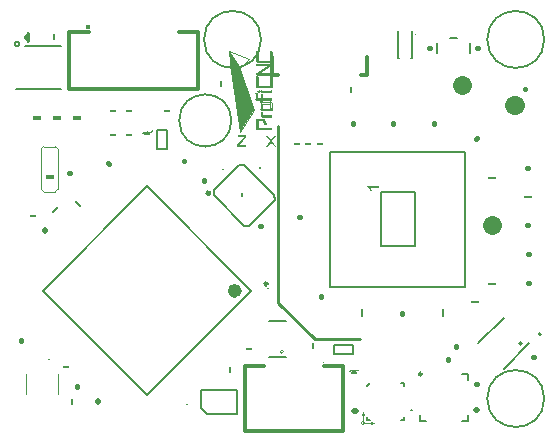
<source format=gto>
%FSLAX44Y44*%
%MOMM*%
G71*
G01*
G75*
G04 Layer_Color=65535*
G04:AMPARAMS|DCode=10|XSize=2.8194mm|YSize=1.016mm|CornerRadius=0.508mm|HoleSize=0mm|Usage=FLASHONLY|Rotation=90.000|XOffset=0mm|YOffset=0mm|HoleType=Round|Shape=RoundedRectangle|*
%AMROUNDEDRECTD10*
21,1,2.8194,0.0000,0,0,90.0*
21,1,1.8034,1.0160,0,0,90.0*
1,1,1.0160,0.0000,0.9017*
1,1,1.0160,0.0000,-0.9017*
1,1,1.0160,0.0000,-0.9017*
1,1,1.0160,0.0000,0.9017*
%
%ADD10ROUNDEDRECTD10*%
G04:AMPARAMS|DCode=11|XSize=0.6096mm|YSize=1.7018mm|CornerRadius=0.3048mm|HoleSize=0mm|Usage=FLASHONLY|Rotation=0.000|XOffset=0mm|YOffset=0mm|HoleType=Round|Shape=RoundedRectangle|*
%AMROUNDEDRECTD11*
21,1,0.6096,1.0922,0,0,0.0*
21,1,0.0000,1.7018,0,0,0.0*
1,1,0.6096,0.0000,-0.5461*
1,1,0.6096,0.0000,-0.5461*
1,1,0.6096,0.0000,0.5461*
1,1,0.6096,0.0000,0.5461*
%
%ADD11ROUNDEDRECTD11*%
G04:AMPARAMS|DCode=12|XSize=0.508mm|YSize=0.6096mm|CornerRadius=0mm|HoleSize=0mm|Usage=FLASHONLY|Rotation=45.000|XOffset=0mm|YOffset=0mm|HoleType=Round|Shape=Rectangle|*
%AMROTATEDRECTD12*
4,1,4,0.0359,-0.3951,-0.3951,0.0359,-0.0359,0.3951,0.3951,-0.0359,0.0359,-0.3951,0.0*
%
%ADD12ROTATEDRECTD12*%

G04:AMPARAMS|DCode=13|XSize=0.3mm|YSize=1.8mm|CornerRadius=0mm|HoleSize=0mm|Usage=FLASHONLY|Rotation=225.000|XOffset=0mm|YOffset=0mm|HoleType=Round|Shape=Round|*
%AMOVALD13*
21,1,1.5000,0.3000,0.0000,0.0000,315.0*
1,1,0.3000,-0.5303,0.5303*
1,1,0.3000,0.5303,-0.5303*
%
%ADD13OVALD13*%

G04:AMPARAMS|DCode=14|XSize=0.3mm|YSize=1.8mm|CornerRadius=0mm|HoleSize=0mm|Usage=FLASHONLY|Rotation=315.000|XOffset=0mm|YOffset=0mm|HoleType=Round|Shape=Round|*
%AMOVALD14*
21,1,1.5000,0.3000,0.0000,0.0000,45.0*
1,1,0.3000,-0.5303,-0.5303*
1,1,0.3000,0.5303,0.5303*
%
%ADD14OVALD14*%

%ADD15R,0.6096X0.5080*%
%ADD16R,0.5080X0.6096*%
G04:AMPARAMS|DCode=17|XSize=0.508mm|YSize=0.6096mm|CornerRadius=0.127mm|HoleSize=0mm|Usage=FLASHONLY|Rotation=225.000|XOffset=0mm|YOffset=0mm|HoleType=Round|Shape=RoundedRectangle|*
%AMROUNDEDRECTD17*
21,1,0.5080,0.3556,0,0,225.0*
21,1,0.2540,0.6096,0,0,225.0*
1,1,0.2540,-0.2155,0.0359*
1,1,0.2540,-0.0359,0.2155*
1,1,0.2540,0.2155,-0.0359*
1,1,0.2540,0.0359,-0.2155*
%
%ADD17ROUNDEDRECTD17*%
%ADD18R,0.4318X1.3208*%
G04:AMPARAMS|DCode=19|XSize=0.6096mm|YSize=0.9144mm|CornerRadius=0.1524mm|HoleSize=0mm|Usage=FLASHONLY|Rotation=270.000|XOffset=0mm|YOffset=0mm|HoleType=Round|Shape=RoundedRectangle|*
%AMROUNDEDRECTD19*
21,1,0.6096,0.6096,0,0,270.0*
21,1,0.3048,0.9144,0,0,270.0*
1,1,0.3048,-0.3048,-0.1524*
1,1,0.3048,-0.3048,0.1524*
1,1,0.3048,0.3048,0.1524*
1,1,0.3048,0.3048,-0.1524*
%
%ADD19ROUNDEDRECTD19*%
G04:AMPARAMS|DCode=20|XSize=0.508mm|YSize=0.6096mm|CornerRadius=0.127mm|HoleSize=0mm|Usage=FLASHONLY|Rotation=90.000|XOffset=0mm|YOffset=0mm|HoleType=Round|Shape=RoundedRectangle|*
%AMROUNDEDRECTD20*
21,1,0.5080,0.3556,0,0,90.0*
21,1,0.2540,0.6096,0,0,90.0*
1,1,0.2540,0.1778,0.1270*
1,1,0.2540,0.1778,-0.1270*
1,1,0.2540,-0.1778,-0.1270*
1,1,0.2540,-0.1778,0.1270*
%
%ADD20ROUNDEDRECTD20*%
G04:AMPARAMS|DCode=21|XSize=0.4572mm|YSize=0.2286mm|CornerRadius=0.0572mm|HoleSize=0mm|Usage=FLASHONLY|Rotation=180.000|XOffset=0mm|YOffset=0mm|HoleType=Round|Shape=RoundedRectangle|*
%AMROUNDEDRECTD21*
21,1,0.4572,0.1143,0,0,180.0*
21,1,0.3429,0.2286,0,0,180.0*
1,1,0.1143,-0.1714,0.0572*
1,1,0.1143,0.1714,0.0572*
1,1,0.1143,0.1714,-0.0572*
1,1,0.1143,-0.1714,-0.0572*
%
%ADD21ROUNDEDRECTD21*%
G04:AMPARAMS|DCode=22|XSize=0.4572mm|YSize=0.2286mm|CornerRadius=0.0572mm|HoleSize=0mm|Usage=FLASHONLY|Rotation=90.000|XOffset=0mm|YOffset=0mm|HoleType=Round|Shape=RoundedRectangle|*
%AMROUNDEDRECTD22*
21,1,0.4572,0.1143,0,0,90.0*
21,1,0.3429,0.2286,0,0,90.0*
1,1,0.1143,0.0572,0.1714*
1,1,0.1143,0.0572,-0.1714*
1,1,0.1143,-0.0572,-0.1714*
1,1,0.1143,-0.0572,0.1714*
%
%ADD22ROUNDEDRECTD22*%
%ADD23R,0.9144X1.6002*%
G04:AMPARAMS|DCode=24|XSize=0.9144mm|YSize=1.6002mm|CornerRadius=0mm|HoleSize=0mm|Usage=FLASHONLY|Rotation=315.000|XOffset=0mm|YOffset=0mm|HoleType=Round|Shape=Rectangle|*
%AMROTATEDRECTD24*
4,1,4,-0.8891,-0.2425,0.2425,0.8891,0.8891,0.2425,-0.2425,-0.8891,-0.8891,-0.2425,0.0*
%
%ADD24ROTATEDRECTD24*%

%ADD25R,0.4064X0.4064*%
%ADD26R,0.6096X0.6096*%
%ADD27R,0.4572X1.7018*%
%ADD28R,0.4064X0.4064*%
%ADD29R,0.6096X0.6096*%
G04:AMPARAMS|DCode=30|XSize=1.4224mm|YSize=1.2192mm|CornerRadius=0mm|HoleSize=0mm|Usage=FLASHONLY|Rotation=315.019|XOffset=0mm|YOffset=0mm|HoleType=Round|Shape=Rectangle|*
%AMROTATEDRECTD30*
4,1,4,-0.9340,0.0715,-0.0722,0.9339,0.9340,-0.0715,0.0722,-0.9339,-0.9340,0.0715,0.0*
%
%ADD30ROTATEDRECTD30*%

%ADD31R,0.8128X0.8128*%
%ADD32R,1.1176X2.0066*%
%ADD33R,0.9144X0.7112*%
G04:AMPARAMS|DCode=34|XSize=0.7112mm|YSize=0.9144mm|CornerRadius=0.1778mm|HoleSize=0mm|Usage=FLASHONLY|Rotation=90.000|XOffset=0mm|YOffset=0mm|HoleType=Round|Shape=RoundedRectangle|*
%AMROUNDEDRECTD34*
21,1,0.7112,0.5588,0,0,90.0*
21,1,0.3556,0.9144,0,0,90.0*
1,1,0.3556,0.2794,0.1778*
1,1,0.3556,0.2794,-0.1778*
1,1,0.3556,-0.2794,-0.1778*
1,1,0.3556,-0.2794,0.1778*
%
%ADD34ROUNDEDRECTD34*%
G04:AMPARAMS|DCode=35|XSize=0.508mm|YSize=0.6096mm|CornerRadius=0mm|HoleSize=0mm|Usage=FLASHONLY|Rotation=270.010|XOffset=0mm|YOffset=0mm|HoleType=Round|Shape=Rectangle|*
%AMROTATEDRECTD35*
4,1,4,-0.3048,0.2540,0.3048,0.2541,0.3048,-0.2540,-0.3048,-0.2541,-0.3048,0.2540,0.0*
%
%ADD35ROTATEDRECTD35*%

G04:AMPARAMS|DCode=36|XSize=0.4064mm|YSize=1.0414mm|CornerRadius=0mm|HoleSize=0mm|Usage=FLASHONLY|Rotation=135.009|XOffset=0mm|YOffset=0mm|HoleType=Round|Shape=Rectangle|*
%AMROTATEDRECTD36*
4,1,4,0.5118,0.2246,-0.2244,-0.5119,-0.5118,-0.2246,0.2244,0.5119,0.5118,0.2246,0.0*
%
%ADD36ROTATEDRECTD36*%

G04:AMPARAMS|DCode=37|XSize=0.7112mm|YSize=0.9144mm|CornerRadius=0mm|HoleSize=0mm|Usage=FLASHONLY|Rotation=0.002|XOffset=0mm|YOffset=0mm|HoleType=Round|Shape=Rectangle|*
%AMROTATEDRECTD37*
4,1,4,-0.3556,-0.4572,-0.3556,0.4572,0.3556,0.4572,0.3556,-0.4572,-0.3556,-0.4572,0.0*
%
%ADD37ROTATEDRECTD37*%

%ADD38P,1.1495X4X315.0*%
G04:AMPARAMS|DCode=39|XSize=0.6604mm|YSize=0.3048mm|CornerRadius=0mm|HoleSize=0mm|Usage=FLASHONLY|Rotation=270.002|XOffset=0mm|YOffset=0mm|HoleType=Round|Shape=Rectangle|*
%AMROTATEDRECTD39*
4,1,4,-0.1524,0.3302,0.1524,0.3302,0.1524,-0.3302,-0.1524,-0.3302,-0.1524,0.3302,0.0*
%
%ADD39ROTATEDRECTD39*%

G04:AMPARAMS|DCode=40|XSize=0.6604mm|YSize=0.3048mm|CornerRadius=0mm|HoleSize=0mm|Usage=FLASHONLY|Rotation=180.002|XOffset=0mm|YOffset=0mm|HoleType=Round|Shape=Rectangle|*
%AMROTATEDRECTD40*
4,1,4,0.3302,0.1524,0.3302,-0.1524,-0.3302,-0.1524,-0.3302,0.1524,0.3302,0.1524,0.0*
%
%ADD40ROTATEDRECTD40*%

G04:AMPARAMS|DCode=41|XSize=0.7112mm|YSize=1.016mm|CornerRadius=0mm|HoleSize=0mm|Usage=FLASHONLY|Rotation=90.010|XOffset=0mm|YOffset=0mm|HoleType=Round|Shape=Rectangle|*
%AMROTATEDRECTD41*
4,1,4,0.5081,-0.3555,-0.5079,-0.3557,-0.5081,0.3555,0.5079,0.3557,0.5081,-0.3555,0.0*
%
%ADD41ROTATEDRECTD41*%

G04:AMPARAMS|DCode=42|XSize=0.7112mm|YSize=1.016mm|CornerRadius=0.1778mm|HoleSize=0mm|Usage=FLASHONLY|Rotation=90.010|XOffset=0mm|YOffset=0mm|HoleType=Round|Shape=RoundedRectangle|*
%AMROUNDEDRECTD42*
21,1,0.7112,0.6604,0,0,90.0*
21,1,0.3556,1.0160,0,0,90.0*
1,1,0.3556,0.3302,0.1779*
1,1,0.3556,0.3302,-0.1777*
1,1,0.3556,-0.3302,-0.1779*
1,1,0.3556,-0.3302,0.1777*
%
%ADD42ROUNDEDRECTD42*%
%ADD43R,0.4318X2.0066*%
%ADD44R,2.0066X0.4318*%
%ADD45R,3.5052X0.4318*%
G04:AMPARAMS|DCode=46|XSize=0.7112mm|YSize=0.9144mm|CornerRadius=0mm|HoleSize=0mm|Usage=FLASHONLY|Rotation=135.009|XOffset=0mm|YOffset=0mm|HoleType=Round|Shape=Rectangle|*
%AMROTATEDRECTD46*
4,1,4,0.5747,0.0719,-0.0717,-0.5747,-0.5747,-0.0719,0.0717,0.5747,0.5747,0.0719,0.0*
%
%ADD46ROTATEDRECTD46*%

G04:AMPARAMS|DCode=47|XSize=0.508mm|YSize=0.6096mm|CornerRadius=0mm|HoleSize=0mm|Usage=FLASHONLY|Rotation=0.002|XOffset=0mm|YOffset=0mm|HoleType=Round|Shape=Rectangle|*
%AMROTATEDRECTD47*
4,1,4,-0.2540,-0.3048,-0.2540,0.3048,0.2540,0.3048,0.2540,-0.3048,-0.2540,-0.3048,0.0*
%
%ADD47ROTATEDRECTD47*%

G04:AMPARAMS|DCode=48|XSize=0.6096mm|YSize=0.9144mm|CornerRadius=0.1524mm|HoleSize=0mm|Usage=FLASHONLY|Rotation=180.000|XOffset=0mm|YOffset=0mm|HoleType=Round|Shape=RoundedRectangle|*
%AMROUNDEDRECTD48*
21,1,0.6096,0.6096,0,0,180.0*
21,1,0.3048,0.9144,0,0,180.0*
1,1,0.3048,-0.1524,0.3048*
1,1,0.3048,0.1524,0.3048*
1,1,0.3048,0.1524,-0.3048*
1,1,0.3048,-0.1524,-0.3048*
%
%ADD48ROUNDEDRECTD48*%
G04:AMPARAMS|DCode=49|XSize=0.6096mm|YSize=0.9144mm|CornerRadius=0.1524mm|HoleSize=0mm|Usage=FLASHONLY|Rotation=45.000|XOffset=0mm|YOffset=0mm|HoleType=Round|Shape=RoundedRectangle|*
%AMROUNDEDRECTD49*
21,1,0.6096,0.6096,0,0,45.0*
21,1,0.3048,0.9144,0,0,45.0*
1,1,0.3048,0.3233,-0.1078*
1,1,0.3048,0.1078,-0.3233*
1,1,0.3048,-0.3233,0.1078*
1,1,0.3048,-0.1078,0.3233*
%
%ADD49ROUNDEDRECTD49*%
G04:AMPARAMS|DCode=50|XSize=0.7112mm|YSize=0.9144mm|CornerRadius=0mm|HoleSize=0mm|Usage=FLASHONLY|Rotation=45.011|XOffset=0mm|YOffset=0mm|HoleType=Round|Shape=Rectangle|*
%AMROTATEDRECTD50*
4,1,4,0.0720,-0.5747,-0.5747,0.0717,-0.0720,0.5747,0.5747,-0.0717,0.0720,-0.5747,0.0*
%
%ADD50ROTATEDRECTD50*%

G04:AMPARAMS|DCode=51|XSize=0.7112mm|YSize=0.9144mm|CornerRadius=0mm|HoleSize=0mm|Usage=FLASHONLY|Rotation=0.010|XOffset=0mm|YOffset=0mm|HoleType=Round|Shape=Rectangle|*
%AMROTATEDRECTD51*
4,1,4,-0.3555,-0.4573,-0.3557,0.4571,0.3555,0.4573,0.3557,-0.4571,-0.3555,-0.4573,0.0*
%
%ADD51ROTATEDRECTD51*%

G04:AMPARAMS|DCode=52|XSize=1.4224mm|YSize=1.0668mm|CornerRadius=0mm|HoleSize=0mm|Usage=FLASHONLY|Rotation=270.010|XOffset=0mm|YOffset=0mm|HoleType=Round|Shape=Rectangle|*
%AMROTATEDRECTD52*
4,1,4,-0.5335,0.7111,0.5333,0.7113,0.5335,-0.7111,-0.5333,-0.7113,-0.5335,0.7111,0.0*
%
%ADD52ROTATEDRECTD52*%

G04:AMPARAMS|DCode=53|XSize=0.7112mm|YSize=0.9144mm|CornerRadius=0mm|HoleSize=0mm|Usage=FLASHONLY|Rotation=90.010|XOffset=0mm|YOffset=0mm|HoleType=Round|Shape=Rectangle|*
%AMROTATEDRECTD53*
4,1,4,0.4573,-0.3555,-0.4571,-0.3557,-0.4573,0.3555,0.4571,0.3557,0.4573,-0.3555,0.0*
%
%ADD53ROTATEDRECTD53*%

G04:AMPARAMS|DCode=54|XSize=0.508mm|YSize=0.6096mm|CornerRadius=0mm|HoleSize=0mm|Usage=FLASHONLY|Rotation=135.000|XOffset=0mm|YOffset=0mm|HoleType=Round|Shape=Rectangle|*
%AMROTATEDRECTD54*
4,1,4,0.3951,0.0359,-0.0359,-0.3951,-0.3951,-0.0359,0.0359,0.3951,0.3951,0.0359,0.0*
%
%ADD54ROTATEDRECTD54*%

G04:AMPARAMS|DCode=55|XSize=0.5588mm|YSize=1.2192mm|CornerRadius=0.1397mm|HoleSize=0mm|Usage=FLASHONLY|Rotation=0.002|XOffset=0mm|YOffset=0mm|HoleType=Round|Shape=RoundedRectangle|*
%AMROUNDEDRECTD55*
21,1,0.5588,0.9398,0,0,0.0*
21,1,0.2794,1.2192,0,0,0.0*
1,1,0.2794,0.1397,-0.4699*
1,1,0.2794,-0.1397,-0.4699*
1,1,0.2794,-0.1397,0.4699*
1,1,0.2794,0.1397,0.4699*
%
%ADD55ROUNDEDRECTD55*%
G04:AMPARAMS|DCode=56|XSize=0.5588mm|YSize=1.2192mm|CornerRadius=0mm|HoleSize=0mm|Usage=FLASHONLY|Rotation=0.002|XOffset=0mm|YOffset=0mm|HoleType=Round|Shape=Rectangle|*
%AMROTATEDRECTD56*
4,1,4,-0.2794,-0.6096,-0.2794,0.6096,0.2794,0.6096,0.2794,-0.6096,-0.2794,-0.6096,0.0*
%
%ADD56ROTATEDRECTD56*%

G04:AMPARAMS|DCode=57|XSize=0.508mm|YSize=0.6096mm|CornerRadius=0mm|HoleSize=0mm|Usage=FLASHONLY|Rotation=135.009|XOffset=0mm|YOffset=0mm|HoleType=Round|Shape=Rectangle|*
%AMROTATEDRECTD57*
4,1,4,0.3951,0.0360,-0.0359,-0.3951,-0.3951,-0.0360,0.0359,0.3951,0.3951,0.0360,0.0*
%
%ADD57ROTATEDRECTD57*%

%ADD58R,1.4986X2.1082*%
%ADD59R,2.3876X1.9050*%
%ADD60R,1.1938X1.9050*%
%ADD61R,1.0160X1.1176*%
%ADD62R,1.3208X0.7112*%
%ADD63R,1.6002X0.9144*%
%ADD64C,0.1270*%
%ADD65C,0.3000*%
%ADD66C,0.5000*%
%ADD67C,0.7000*%
%ADD68C,0.2540*%
%ADD69C,0.3810*%
%ADD70O,2.5400X7.0000*%
%ADD71C,1.5000*%
%ADD72R,1.5000X1.5000*%
%ADD73C,4.1148*%
%ADD74C,4.6863*%
%ADD75R,1.2192X1.2192*%
%ADD76C,1.2192*%
%ADD77C,3.0861*%
%ADD78C,2.0860*%
G04:AMPARAMS|DCode=79|XSize=1.5mm|YSize=1mm|CornerRadius=0.25mm|HoleSize=0mm|Usage=FLASHONLY|Rotation=180.000|XOffset=0mm|YOffset=0mm|HoleType=Round|Shape=RoundedRectangle|*
%AMROUNDEDRECTD79*
21,1,1.5000,0.5000,0,0,180.0*
21,1,1.0000,1.0000,0,0,180.0*
1,1,0.5000,-0.5000,0.2500*
1,1,0.5000,0.5000,0.2500*
1,1,0.5000,0.5000,-0.2500*
1,1,0.5000,-0.5000,-0.2500*
%
%ADD79ROUNDEDRECTD79*%
%ADD80C,0.4500*%
%ADD81O,3.0000X9.0000*%
%ADD82R,0.7366X2.5000*%
%ADD83R,0.7366X2.7940*%
G04:AMPARAMS|DCode=84|XSize=1.016mm|YSize=1.016mm|CornerRadius=0.508mm|HoleSize=0mm|Usage=FLASHONLY|Rotation=90.000|XOffset=0mm|YOffset=0mm|HoleType=Round|Shape=RoundedRectangle|*
%AMROUNDEDRECTD84*
21,1,1.0160,0.0000,0,0,90.0*
21,1,0.0000,1.0160,0,0,90.0*
1,1,1.0160,0.0000,0.0000*
1,1,1.0160,0.0000,0.0000*
1,1,1.0160,0.0000,0.0000*
1,1,1.0160,0.0000,0.0000*
%
%ADD84ROUNDEDRECTD84*%
G04:AMPARAMS|DCode=85|XSize=1.27mm|YSize=1.27mm|CornerRadius=0.635mm|HoleSize=0mm|Usage=FLASHONLY|Rotation=90.000|XOffset=0mm|YOffset=0mm|HoleType=Round|Shape=RoundedRectangle|*
%AMROUNDEDRECTD85*
21,1,1.2700,0.0000,0,0,90.0*
21,1,0.0000,1.2700,0,0,90.0*
1,1,1.2700,0.0000,0.0000*
1,1,1.2700,0.0000,0.0000*
1,1,1.2700,0.0000,0.0000*
1,1,1.2700,0.0000,0.0000*
%
%ADD85ROUNDEDRECTD85*%
%ADD86C,0.0127*%
%ADD87C,0.6000*%
%ADD88C,0.2500*%
%ADD89C,0.1016*%
%ADD90C,0.3048*%
%ADD91C,0.2032*%
%ADD92C,0.0000*%
%ADD93C,0.0130*%
%ADD94C,0.2000*%
%ADD95C,0.1524*%
%ADD96C,0.5080*%
%ADD97C,1.6002*%
%ADD98C,0.4064*%
%ADD99R,0.0124X0.0218*%
%ADD100R,0.0232X0.0193*%
%ADD101R,0.0122X0.1005*%
%ADD102R,0.0225X0.1053*%
%ADD103R,1.3257X0.0530*%
%ADD104R,0.0055X0.0608*%
%ADD105R,0.7226X0.1174*%
%ADD106R,0.0406X0.0331*%
%ADD107R,0.0126X0.0144*%
%ADD108R,0.0245X0.0060*%
%ADD109R,0.0323X0.0218*%
%ADD110R,0.0323X0.0207*%
%ADD111R,0.0082X0.0146*%
%ADD112R,0.0254X0.0212*%
%ADD113R,0.0044X0.0416*%
%ADD114R,0.0337X0.0459*%
%ADD115R,0.0049X0.0274*%
%ADD116R,0.0497X0.0384*%
%ADD117R,0.0472X0.0218*%
%ADD118R,0.0427X0.0300*%
%ADD119R,0.0572X0.0286*%
%ADD120R,0.0335X0.0872*%
%ADD121R,0.0398X0.0221*%
%ADD122R,0.0732X0.0568*%
%ADD123R,0.0288X0.0181*%
%ADD124R,0.0393X0.0104*%
%ADD125R,0.0484X0.0328*%
%ADD126R,0.0541X0.0809*%
%ADD127R,0.0479X0.0922*%
%ADD128R,0.0304X0.0082*%
%ADD129R,0.0294X0.1092*%
%ADD130R,0.0278X0.0228*%
%ADD131R,0.0168X0.0271*%
%ADD132R,0.0227X0.0739*%
%ADD133R,0.0521X0.0883*%
%ADD134R,0.0356X0.1063*%
%ADD135R,0.0039X0.0299*%
%ADD136R,0.0735X0.0567*%
%ADD137R,0.0876X0.0324*%
%ADD138R,0.1143X0.0771*%
%ADD139R,0.0019X0.0732*%
%ADD140R,0.0077X0.0288*%
%ADD141R,0.0432X0.0393*%
%ADD142R,0.0587X0.0587*%
%ADD143R,0.1174X0.0587*%
%ADD144R,0.7209X0.1174*%
%ADD145R,0.1154X0.0734*%
%ADD146R,0.1174X0.5264*%
%ADD147R,0.7193X0.1174*%
%ADD148R,0.1174X0.5264*%
G04:AMPARAMS|DCode=149|XSize=0.1524mm|YSize=0.6048mm|CornerRadius=0mm|HoleSize=0mm|Usage=FLASHONLY|Rotation=45.000|XOffset=0mm|YOffset=0mm|HoleType=Round|Shape=Rectangle|*
%AMROTATEDRECTD149*
4,1,4,0.1600,-0.2677,-0.2677,0.1600,-0.1600,0.2677,0.2677,-0.1600,0.1600,-0.2677,0.0*
%
%ADD149ROTATEDRECTD149*%

%ADD150R,0.6048X0.1524*%
%ADD151R,0.1524X0.6048*%
G04:AMPARAMS|DCode=152|XSize=0.1524mm|YSize=0.6048mm|CornerRadius=0mm|HoleSize=0mm|Usage=FLASHONLY|Rotation=270.010|XOffset=0mm|YOffset=0mm|HoleType=Round|Shape=Rectangle|*
%AMROTATEDRECTD152*
4,1,4,-0.3024,0.0762,0.3024,0.0763,0.3024,-0.0762,-0.3024,-0.0763,-0.3024,0.0762,0.0*
%
%ADD152ROTATEDRECTD152*%

G04:AMPARAMS|DCode=153|XSize=0.1524mm|YSize=0.6048mm|CornerRadius=0mm|HoleSize=0mm|Usage=FLASHONLY|Rotation=0.002|XOffset=0mm|YOffset=0mm|HoleType=Round|Shape=Rectangle|*
%AMROTATEDRECTD153*
4,1,4,-0.0762,-0.3024,-0.0762,0.3024,0.0762,0.3024,0.0762,-0.3024,-0.0762,-0.3024,0.0*
%
%ADD153ROTATEDRECTD153*%

%ADD154R,0.7112X0.4064*%
G04:AMPARAMS|DCode=155|XSize=0.1524mm|YSize=0.6048mm|CornerRadius=0mm|HoleSize=0mm|Usage=FLASHONLY|Rotation=135.000|XOffset=0mm|YOffset=0mm|HoleType=Round|Shape=Rectangle|*
%AMROTATEDRECTD155*
4,1,4,0.2677,0.1600,-0.1600,-0.2677,-0.2677,-0.1600,0.1600,0.2677,0.2677,0.1600,0.0*
%
%ADD155ROTATEDRECTD155*%

%ADD156R,0.7620X0.4572*%
G36*
X2462494Y737236D02*
X2462491Y737237D01*
X2462493Y737238D01*
X2462494Y737236D01*
D02*
G37*
G36*
X2462535Y737138D02*
X2462531Y737139D01*
X2462534Y737140D01*
X2462535Y737138D01*
D02*
G37*
G36*
X2461531Y737137D02*
X2461528Y737138D01*
X2461529Y737140D01*
X2461531Y737137D01*
D02*
G37*
G36*
X2450788Y737250D02*
X2450785Y737250D01*
X2450787Y737251D01*
X2450788Y737250D01*
D02*
G37*
G36*
X2453566Y707140D02*
D01*
X2453567Y707141D01*
X2453566Y707140D01*
D02*
G37*
G36*
X2453587Y707150D02*
X2453568Y707141D01*
X2453575Y707160D01*
X2453587Y707150D01*
D02*
G37*
G36*
X2450065Y737442D02*
X2450061Y737448D01*
X2450062Y737449D01*
X2450065Y737442D01*
D02*
G37*
G36*
X2462165Y728698D02*
X2462164Y728697D01*
X2462164Y728702D01*
X2462165Y728698D01*
D02*
G37*
G36*
X2450307Y728688D02*
X2450308Y728684D01*
X2450307Y728688D01*
X2450307D01*
D02*
G37*
G36*
X2451279Y725668D02*
X2451267Y725682D01*
X2451287Y725691D01*
X2451279Y725668D01*
D02*
G37*
G36*
X2454918Y707146D02*
X2454904Y707157D01*
X2454911Y707162D01*
X2454918Y707146D01*
D02*
G37*
G36*
X2450847Y737106D02*
X2450837Y737106D01*
X2450847Y737108D01*
X2450847Y737106D01*
D02*
G37*
G36*
X2462591Y729201D02*
X2462551Y729203D01*
X2462592D01*
X2462591Y729201D01*
D02*
G37*
G36*
X2449806Y729195D02*
X2449788Y729188D01*
X2449781Y729203D01*
X2449806Y729195D01*
D02*
G37*
G36*
X2449999Y739425D02*
X2450021Y739416D01*
X2449999Y739425D01*
X2449999Y739425D01*
D02*
G37*
G36*
X2450048Y739405D02*
D01*
X2450045Y739406D01*
X2450048Y739405D01*
D02*
G37*
G36*
X2450090Y739389D02*
X2450097Y739384D01*
X2450070Y739395D01*
X2450090Y739389D01*
D02*
G37*
G36*
X2449999Y739425D02*
D01*
X2449997Y739425D01*
X2449999Y739425D01*
D02*
G37*
G36*
X2449948Y739444D02*
X2449945Y739446D01*
X2449936Y739466D01*
X2449957Y739471D01*
X2449948Y739444D01*
D02*
G37*
G36*
X2449950Y739444D02*
X2449972Y739435D01*
X2449948Y739445D01*
X2449950Y739444D01*
D02*
G37*
G36*
X2454946Y707083D02*
X2454922Y707092D01*
X2454939Y707098D01*
X2454946Y707083D01*
D02*
G37*
G36*
X2453566Y707140D02*
X2453560Y707124D01*
X2453566Y707140D01*
D01*
D02*
G37*
G36*
X2450435Y737519D02*
X2450434Y737514D01*
X2450431Y737509D01*
X2450433Y737520D01*
X2450435Y737519D01*
D02*
G37*
G36*
X2450433Y737509D02*
X2450434Y737514D01*
Y737514D01*
X2450433Y737509D01*
D02*
G37*
G36*
X2450361Y737551D02*
X2450360Y737521D01*
X2450358Y737518D01*
X2450359Y737551D01*
X2450361Y737551D01*
D02*
G37*
G36*
X2450345Y737557D02*
D01*
X2450344Y737558D01*
X2450345Y737557D01*
D02*
G37*
G36*
X2450344Y737559D02*
X2450343Y737555D01*
X2450325Y737530D01*
X2450328Y737513D01*
X2450336Y737516D01*
X2450335Y737517D01*
X2450342Y737514D01*
X2450343Y737555D01*
X2450345Y737557D01*
D01*
X2450350Y737517D01*
X2450357Y737514D01*
X2450343Y737519D01*
X2450344Y737514D01*
X2450342Y737514D01*
X2450344Y737513D01*
X2450344D01*
X2450344Y737514D01*
X2450350Y737516D01*
X2450344Y737513D01*
X2450357Y737514D01*
X2450359Y737513D01*
X2450359Y737518D01*
X2450360Y737521D01*
X2450374Y737545D01*
X2450361Y737551D01*
X2450376Y737544D01*
X2450374Y737545D01*
X2450374Y737526D01*
X2450377Y737543D01*
X2450376Y737544D01*
X2450391Y737538D01*
X2450377Y737543D01*
X2450393Y737537D01*
X2450391Y737538D01*
X2450393Y737537D01*
X2450393D01*
X2450413Y737529D01*
X2450393Y737537D01*
X2450415Y737527D01*
X2450413Y737528D01*
X2450415Y737527D01*
X2450415Y737527D01*
X2450433Y737520D01*
X2450415Y737527D01*
X2450431Y737508D01*
X2450433Y737507D01*
X2450434Y737507D01*
X2450435Y737508D01*
X2450437Y737518D01*
X2450434Y737514D01*
X2450435Y737519D01*
X2450437Y737518D01*
X2450461Y737508D01*
X2450460Y737502D01*
X2450462Y737501D01*
X2450463Y737507D01*
X2450460Y737503D01*
X2450461Y737508D01*
X2450463Y737507D01*
X2450496Y737494D01*
X2450497Y737493D01*
X2450498Y737493D01*
X2450726Y737398D01*
X2450787Y737251D01*
X2450785Y737250D01*
X2450784Y737250D01*
X2450785Y737248D01*
X2450786Y737248D01*
X2450788Y737250D01*
X2450846Y737108D01*
X2450836Y737106D01*
X2450837Y737104D01*
X2450847Y737106D01*
X2450869Y737054D01*
X2450857Y737051D01*
X2450845Y737051D01*
X2450844Y737050D01*
X2450841Y737051D01*
X2450842Y737049D01*
X2450844Y737050D01*
X2450846Y737049D01*
X2450857Y737051D01*
X2450870Y737051D01*
X2450886Y737014D01*
X2450842Y737013D01*
X2450842Y737013D01*
X2450843Y737011D01*
X2450844Y737009D01*
X2450845Y737005D01*
X2450845Y737006D01*
X2450842Y736999D01*
X2450848D01*
X2450848Y737011D01*
X2450887Y737012D01*
X2450888Y737010D01*
X2450892Y736999D01*
X2450848D01*
X2450842Y729790D01*
X2450864Y729739D01*
X2450915Y729717D01*
Y729723D01*
X2461444Y729717D01*
X2461496Y729739D01*
X2461517Y729790D01*
X2461512D01*
X2461470Y736999D01*
X2461528Y737138D01*
X2461531Y737137D01*
X2461532Y737139D01*
X2461529Y737140D01*
X2461541Y737171D01*
X2461542Y737173D01*
X2461542Y737173D01*
X2461555Y737204D01*
X2461555Y737204D01*
X2461556Y737206D01*
X2461556Y737206D01*
X2461568Y737236D01*
X2461568Y737236D01*
X2461583Y737272D01*
X2461590Y737268D01*
X2461591Y737270D01*
X2461590Y737270D01*
X2461584Y737274D01*
X2461603Y737320D01*
X2461603Y737322D01*
X2461634Y737396D01*
X2461758Y737448D01*
X2461764Y737442D01*
X2461760Y737448D01*
X2461796Y737463D01*
X2461797Y737461D01*
X2461798Y737461D01*
X2461797Y737463D01*
X2461826Y737475D01*
X2461827Y737476D01*
X2461858Y737488D01*
X2461858Y737488D01*
X2461858Y737488D01*
X2461889Y737502D01*
X2461890Y737498D01*
X2461892Y737499D01*
X2461894Y737499D01*
X2461894Y737500D01*
X2461893Y737503D01*
X2461934Y737520D01*
X2461936Y737510D01*
X2461934Y737520D01*
X2462031Y737560D01*
X2462031Y737513D01*
X2462033Y737514D01*
X2462033Y737559D01*
X2462031Y737519D01*
Y737560D01*
X2462033Y737559D01*
X2462167Y737504D01*
X2462166Y737500D01*
X2462169Y737503D01*
X2462204Y737489D01*
Y737489D01*
X2462236Y737475D01*
X2462238Y737475D01*
X2462267Y737463D01*
X2462267Y737461D01*
X2462266Y737461D01*
X2462266Y737460D01*
X2462267Y737460D01*
X2462267Y737461D01*
X2462268Y737462D01*
X2462303Y737448D01*
X2462299Y737441D01*
X2462300Y737440D01*
X2462299Y737442D01*
X2462305Y737447D01*
X2462354Y737426D01*
X2462343Y737412D01*
X2462342Y737410D01*
X2462344Y737409D01*
X2462345Y737410D01*
X2462357Y737426D01*
X2462343Y737412D01*
X2462355Y737427D01*
X2462357Y737426D01*
X2462428Y737396D01*
X2462478Y737276D01*
X2462472Y737270D01*
X2462478Y737274D01*
X2462493Y737238D01*
X2462491Y737237D01*
X2462491Y737237D01*
X2462492Y737235D01*
X2462494Y737236D01*
X2462506Y737207D01*
X2462506Y737207D01*
X2462507Y737206D01*
X2462519Y737176D01*
X2462518Y737176D01*
X2462519Y737174D01*
X2462520Y737174D01*
X2462534Y737140D01*
X2462531Y737139D01*
X2462531Y737137D01*
X2462535Y737138D01*
X2462553Y737093D01*
X2462553Y737093D01*
X2462591Y737001D01*
X2462592Y736999D01*
Y736999D01*
X2462591Y737001D01*
X2462551Y736999D01*
X2462551D01*
X2462545Y729203D01*
X2462546Y729201D01*
X2462591Y729201D01*
X2462538Y729072D01*
X2462533Y729074D01*
X2462533Y729074D01*
X2462534Y729073D01*
X2462538Y729072D01*
X2462524Y729039D01*
X2462522Y729038D01*
X2462523Y729037D01*
X2462511Y729008D01*
X2462511Y729007D01*
X2462498Y728976D01*
X2462496Y728977D01*
X2462496Y728975D01*
X2462496Y728975D01*
X2462497Y728975D01*
X2462484Y728944D01*
X2462479Y728947D01*
X2462479Y728945D01*
X2462480Y728946D01*
X2462484Y728942D01*
X2462466Y728900D01*
X2462466Y728898D01*
X2462428Y728807D01*
X2462294Y728751D01*
X2462294Y728751D01*
X2462261Y728737D01*
X2462260Y728739D01*
X2462258Y728738D01*
X2462258Y728736D01*
X2462231Y728725D01*
Y728725D01*
X2462228Y728724D01*
X2462201Y728713D01*
X2462199Y728712D01*
X2462165Y728698D01*
X2462164Y728702D01*
X2462162Y728701D01*
X2462164Y728697D01*
X2462120Y728679D01*
X2462118Y728679D01*
X2462031Y728643D01*
Y728684D01*
X2450328Y728689D01*
X2450326Y728689D01*
X2450307Y728652D01*
X2450326Y728643D01*
X2450305Y728652D01*
X2450307Y728652D01*
X2450309Y728688D01*
X2450307Y728689D01*
Y728688D01*
X2450304Y728690D01*
Y728684D01*
X2450305Y728653D01*
X2450277Y728664D01*
Y728664D01*
X2450227Y728685D01*
X2450225Y728686D01*
X2450125Y728727D01*
X2450124Y728728D01*
X2450124Y728728D01*
X2450087Y728744D01*
X2450089Y728747D01*
X2450087Y728748D01*
X2450085Y728744D01*
X2450055Y728757D01*
X2450058Y728765D01*
X2450053Y728757D01*
X2450019Y728771D01*
X2450019Y728771D01*
X2449984Y728786D01*
X2450002Y728809D01*
X2449982Y728786D01*
X2449950Y728800D01*
X2449945Y728812D01*
X2449972Y728838D01*
X2449975Y728841D01*
X2449975Y728842D01*
X2449974Y728843D01*
X2449970Y728839D01*
X2449943Y728814D01*
X2449922Y728865D01*
X2449936Y728879D01*
X2449921Y728868D01*
X2449825Y729099D01*
X2449835Y729103D01*
X2449824Y729101D01*
X2449789Y729186D01*
X2449830Y729187D01*
X2449830Y729189D01*
X2449826Y729189D01*
X2449806Y729195D01*
X2449826Y729203D01*
Y736999D01*
X2449781D01*
X2449781Y736999D01*
X2449803Y737050D01*
X2449831Y737048D01*
X2449832Y737050D01*
X2449828Y737050D01*
X2449803Y737052D01*
X2449885Y737249D01*
X2449888Y737248D01*
X2449888Y737249D01*
X2449886Y737251D01*
X2449925Y737346D01*
X2449943Y737332D01*
X2449926Y737348D01*
X2449948Y737400D01*
X2449977Y737371D01*
X2449981Y737367D01*
X2449982Y737369D01*
X2449949Y737401D01*
X2449950Y737403D01*
X2449987Y737419D01*
X2450007Y737399D01*
X2449989Y737419D01*
X2450025Y737434D01*
X2450036Y737422D01*
X2450026Y737434D01*
X2450060Y737449D01*
X2450065Y737442D01*
X2450065Y737441D01*
X2450067Y737442D01*
X2450066Y737443D01*
X2450062Y737449D01*
X2450095Y737463D01*
X2450097Y737463D01*
X2450134Y737479D01*
X2450135Y737479D01*
Y737479D01*
X2450295Y737545D01*
X2450297Y737514D01*
X2450297Y737514D01*
X2450316Y737555D01*
X2450318Y737556D01*
X2450316Y737555D01*
D01*
X2450295Y737546D01*
X2450316Y737555D01*
X2450320Y737557D01*
X2450318Y737556D01*
X2450320Y737557D01*
X2450320Y737557D01*
X2450320Y737557D01*
Y737557D01*
X2450328Y737560D01*
X2450328Y737565D01*
X2450328D01*
X2450344Y737559D01*
D02*
G37*
G36*
X2450359Y737552D02*
X2450345Y737557D01*
D01*
X2450359Y737552D01*
D02*
G37*
G36*
X2462202Y725629D02*
X2462200Y725624D01*
X2462202Y725629D01*
X2462202D01*
X2462202Y725629D01*
X2462245Y725611D01*
X2462245Y725610D01*
X2462245Y725611D01*
X2462285Y725595D01*
D01*
X2462324Y725578D01*
X2462324Y725578D01*
X2462367Y725561D01*
X2462363Y725554D01*
X2462367Y725561D01*
X2462421Y725538D01*
X2462421Y725538D01*
X2462531Y725493D01*
X2462599Y725329D01*
X2462596Y725326D01*
X2462600Y725327D01*
X2462617Y725284D01*
X2462617D01*
X2462634Y725246D01*
X2462634Y725246D01*
X2462650Y725207D01*
X2462650D01*
X2462667Y725165D01*
X2462667Y725165D01*
X2462690Y725109D01*
X2462676Y725106D01*
X2462690Y725109D01*
X2462738Y724993D01*
X2462738Y724993D01*
X2462738D01*
X2462669Y724827D01*
X2462664Y724828D01*
X2462669Y724827D01*
Y724827D01*
X2462669Y724827D01*
X2462651Y724783D01*
X2462635Y724744D01*
X2462634Y724742D01*
X2462635Y724744D01*
X2462634Y724742D01*
X2462619Y724705D01*
X2462618Y724706D01*
X2462619Y724705D01*
X2462601Y724663D01*
X2462601Y724663D01*
X2462579Y724610D01*
X2462580Y724609D01*
X2462531Y724493D01*
X2462364Y724424D01*
X2462362Y724427D01*
X2462364Y724424D01*
X2462322Y724407D01*
X2462321Y724408D01*
X2462322Y724407D01*
X2462283Y724391D01*
X2462283D01*
X2462245Y724375D01*
X2462243Y724374D01*
X2462202Y724357D01*
X2462200Y724362D01*
X2462202Y724357D01*
X2462142Y724332D01*
X2462142Y724332D01*
X2462032Y724286D01*
Y724339D01*
X2454235Y724286D01*
X2454072Y724354D01*
X2454072Y724354D01*
X2454029Y724372D01*
X2453990Y724388D01*
Y724388D01*
X2453952Y724404D01*
X2453952Y724405D01*
X2453950Y724406D01*
X2453952Y724405D01*
X2453950Y724405D01*
X2453911Y724421D01*
X2453914Y724426D01*
X2453911Y724421D01*
X2453861Y724442D01*
X2453860Y724441D01*
X2453769Y724479D01*
X2453797Y724511D01*
X2453769Y724479D01*
X2453736Y724493D01*
X2453684Y724618D01*
X2453696Y724627D01*
X2453695Y724626D01*
X2453696Y724627D01*
X2453684Y724618D01*
X2453663Y724667D01*
X2453663Y724668D01*
X2453647Y724708D01*
X2453648Y724709D01*
X2453647Y724708D01*
X2453631Y724746D01*
X2453631Y724746D01*
X2453631D01*
X2453615Y724784D01*
X2453616Y724784D01*
X2453615Y724784D01*
X2453598Y724826D01*
X2453598D01*
X2453574Y724884D01*
X2453590Y724887D01*
X2453574Y724884D01*
X2453529Y724993D01*
Y724993D01*
X2453553Y724994D01*
X2453575Y724993D01*
X2453576Y724995D01*
X2453553Y724994D01*
X2453530Y724995D01*
X2453596Y725156D01*
X2453596Y725156D01*
X2453614Y725199D01*
X2453615Y725199D01*
X2453614Y725199D01*
X2453630Y725238D01*
Y725238D01*
X2453630Y725238D01*
X2453646Y725277D01*
Y725277D01*
X2453663Y725317D01*
X2453668Y725314D01*
X2453663Y725317D01*
X2453684Y725368D01*
X2453684Y725368D01*
X2453722Y725460D01*
X2453722Y725460D01*
X2453736Y725493D01*
X2453860Y725545D01*
X2453868Y725533D01*
X2453869Y725532D01*
X2453861Y725544D01*
X2453910Y725565D01*
X2453910Y725565D01*
X2453951Y725582D01*
X2453951Y725580D01*
X2453951Y725582D01*
X2453988Y725597D01*
X2453988Y725597D01*
Y725597D01*
X2454026Y725613D01*
X2454026D01*
X2454026Y725613D01*
X2454026Y725612D01*
X2454026Y725612D01*
X2454028Y725612D01*
X2454028Y725613D01*
X2454027Y725612D01*
X2454027Y725613D01*
X2454026Y725613D01*
X2454028Y725613D01*
X2454027Y725613D01*
X2454028Y725613D01*
D01*
D01*
D01*
X2454028Y725613D01*
X2454068Y725630D01*
X2454070Y725625D01*
X2454068Y725630D01*
X2454126Y725654D01*
X2454129Y725638D01*
X2454126Y725654D01*
X2454235Y725699D01*
X2454235Y725647D01*
X2462032Y725699D01*
X2462202Y725629D01*
D02*
G37*
G36*
X2449843Y723859D02*
X2449843Y723859D01*
X2449915Y723829D01*
X2449907Y723805D01*
X2449912Y723803D01*
X2449915Y723829D01*
X2450234Y723696D01*
X2450225Y723683D01*
X2450234Y723696D01*
X2450317Y723662D01*
X2450289Y723631D01*
X2450316Y723662D01*
X2450349Y723648D01*
X2450361Y723621D01*
X2450329Y723592D01*
X2450360Y723621D01*
X2450380Y723572D01*
X2450380Y723572D01*
X2450398Y723528D01*
X2450388Y723521D01*
X2450389Y723519D01*
X2450399Y723526D01*
X2450416Y723486D01*
X2450410Y723483D01*
X2450415Y723486D01*
X2450434Y723441D01*
X2450434D01*
X2450458Y723383D01*
Y723383D01*
X2450527Y723216D01*
X2450528Y723216D01*
X2450541Y723183D01*
X2450542D01*
X2450542Y723181D01*
X2450549Y723166D01*
X2450497Y718941D01*
X2453598D01*
Y722177D01*
X2453537D01*
X2453545Y722195D01*
X2453598Y722194D01*
X2453545Y722195D01*
X2453552Y722211D01*
X2453553Y722211D01*
X2453560Y722228D01*
X2453577Y722218D01*
X2453595Y722224D01*
X2453595D01*
X2453600Y722225D01*
X2453595Y722224D01*
X2453596Y722225D01*
X2453560Y722228D01*
X2453567Y722246D01*
X2453601Y722243D01*
X2453568Y722246D01*
X2453575Y722263D01*
X2453575Y722263D01*
Y722263D01*
X2453603Y722260D01*
X2453575Y722263D01*
D01*
X2453582Y722281D01*
X2453605Y722278D01*
X2453583Y722281D01*
X2453590Y722300D01*
X2453591Y722300D01*
X2453598Y722319D01*
X2453599Y722319D01*
X2453599Y722319D01*
X2453607Y722338D01*
X2453615Y722336D01*
X2453615Y722338D01*
X2453607Y722340D01*
X2453616Y722362D01*
X2453616Y722362D01*
X2453626Y722385D01*
X2453626D01*
X2453636Y722409D01*
X2453637Y722411D01*
X2453637D01*
X2453649Y722439D01*
X2453649D01*
X2453662Y722471D01*
X2453677Y722508D01*
X2453677Y722508D01*
D01*
X2453681Y722506D01*
X2453677Y722508D01*
X2453695Y722551D01*
X2453695Y722551D01*
X2453717Y722604D01*
X2453718Y722606D01*
X2453734Y722591D01*
X2453735Y722593D01*
X2453718Y722606D01*
X2453751Y722684D01*
X2453752Y722685D01*
X2453752Y722685D01*
X2454056Y722810D01*
Y722810D01*
X2454093Y722826D01*
Y722826D01*
X2454123Y722839D01*
X2454123Y722839D01*
X2454151Y722850D01*
X2454153Y722829D01*
X2454153D01*
X2454154Y722826D01*
X2454153Y722829D01*
X2454155Y722830D01*
X2454153Y722851D01*
X2454175Y722860D01*
X2454175Y722861D01*
X2454175Y722861D01*
X2454197Y722870D01*
X2454197Y722870D01*
X2454197Y722870D01*
X2454218Y722879D01*
Y722879D01*
X2454235Y722886D01*
Y722837D01*
X2454237Y722836D01*
Y722891D01*
X2454252Y722885D01*
X2454251Y722831D01*
X2454252Y722884D01*
X2454267Y722878D01*
Y722878D01*
X2454269Y722877D01*
X2454283Y722871D01*
X2454283Y722871D01*
X2454298Y722864D01*
X2454298Y722864D01*
X2454315Y722857D01*
X2454312Y722827D01*
X2454312Y722830D01*
X2454319Y722827D01*
X2454319Y722831D01*
X2454328Y722828D01*
X2454328Y722825D01*
X2454331Y722850D01*
X2454348Y722843D01*
X2454348Y722843D01*
X2454365Y722835D01*
X2454362Y722820D01*
X2454365Y722835D01*
X2454383Y722828D01*
X2454381Y722816D01*
X2454383Y722828D01*
X2454402Y722820D01*
X2454402Y722820D01*
X2454422Y722812D01*
Y722812D01*
X2454443Y722803D01*
X2454443Y722801D01*
X2454444Y722800D01*
X2454445Y722802D01*
X2454466Y722793D01*
X2454466D01*
X2454490Y722783D01*
X2454492Y722783D01*
Y722783D01*
X2454520Y722771D01*
X2454520Y722770D01*
X2454520Y722771D01*
X2454554Y722757D01*
X2454554Y722757D01*
X2454598Y722739D01*
X2454598Y722739D01*
X2454670Y722709D01*
X2454653Y722688D01*
X2454670Y722709D01*
X2454738Y722680D01*
X2454797Y722539D01*
X2454790Y722534D01*
X2454797Y722539D01*
Y722539D01*
X2454797Y722539D01*
X2454815Y722495D01*
X2454813Y722494D01*
X2454815Y722495D01*
X2454829Y722461D01*
X2454841Y722432D01*
X2454852Y722406D01*
X2454862Y722383D01*
X2454862D01*
X2454871Y722362D01*
X2454871Y722362D01*
X2454879Y722342D01*
X2454871Y722340D01*
X2454879Y722342D01*
X2454887Y722323D01*
X2454887D01*
X2454894Y722305D01*
X2454895Y722305D01*
X2454902Y722287D01*
X2454881Y722284D01*
X2454902Y722287D01*
X2454909Y722270D01*
X2454886Y722268D01*
X2454890Y722259D01*
X2454885Y722259D01*
X2454888Y722252D01*
X2454916Y722254D01*
X2454923Y722238D01*
X2454887Y722235D01*
X2454923Y722238D01*
X2454930Y722222D01*
X2454930Y722222D01*
X2454936Y722208D01*
X2454893Y722207D01*
X2454893Y722205D01*
D01*
X2454937Y722206D01*
X2454944Y722191D01*
X2454894Y722190D01*
Y722190D01*
D01*
X2454895Y722189D01*
Y722189D01*
X2454917Y722184D01*
X2454944Y722191D01*
X2454950Y722177D01*
X2454917Y722184D01*
X2454895Y722178D01*
X2454892Y722184D01*
X2454892Y722183D01*
X2454895Y722189D01*
X2454891Y722190D01*
X2454891Y722190D01*
X2454894Y722190D01*
X2454894Y722190D01*
X2454891Y722190D01*
X2454892Y722196D01*
X2454894Y722190D01*
X2454894D01*
X2454894Y722200D01*
X2454895Y722202D01*
X2454893Y722205D01*
X2454893Y722205D01*
X2454894Y722200D01*
X2454893Y722197D01*
X2454892Y722198D01*
X2454892Y722196D01*
X2454891Y722198D01*
X2454889Y722190D01*
D01*
D01*
D01*
X2454891Y722190D01*
D01*
X2454889Y722190D01*
Y722190D01*
X2454891Y722190D01*
X2454890Y722177D01*
X2454895Y722178D01*
X2454895Y722177D01*
X2454890Y718888D01*
X2454891Y718889D01*
X2454897Y718874D01*
X2454891Y717768D01*
X2462048D01*
Y717773D01*
X2462100Y717752D01*
X2462121Y717700D01*
X2462100Y717649D01*
X2462048Y717627D01*
X2454836Y717633D01*
X2454837Y717632D01*
X2454822Y717626D01*
X2454808Y717632D01*
X2449843Y717633D01*
Y717581D01*
X2449673Y717651D01*
X2449673Y717651D01*
X2449629Y717669D01*
X2449630Y717670D01*
X2449629Y717669D01*
X2449590Y717685D01*
D01*
X2449550Y717702D01*
X2449550Y717702D01*
X2449507Y717719D01*
X2449511Y717726D01*
X2449507Y717719D01*
X2449453Y717742D01*
X2449453Y717742D01*
X2449343Y717787D01*
X2449274Y717953D01*
X2449280Y717956D01*
X2449280Y717956D01*
X2449274Y717953D01*
X2449257Y717996D01*
X2449257D01*
D01*
X2449259Y717997D01*
X2449257Y717996D01*
X2449241Y718035D01*
X2449241D01*
X2449225Y718073D01*
X2449207Y718115D01*
X2449207Y718115D01*
X2449184Y718171D01*
X2449199Y718174D01*
X2449184Y718171D01*
X2449136Y718287D01*
X2449188Y723166D01*
X2449136D01*
X2449136Y723166D01*
X2449149Y723196D01*
X2449185Y723194D01*
X2449185Y723196D01*
X2449150Y723198D01*
X2449164Y723231D01*
X2449164Y723231D01*
Y723231D01*
X2449191Y723229D01*
X2449164Y723231D01*
X2449193Y723300D01*
X2449201Y723298D01*
Y723298D01*
X2449193Y723300D01*
X2449244Y723424D01*
X2449244Y723424D01*
D01*
X2449244Y723424D01*
X2449244Y723424D01*
X2449264Y723472D01*
X2449267Y723470D01*
X2449267Y723470D01*
X2449264Y723472D01*
D01*
X2449264Y723472D01*
X2449281Y723514D01*
X2449291Y723508D01*
X2449281Y723514D01*
X2449299Y723557D01*
X2449299Y723557D01*
X2449318Y723604D01*
X2449318Y723604D01*
X2449336Y723648D01*
X2449348Y723653D01*
X2449347Y723653D01*
X2449419Y723683D01*
X2449432Y723665D01*
X2449432D01*
X2449419Y723683D01*
X2449702Y723801D01*
X2449705Y723789D01*
X2449702Y723801D01*
X2449814Y723847D01*
X2449814Y723847D01*
X2449843Y723859D01*
Y723859D01*
D02*
G37*
G36*
X2454298Y707760D02*
X2454290Y707730D01*
X2454296Y707728D01*
D01*
X2454288Y707729D01*
X2454290Y707730D01*
X2454281Y707729D01*
X2454283Y707766D01*
X2454298Y707760D01*
D02*
G37*
G36*
X2454232Y707780D02*
X2454232Y707732D01*
X2454232Y707732D01*
X2454234Y707732D01*
X2454234Y707732D01*
X2454232Y707731D01*
X2454232Y707727D01*
X2454216Y707729D01*
X2454215Y707726D01*
X2454214Y707729D01*
X2454216Y707729D01*
X2454232Y707780D01*
X2454211Y707772D01*
X2454232Y707780D01*
X2454232Y707780D01*
D02*
G37*
G36*
X2454235Y707727D02*
X2454232Y707727D01*
X2454234Y707730D01*
X2454235Y707727D01*
D02*
G37*
G36*
X2451256Y724309D02*
X2451235Y724317D01*
X2451235Y724317D01*
X2451256Y724309D01*
D02*
G37*
G36*
X2454232Y707727D02*
X2454232Y707727D01*
Y707727D01*
X2454232Y707727D01*
X2454232Y707727D01*
D02*
G37*
G36*
X2454235Y707727D02*
Y707727D01*
X2454235Y707727D01*
X2454235D01*
D02*
G37*
G36*
X2454234Y707732D02*
D01*
X2454232Y707732D01*
X2454234Y707732D01*
D02*
G37*
G36*
X2454235Y707787D02*
X2454237Y707786D01*
X2454267Y707774D01*
X2454252Y707780D01*
X2454269Y707772D01*
X2454267Y707773D01*
X2454269Y707772D01*
Y707772D01*
X2454283Y707766D01*
X2454269Y707772D01*
X2454281Y707729D01*
X2454276Y707731D01*
X2454272Y707729D01*
X2454273Y707727D01*
X2454267Y707730D01*
X2454265Y707730D01*
Y707730D01*
D01*
X2454265Y707726D01*
X2454265Y707730D01*
X2454262Y707732D01*
X2454258Y707730D01*
X2454258Y707728D01*
X2454251Y707731D01*
X2454249Y707732D01*
X2454243Y707729D01*
X2454243Y707729D01*
X2454235Y707732D01*
Y707727D01*
X2454235Y707727D01*
X2454235Y707731D01*
X2454235Y707731D01*
X2454235Y707731D01*
X2454235Y707731D01*
X2454235Y707732D01*
X2454235Y707732D01*
Y707731D01*
X2454234Y707732D01*
D01*
X2454234Y707732D01*
X2454234D01*
Y707732D01*
X2454234Y707732D01*
X2454234Y707732D01*
X2454234Y707732D01*
X2454235Y707732D01*
X2454235Y707787D01*
X2454235D01*
X2454235Y707787D01*
Y707787D01*
D02*
G37*
G36*
X2454252Y707780D02*
X2454237Y707786D01*
X2454235Y707787D01*
X2454252Y707780D01*
D02*
G37*
G36*
X2454235Y707731D02*
D01*
X2454235D01*
D01*
X2454235D01*
D02*
G37*
G36*
X2454202Y707748D02*
X2454215Y707732D01*
X2454213Y707731D01*
X2454214Y707729D01*
X2454196Y707731D01*
X2454194Y707730D01*
X2454202Y707748D01*
X2454190Y707762D01*
X2454212Y707772D01*
X2454202Y707748D01*
D02*
G37*
G36*
X2454281Y707729D02*
D01*
D01*
D01*
D02*
G37*
G36*
X2454235Y707731D02*
Y707731D01*
X2454234Y707730D01*
X2454234Y707732D01*
X2454235Y707731D01*
D02*
G37*
G36*
X2454443Y707698D02*
X2454435Y707700D01*
X2454422Y707707D01*
D01*
X2454443Y707698D01*
D02*
G37*
G36*
X2454422Y707707D02*
D01*
Y707707D01*
Y707707D01*
D02*
G37*
G36*
X2454336Y707720D02*
X2454335Y707720D01*
X2454331Y707722D01*
X2454331Y707722D01*
X2454336Y707720D01*
D02*
G37*
G36*
X2452627Y725560D02*
X2452625Y725557D01*
X2452625Y725561D01*
D01*
Y725561D01*
X2452627Y725560D01*
D02*
G37*
G36*
X2452460Y725629D02*
X2452460Y725629D01*
X2452504Y725611D01*
X2452503Y725610D01*
X2452504Y725611D01*
X2452543Y725595D01*
X2452583Y725578D01*
X2452583Y725578D01*
X2452625Y725561D01*
X2452622Y725554D01*
X2452622Y725555D01*
X2452624Y725554D01*
X2452625Y725557D01*
X2452622Y725555D01*
X2452622Y725555D01*
X2452625Y725557D01*
X2452625Y725557D01*
X2452627Y725560D01*
X2452680Y725538D01*
X2452669Y725523D01*
X2452680Y725538D01*
X2452790Y725493D01*
X2452859Y725327D01*
X2452856Y725325D01*
X2452853Y725324D01*
X2452853Y725324D01*
X2452856Y725325D01*
X2452858Y725327D01*
X2452876Y725284D01*
X2452876D01*
X2452892Y725246D01*
X2452892Y725246D01*
X2452908Y725207D01*
X2452926Y725165D01*
X2452926Y725165D01*
X2452949Y725109D01*
X2452934Y725106D01*
X2452949Y725109D01*
X2452997Y724993D01*
X2452997Y724993D01*
X2452997D01*
X2452928Y724827D01*
X2452923Y724828D01*
X2452928Y724827D01*
Y724827D01*
X2452928Y724827D01*
X2452910Y724783D01*
X2452894Y724744D01*
X2452878Y724705D01*
X2452876Y724706D01*
X2452878Y724705D01*
X2452860Y724663D01*
X2452854Y724666D01*
X2452859Y724661D01*
X2452838Y724610D01*
X2452838Y724609D01*
X2452790Y724493D01*
X2452623Y724424D01*
X2452621Y724427D01*
X2452619Y724429D01*
X2452619Y724429D01*
X2452621Y724427D01*
X2452623Y724424D01*
X2452581Y724407D01*
X2452580Y724408D01*
X2452581Y724407D01*
X2452542Y724391D01*
D01*
X2452504Y724375D01*
Y724375D01*
X2452460Y724357D01*
X2452459Y724362D01*
X2452460Y724357D01*
X2452401Y724332D01*
X2452401Y724332D01*
X2452290Y724286D01*
X2452290Y724339D01*
X2451298Y724290D01*
X2451318Y724282D01*
X2451298Y724290D01*
X2451298Y724290D01*
X2451278Y724299D01*
X2451298Y724290D01*
X2451258Y724307D01*
X2451278Y724299D01*
X2451259Y724337D01*
X2451261Y724338D01*
X2451259Y724339D01*
X2451259Y724337D01*
X2451235Y724317D01*
X2451210Y724328D01*
X2451235Y724317D01*
X2451214Y724347D01*
X2451210Y724328D01*
X2451183Y724339D01*
X2451184Y724345D01*
X2451182Y724340D01*
X2451146Y724354D01*
X2451146Y724361D01*
X2451145Y724355D01*
X2451095Y724376D01*
X2451095Y724377D01*
X2451095Y724377D01*
Y724377D01*
X2451095Y724376D01*
X2450818Y724491D01*
X2450774Y724597D01*
X2450773Y724596D01*
X2450671Y724844D01*
X2450671Y724844D01*
X2450637Y724925D01*
X2450650Y724927D01*
X2450636Y724927D01*
X2450614Y724979D01*
X2450664Y724980D01*
X2450636Y724987D01*
X2450654Y724993D01*
X2450658Y724993D01*
X2450659Y724995D01*
X2450654Y724993D01*
X2450609Y724995D01*
X2450629Y725041D01*
X2450629Y725041D01*
X2450657Y725108D01*
X2450657Y725108D01*
X2450736Y725300D01*
X2450817Y725496D01*
X2450823Y725498D01*
X2450859Y725461D01*
X2450824Y725498D01*
X2451160Y725637D01*
X2451162Y725629D01*
X2451160Y725637D01*
X2451160Y725637D01*
X2451160Y725637D01*
X2451193Y725651D01*
X2451193Y725651D01*
X2451220Y725662D01*
X2451223Y725640D01*
X2451234Y725657D01*
X2451220Y725662D01*
X2451245Y725673D01*
X2451234Y725657D01*
X2451255Y725649D01*
X2451247Y725646D01*
X2451255Y725644D01*
X2451259Y725657D01*
X2451245Y725673D01*
X2451267Y725682D01*
X2451267Y725682D01*
X2451267D01*
X2451273Y725653D01*
X2451271Y725650D01*
X2451273Y725651D01*
X2451273Y725653D01*
X2451279Y725668D01*
X2451292Y725652D01*
X2451289Y725651D01*
X2451292Y725647D01*
X2451298Y725668D01*
X2451287Y725691D01*
X2451306Y725699D01*
X2451298Y725668D01*
X2451307Y725647D01*
X2451307Y725652D01*
X2451307Y725652D01*
X2451308Y725652D01*
X2451307Y725652D01*
X2451313Y725651D01*
X2451308Y725652D01*
X2451317Y725652D01*
X2451312Y725650D01*
X2451317Y725652D01*
D01*
X2451318Y725653D01*
X2451317Y725652D01*
X2451318Y725647D01*
X2452290Y725699D01*
X2452460Y725629D01*
D02*
G37*
G36*
X2454872Y707254D02*
X2454863Y707275D01*
Y707275D01*
X2454872Y707254D01*
D02*
G37*
G36*
X2454026Y725612D02*
X2454026Y725612D01*
X2454027Y725612D01*
X2454026Y725612D01*
D02*
G37*
G36*
X2454181Y707737D02*
X2454192Y707725D01*
Y707725D01*
X2454273Y707726D01*
X2454273Y707725D01*
X2454273Y707726D01*
X2454280Y707726D01*
X2454280Y707725D01*
X2454295Y707725D01*
X2454296Y707728D01*
D01*
D01*
X2454298Y707759D01*
X2454315Y707753D01*
X2454304Y707729D01*
X2454312Y707726D01*
X2454315Y707752D01*
X2454331Y707746D01*
X2454330Y707741D01*
X2454331Y707742D01*
X2454331Y707745D01*
X2454333Y707745D01*
X2454331Y707742D01*
X2454330Y707723D01*
X2454330Y707722D01*
X2454328Y707723D01*
X2454330Y707741D01*
X2454319Y707727D01*
X2454328Y707723D01*
X2454321Y707722D01*
X2454329Y707720D01*
X2454330Y707722D01*
X2454330Y707722D01*
X2454331Y707722D01*
X2454329Y707720D01*
D01*
D01*
D01*
X2454335Y707720D01*
X2454336Y707719D01*
X2454345Y707720D01*
X2454336Y707724D01*
X2454347Y707738D01*
X2454348Y707738D01*
X2454362Y707715D01*
X2454374Y707720D01*
X2454381Y707712D01*
X2454402Y707715D01*
X2454383Y707723D01*
X2454402Y707715D01*
X2454402D01*
X2454422Y707707D01*
X2454402Y707715D01*
X2454422Y707707D01*
X2454422Y707707D01*
D01*
D01*
X2454421Y707702D01*
X2454435Y707700D01*
X2454442Y707696D01*
X2454460Y707690D01*
X2454443Y707698D01*
X2454466Y707689D01*
X2454460Y707690D01*
X2454466Y707688D01*
X2454466Y707689D01*
X2454492Y707678D01*
X2454521Y707666D01*
X2454521Y707666D01*
D01*
X2454521Y707665D01*
X2454521Y707666D01*
X2454555Y707652D01*
X2454554Y707649D01*
X2454555Y707652D01*
X2454599Y707634D01*
X2454599Y707634D01*
X2454671Y707604D01*
X2454654Y707583D01*
X2454671Y707604D01*
X2454738Y707576D01*
X2454799Y707430D01*
X2454792Y707426D01*
X2454799Y707430D01*
D01*
X2454799Y707430D01*
X2454817Y707387D01*
Y707387D01*
X2454831Y707353D01*
X2454831D01*
X2454843Y707324D01*
X2454854Y707298D01*
X2454852Y707298D01*
X2454863Y707275D01*
X2454854Y707298D01*
X2454863Y707275D01*
X2454866Y707252D01*
X2454880Y707234D01*
X2454872Y707254D01*
X2454888Y707215D01*
X2454881Y707234D01*
X2454888Y707215D01*
X2454888Y707215D01*
X2454896Y707197D01*
X2454888Y707215D01*
X2454879Y707194D01*
X2454904Y707179D01*
X2454896Y707197D01*
X2454904Y707179D01*
X2454904Y707179D01*
X2454911Y707162D01*
X2454904Y707179D01*
X2454893Y707167D01*
X2454886Y707173D01*
X2454884Y707176D01*
X2454882Y707176D01*
X2454886Y707173D01*
X2454888Y707167D01*
X2454884Y707167D01*
X2454887Y707159D01*
X2454893Y707167D01*
X2454904Y707157D01*
X2454888Y707145D01*
X2454889Y707143D01*
D01*
D01*
D01*
X2454918Y707146D01*
X2454925Y707130D01*
X2454925Y707129D01*
X2454892Y707113D01*
X2454892Y707112D01*
D01*
D01*
X2454932Y707114D01*
X2454939Y707098D01*
Y707098D01*
X2454909Y707097D01*
X2454890Y707104D01*
X2454894Y707096D01*
X2454889Y707104D01*
X2454889Y707104D01*
X2454891Y707109D01*
X2454891Y707112D01*
X2454888Y707111D01*
X2454889Y707104D01*
X2454888Y707104D01*
X2454889Y707104D01*
X2454889Y707081D01*
X2454889Y707081D01*
X2454889D01*
X2454893Y707077D01*
X2454893Y707077D01*
X2454893Y707078D01*
X2454892Y707081D01*
X2454889Y707081D01*
X2454889Y707081D01*
D01*
X2454891Y707082D01*
X2454892Y707081D01*
X2454895Y707082D01*
X2454895Y707082D01*
X2454892Y707089D01*
X2454892Y707089D01*
X2454895Y707094D01*
X2454894Y707096D01*
X2454909Y707097D01*
X2454922Y707092D01*
X2454895Y707082D01*
X2454895Y707081D01*
X2454893Y707077D01*
X2454894Y707080D01*
X2454893Y707078D01*
X2454893Y707077D01*
X2454893Y707077D01*
X2454893Y707076D01*
X2454893Y707076D01*
X2454892Y707073D01*
D01*
X2454893Y707076D01*
X2454893Y707077D01*
X2454889Y707074D01*
X2454892Y707073D01*
X2454892Y707073D01*
D01*
X2454892Y707073D01*
X2454892Y707073D01*
X2454892Y707073D01*
Y707073D01*
Y707073D01*
X2454890Y707073D01*
Y704810D01*
X2462048Y704814D01*
Y704862D01*
X2462048D01*
X2462051Y704861D01*
X2462048Y704815D01*
X2462051Y704814D01*
X2462048D01*
Y704810D01*
X2462076Y704850D01*
X2462051Y704861D01*
X2462078Y704849D01*
X2462076Y704850D01*
X2462076Y704833D01*
X2462078Y704849D01*
X2462115Y704834D01*
X2462115Y704834D01*
X2462195Y704800D01*
X2462193Y704793D01*
X2462195Y704800D01*
X2462301Y704756D01*
X2462348Y704737D01*
Y704737D01*
X2462391Y704719D01*
X2462391Y704719D01*
X2462433Y704702D01*
X2462421Y704686D01*
X2462433Y704702D01*
X2462479Y704683D01*
X2462479Y704683D01*
X2462530Y704662D01*
X2462531Y704660D01*
X2462494Y704623D01*
X2462531Y704660D01*
X2462559Y704593D01*
X2462559Y704593D01*
X2462621Y704443D01*
X2462730Y704181D01*
X2462685Y704180D01*
X2462741Y704156D01*
X2462741Y704156D01*
X2462741Y704155D01*
X2462710Y704080D01*
X2462710Y704080D01*
X2462575Y703755D01*
X2462575Y703755D01*
X2462543Y703679D01*
X2462542Y703677D01*
X2462530Y703649D01*
X2462501Y703636D01*
X2462501Y703637D01*
D01*
X2462472Y703668D01*
X2462501Y703637D01*
X2462453Y703617D01*
X2462453Y703617D01*
X2462410Y703599D01*
X2462402Y703611D01*
X2462410Y703600D01*
X2462368Y703582D01*
X2462365Y703588D01*
X2462368Y703582D01*
X2462326Y703565D01*
X2462324Y703565D01*
X2462324Y703564D01*
X2462268Y703541D01*
X2462268Y703541D01*
X2462268Y703541D01*
X2462267Y703540D01*
X2462267Y703541D01*
X2462268Y703541D01*
X2462268Y703541D01*
X2462267Y703541D01*
X2462268Y703541D01*
X2462267Y703540D01*
X2462267Y703541D01*
X2462267D01*
X2462267Y703540D01*
X2462095Y703469D01*
X2462095Y703469D01*
X2462063Y703456D01*
X2462063Y703456D01*
X2462048Y703496D01*
X2462056Y703499D01*
X2462055Y703498D01*
X2462061Y703496D01*
X2462062Y703496D01*
X2462062Y703501D01*
X2462048Y703501D01*
X2454235Y703449D01*
X2454206Y703461D01*
Y703462D01*
Y703462D01*
X2454169Y703477D01*
X2454169Y703477D01*
X2454088Y703511D01*
X2454090Y703518D01*
X2454088Y703511D01*
X2453983Y703555D01*
D01*
X2453983D01*
X2453983Y703555D01*
X2453983Y703555D01*
X2453935Y703574D01*
X2453937Y703577D01*
X2453935Y703574D01*
X2453893Y703592D01*
X2453893Y703592D01*
X2453851Y703609D01*
X2453851Y703609D01*
X2453805Y703628D01*
X2453827Y703654D01*
X2453804Y703628D01*
X2453754Y703649D01*
X2453753Y703651D01*
X2453790Y703688D01*
X2453753Y703651D01*
D01*
X2453752Y703651D01*
X2453725Y703718D01*
X2453724Y703718D01*
X2453662Y703868D01*
X2453554Y704130D01*
X2453598Y704131D01*
X2453574Y704142D01*
X2453598Y704156D01*
X2453596Y707071D01*
X2453593Y707071D01*
X2453592Y707073D01*
X2453538D01*
Y707073D01*
X2453545Y707091D01*
X2453584Y707090D01*
D01*
X2453546Y707091D01*
X2453552Y707107D01*
X2453576Y707101D01*
X2453568Y707112D01*
X2453553Y707107D01*
X2453560Y707124D01*
X2453568Y707112D01*
X2453600Y707121D01*
X2453566Y707140D01*
D01*
X2453601Y707138D01*
X2453587Y707150D01*
X2453603Y707157D01*
X2453583Y707179D01*
X2453575Y707160D01*
X2453583Y707179D01*
X2453583Y707179D01*
X2453592Y707199D01*
X2453584Y707179D01*
X2453600Y707219D01*
X2453592Y707198D01*
X2453609Y707240D01*
X2453600Y707219D01*
X2453618Y707262D01*
X2453609Y707240D01*
X2453629Y707287D01*
X2453619Y707262D01*
X2453631Y707286D01*
X2453629Y707287D01*
X2453640Y707313D01*
X2453640D01*
X2453652Y707342D01*
X2453652D01*
X2453666Y707376D01*
X2453667Y707375D01*
X2453668Y707377D01*
X2453667Y707376D01*
X2453667Y707378D01*
X2453682Y707416D01*
X2453682Y707416D01*
X2453702Y707463D01*
X2453702Y707463D01*
X2453728Y707526D01*
X2453728Y707526D01*
X2453751Y707580D01*
X2453797Y707599D01*
X2453819Y707573D01*
X2453797Y707599D01*
X2454038Y707699D01*
Y707698D01*
X2454038D01*
X2454038Y707696D01*
X2454038Y707698D01*
X2454079Y707716D01*
Y707716D01*
X2454113Y707729D01*
X2454112Y707730D01*
X2454140Y707741D01*
X2454144Y707720D01*
X2454140Y707741D01*
X2454166Y707752D01*
X2454169Y707726D01*
D01*
D01*
D01*
X2454176Y707729D01*
X2454171Y707725D01*
X2454169Y707726D01*
X2454169Y707723D01*
X2454171Y707725D01*
X2454176Y707724D01*
X2454181Y707737D01*
X2454166Y707752D01*
X2454190Y707762D01*
X2454181Y707737D01*
D02*
G37*
G36*
X2454273Y707727D02*
X2454273Y707726D01*
X2454273D01*
X2454273Y707727D01*
X2454273Y707727D01*
D02*
G37*
G36*
X2454288Y707726D02*
X2454280Y707726D01*
X2454281Y707729D01*
X2454288Y707726D01*
D02*
G37*
G36*
X2454192Y707725D02*
D01*
X2454192Y707729D01*
X2454194Y707730D01*
X2454192Y707725D01*
D02*
G37*
G36*
X2454383Y707723D02*
X2454374Y707720D01*
X2454365Y707731D01*
X2454383Y707723D01*
D02*
G37*
G36*
X2454348Y707738D02*
X2454347Y707738D01*
X2454331Y707722D01*
X2454330Y707722D01*
X2454330Y707723D01*
X2454333Y707745D01*
X2454348Y707738D01*
D02*
G37*
G36*
X2450636Y724987D02*
X2450614Y724979D01*
X2450609Y724993D01*
X2450636Y724987D01*
D02*
G37*
G36*
X2449908Y739549D02*
X2449908Y739533D01*
X2449899Y739553D01*
X2449908Y739549D01*
D02*
G37*
G36*
X2507068Y495046D02*
X2505710D01*
Y496404D01*
X2507068D01*
Y495046D01*
D02*
G37*
G36*
X2462988Y683034D02*
X2466632Y677926D01*
X2465035D01*
X2462580Y681395D01*
X2462573Y681409D01*
X2462545Y681444D01*
X2462502Y681507D01*
X2462453Y681578D01*
X2462390Y681669D01*
X2462327Y681768D01*
X2462179Y681986D01*
Y681979D01*
X2462165Y681964D01*
X2462151Y681936D01*
X2462130Y681908D01*
X2462073Y681817D01*
X2462003Y681718D01*
X2461926Y681599D01*
X2461855Y681486D01*
X2461785Y681381D01*
X2461721Y681296D01*
X2459252Y677926D01*
X2457704D01*
X2461468Y682971D01*
X2458147Y687663D01*
X2459688D01*
X2461461Y685173D01*
X2461468Y685166D01*
X2461482Y685138D01*
X2461517Y685096D01*
X2461553Y685046D01*
X2461595Y684983D01*
X2461651Y684905D01*
X2461707Y684821D01*
X2461771Y684737D01*
X2461897Y684540D01*
X2462024Y684343D01*
X2462144Y684153D01*
X2462200Y684061D01*
X2462242Y683977D01*
X2462249Y683984D01*
X2462256Y683998D01*
X2462277Y684026D01*
X2462298Y684068D01*
X2462334Y684110D01*
X2462369Y684167D01*
X2462411Y684237D01*
X2462460Y684307D01*
X2462573Y684469D01*
X2462699Y684652D01*
X2462847Y684856D01*
X2463009Y685067D01*
X2464958Y687663D01*
X2466365D01*
X2462988Y683034D01*
D02*
G37*
G36*
X2462063Y703455D02*
X2462048Y703449D01*
X2462063Y703456D01*
X2462063Y703455D01*
D02*
G37*
G36*
X2455208Y701961D02*
Y702010D01*
X2455247Y701994D01*
X2455242Y701965D01*
X2455241Y701965D01*
Y701960D01*
X2455242Y701965D01*
X2455246Y701963D01*
X2455247Y701994D01*
X2455276Y701982D01*
X2455273Y701957D01*
X2455276Y701983D01*
X2455278Y701982D01*
X2455300Y701973D01*
X2455297Y701954D01*
X2455300Y701973D01*
D01*
X2455300Y701973D01*
X2455322Y701964D01*
X2455319Y701950D01*
X2455322Y701964D01*
X2455342Y701955D01*
X2455340Y701946D01*
X2455342Y701956D01*
X2455361Y701948D01*
Y701948D01*
X2455380Y701940D01*
X2455379Y701936D01*
X2455380Y701940D01*
X2455398Y701933D01*
X2455398Y701933D01*
X2455416Y701925D01*
X2455415Y701924D01*
X2455416Y701925D01*
X2455434Y701917D01*
Y701917D01*
X2455453Y701910D01*
X2455453Y701909D01*
X2455473Y701901D01*
X2455473Y701901D01*
X2455494Y701893D01*
X2455517Y701883D01*
X2455517Y701883D01*
X2455543Y701872D01*
X2455543Y701872D01*
X2455576Y701859D01*
X2455576Y701859D01*
X2455627Y701838D01*
X2455610Y701816D01*
X2455627Y701838D01*
X2455710Y701803D01*
X2455736Y701741D01*
X2455710Y701719D01*
X2455713Y701721D01*
X2455736Y701741D01*
X2455749Y701708D01*
X2455749Y701708D01*
X2455760Y701683D01*
X2455760Y701682D01*
X2455769Y701661D01*
X2455769Y701661D01*
X2455769Y701661D01*
Y701661D01*
X2455777Y701641D01*
X2455769Y701637D01*
X2455777Y701641D01*
X2455783Y701625D01*
X2455784Y701623D01*
X2455780Y701621D01*
X2455782Y701614D01*
X2455784Y701615D01*
X2455787Y701606D01*
D01*
X2455788Y701604D01*
X2457749Y697699D01*
X2457749Y697699D01*
X2457750Y697697D01*
X2457750Y697697D01*
X2457750Y697697D01*
Y697697D01*
X2457751Y697698D01*
X2457751Y697698D01*
X2457827Y697514D01*
X2457805Y697511D01*
X2457827Y697514D01*
X2457827Y697514D01*
X2457827Y697514D01*
X2457849Y697461D01*
X2457811Y697458D01*
X2457849Y697461D01*
D01*
X2457849Y697461D01*
X2457867Y697419D01*
X2457862Y697408D01*
X2457812Y697409D01*
X2457862Y697408D01*
X2457840Y697354D01*
X2457840Y697354D01*
X2457809Y697357D01*
X2457840Y697354D01*
D01*
X2457840Y697354D01*
X2457814Y697292D01*
X2457800Y697294D01*
X2457814Y697292D01*
X2457671Y696945D01*
X2457671D01*
X2457642Y696971D01*
X2457671Y696946D01*
X2457652Y696900D01*
X2457454Y696818D01*
X2457449Y696819D01*
X2457450Y696819D01*
X2457271Y696745D01*
X2457268Y696765D01*
X2457271Y696745D01*
X2457271D01*
X2457271Y696745D01*
X2457218Y696722D01*
X2457216Y696759D01*
X2457218Y696722D01*
X2457172Y696703D01*
X2457166Y696705D01*
Y696705D01*
X2457112Y696728D01*
X2457114Y696760D01*
X2457112Y696728D01*
D01*
X2457112Y696727D01*
X2457050Y696753D01*
X2457050Y696752D01*
X2456694Y696900D01*
X2456710Y696918D01*
X2456694Y696900D01*
X2456718Y696927D01*
D01*
X2456710Y696918D01*
X2456718Y696927D01*
X2456718Y696927D01*
X2456720Y696930D01*
X2456694Y696900D01*
X2456653Y696918D01*
X2456571Y697116D01*
X2456573Y697117D01*
X2456573Y697119D01*
Y697119D01*
X2456573Y697118D01*
X2456573Y697118D01*
X2456573Y697119D01*
X2456572Y697120D01*
X2454814Y700653D01*
X2450983D01*
Y694165D01*
X2462032D01*
Y694217D01*
X2462202Y694146D01*
X2462200Y694142D01*
X2462202Y694146D01*
X2462202D01*
X2462202Y694146D01*
X2462245Y694129D01*
X2462245Y694128D01*
X2462245Y694129D01*
X2462285Y694112D01*
X2462284Y694112D01*
X2462324Y694096D01*
X2462324Y694096D01*
X2462367Y694078D01*
X2462363Y694072D01*
X2462367Y694078D01*
X2462421Y694056D01*
X2462410Y694041D01*
X2462421Y694056D01*
X2462531Y694010D01*
X2462599Y693846D01*
X2462594Y693843D01*
X2462594Y693841D01*
X2462600Y693844D01*
X2462617Y693802D01*
X2462634Y693763D01*
X2462634Y693763D01*
X2462650Y693724D01*
X2462650D01*
X2462667Y693682D01*
X2462667Y693682D01*
X2462690Y693626D01*
X2462676Y693624D01*
X2462690Y693626D01*
X2462738Y693510D01*
X2462738Y693510D01*
X2462738Y693510D01*
X2462670Y693346D01*
X2462665Y693347D01*
X2462665Y693345D01*
X2462664Y693346D01*
X2462669Y693344D01*
X2462651Y693300D01*
X2462635Y693261D01*
X2462635Y693261D01*
X2462634Y693260D01*
X2462634Y693260D01*
X2462619Y693223D01*
X2462618Y693223D01*
X2462619Y693223D01*
X2462601Y693180D01*
X2462601Y693180D01*
X2462580Y693129D01*
X2462568Y693138D01*
Y693138D01*
X2462567Y693138D01*
X2462568Y693138D01*
X2462567Y693136D01*
X2462580Y693127D01*
X2462531Y693010D01*
X2462364Y692941D01*
X2462361Y692947D01*
X2462361Y692947D01*
X2462364Y692941D01*
X2462322Y692924D01*
X2462321Y692926D01*
X2462322Y692924D01*
X2462283Y692908D01*
X2462283Y692908D01*
X2462245Y692892D01*
X2462245Y692892D01*
X2462243Y692891D01*
X2462202Y692874D01*
X2462202Y692874D01*
X2462142Y692850D01*
X2462140Y692865D01*
X2462142Y692850D01*
X2462034Y692805D01*
X2462034Y692851D01*
X2462032Y692851D01*
X2450329Y692856D01*
Y692804D01*
X2450329D01*
X2450299Y692816D01*
X2450299Y692817D01*
X2450264Y692831D01*
Y692832D01*
X2450262Y692832D01*
X2450264Y692846D01*
X2450264Y692857D01*
D01*
X2450264Y692846D01*
X2450266Y692856D01*
X2450264Y692857D01*
X2450264Y692859D01*
X2450264Y692857D01*
X2450264Y692857D01*
X2450262Y692832D01*
X2450199Y692858D01*
Y692858D01*
X2450068Y692913D01*
X2450068Y692913D01*
X2450020Y692933D01*
X2450023Y692937D01*
X2450020Y692932D01*
X2449978Y692950D01*
X2449984Y692960D01*
X2449978Y692950D01*
X2449978D01*
X2449978Y692950D01*
X2449978Y692950D01*
X2449935Y692968D01*
X2449949Y692985D01*
X2449935Y692967D01*
X2449888Y692987D01*
X2449913Y693015D01*
X2449888Y692987D01*
X2449847Y693003D01*
X2449841Y693019D01*
X2449840Y693018D01*
X2449811Y693090D01*
X2449823Y693099D01*
X2449828Y693103D01*
Y693103D01*
X2449823Y693099D01*
X2449811Y693090D01*
X2449811D01*
X2449690Y693382D01*
X2449690Y693382D01*
X2449645Y693489D01*
X2449645Y693489D01*
X2449636Y693510D01*
X2449691Y701306D01*
X2449636D01*
X2449636Y701306D01*
X2449663Y701370D01*
X2449663Y701370D01*
Y701370D01*
X2449694Y701367D01*
X2449663Y701370D01*
X2449767Y701621D01*
X2449770Y701620D01*
X2449767Y701621D01*
X2449816Y701741D01*
X2449834Y701727D01*
X2449817Y701741D01*
X2449845Y701809D01*
X2449845Y701809D01*
X2449847Y701813D01*
X2449897Y701834D01*
X2449897Y701834D01*
X2449944Y701853D01*
X2449956Y701837D01*
X2449944Y701853D01*
X2449987Y701871D01*
X2449987Y701871D01*
X2450030Y701888D01*
X2450031Y701886D01*
X2450033Y701886D01*
X2450033Y701886D01*
X2450031Y701889D01*
X2450083Y701910D01*
X2450083Y701910D01*
X2450083Y701910D01*
X2450286Y701994D01*
X2450286Y701995D01*
X2450316Y702007D01*
X2450316Y702007D01*
X2450318Y701966D01*
X2450317Y701965D01*
X2450323Y701964D01*
X2450318Y701966D01*
X2450327Y701966D01*
X2450327Y701966D01*
X2450323Y701964D01*
X2450329Y701961D01*
X2450327Y701966D01*
X2450329Y701966D01*
X2450327Y701966D01*
X2450316Y702007D01*
X2450316Y702008D01*
X2450329Y702013D01*
X2455208Y701961D01*
D02*
G37*
G36*
X2450288Y748301D02*
X2450292Y748303D01*
X2450290Y748300D01*
X2450292Y748298D01*
X2450300Y748316D01*
X2450313Y748299D01*
X2450312Y748299D01*
X2450313Y748298D01*
X2450328Y748306D01*
X2450381Y748284D01*
X2450403Y748231D01*
X2462031D01*
X2462150Y747014D01*
X2462366Y747158D01*
X2462150Y747014D01*
D01*
X2452273Y740435D01*
Y740384D01*
X2450084D01*
X2450009Y740335D01*
X2460103Y747058D01*
X2450403D01*
X2450381Y747005D01*
X2450328Y746984D01*
X2450313Y746990D01*
X2450305Y746968D01*
X2450300Y746983D01*
X2450300Y746987D01*
X2450298Y746988D01*
X2450300Y746983D01*
X2450297Y746952D01*
X2450264Y746966D01*
X2450264Y746966D01*
X2450205Y746990D01*
Y746991D01*
X2450060Y747051D01*
D01*
X2450060D01*
X2450060Y747051D01*
X2450060Y747051D01*
X2450012Y747070D01*
X2450012Y747070D01*
X2449971Y747087D01*
X2449973Y747093D01*
X2449978Y747098D01*
X2449976Y747098D01*
X2449973Y747093D01*
X2449969Y747088D01*
X2449924Y747107D01*
X2449940Y747127D01*
X2449922Y747107D01*
X2449874Y747127D01*
X2449874Y747127D01*
X2449846Y747138D01*
X2449832Y747172D01*
X2449832Y747172D01*
X2449797Y747255D01*
X2449809Y747263D01*
X2449810Y747264D01*
X2449797Y747255D01*
X2449672Y747557D01*
X2449696Y747560D01*
X2449672Y747557D01*
X2449641Y747633D01*
X2449686Y747634D01*
Y747634D01*
X2449686Y747634D01*
X2449691Y747634D01*
X2449689Y747634D01*
X2449686Y747634D01*
X2449686D01*
X2449686Y747634D01*
X2449686Y747635D01*
X2449686Y747636D01*
X2449691Y747635D01*
X2449686Y747634D01*
X2449689Y747634D01*
X2449691Y747635D01*
X2449687Y747644D01*
X2449691Y747645D01*
X2449687D01*
X2449687Y747644D01*
X2449686Y747644D01*
X2449688Y747639D01*
X2449687Y747640D01*
X2449686Y747636D01*
X2449646Y747645D01*
X2449636D01*
X2449636Y747645D01*
X2449637Y747647D01*
X2449646Y747645D01*
X2449675D01*
X2449637Y747647D01*
X2449662Y747709D01*
X2449662Y747708D01*
X2449766Y747960D01*
X2449766D01*
X2449816Y748079D01*
X2449838Y748062D01*
X2449836Y748064D01*
X2449816Y748079D01*
X2449844Y748147D01*
X2449845Y748147D01*
X2449847Y748151D01*
X2449897Y748172D01*
X2449897Y748172D01*
X2449943Y748191D01*
X2449955Y748175D01*
X2449944Y748191D01*
X2449987Y748209D01*
X2449992Y748200D01*
X2449987Y748209D01*
X2450029Y748226D01*
X2450033Y748224D01*
X2450031Y748227D01*
X2450082Y748248D01*
X2450286Y748333D01*
X2450288Y748301D01*
D02*
G37*
G36*
X2441109Y686771D02*
X2435636Y680009D01*
X2435052Y679327D01*
X2441271D01*
Y678180D01*
X2433574D01*
Y679369D01*
X2438555Y685610D01*
X2438562Y685617D01*
X2438577Y685638D01*
X2438605Y685673D01*
X2438647Y685722D01*
X2438696Y685779D01*
X2438745Y685849D01*
X2438809Y685919D01*
X2438879Y686004D01*
X2439034Y686187D01*
X2439203Y686377D01*
X2439386Y686581D01*
X2439568Y686771D01*
X2434137D01*
Y687917D01*
X2441109D01*
Y686771D01*
D02*
G37*
G36*
X2462741Y704156D02*
X2462741Y704156D01*
X2462730Y704181D01*
X2462741Y704156D01*
D02*
G37*
G36*
X2462232Y740326D02*
X2462231Y740327D01*
X2462231Y740327D01*
X2462232Y740326D01*
D02*
G37*
G36*
X2553462Y643488D02*
X2545849D01*
X2545856Y643481D01*
X2545870Y643467D01*
X2545892Y643446D01*
X2545920Y643411D01*
X2545955Y643369D01*
X2546004Y643312D01*
X2546053Y643249D01*
X2546110Y643186D01*
X2546166Y643101D01*
X2546236Y643017D01*
X2546300Y642925D01*
X2546377Y642827D01*
X2546447Y642714D01*
X2546525Y642602D01*
X2546680Y642348D01*
X2546687Y642341D01*
X2546701Y642320D01*
X2546722Y642278D01*
X2546743Y642229D01*
X2546778Y642172D01*
X2546820Y642102D01*
X2546862Y642018D01*
X2546912Y641933D01*
X2547010Y641736D01*
X2547109Y641525D01*
X2547207Y641307D01*
X2547292Y641096D01*
X2546138D01*
X2546131Y641110D01*
X2546117Y641138D01*
X2546089Y641195D01*
X2546053Y641265D01*
X2546011Y641349D01*
X2545955Y641455D01*
X2545892Y641567D01*
X2545821Y641687D01*
X2545737Y641821D01*
X2545652Y641961D01*
X2545455Y642257D01*
X2545237Y642559D01*
X2544998Y642848D01*
X2544991Y642855D01*
X2544970Y642883D01*
X2544935Y642918D01*
X2544885Y642968D01*
X2544822Y643031D01*
X2544752Y643101D01*
X2544667Y643179D01*
X2544583Y643263D01*
X2544484Y643347D01*
X2544379Y643439D01*
X2544161Y643615D01*
X2543929Y643777D01*
X2543809Y643847D01*
X2543689Y643910D01*
Y644684D01*
X2553462D01*
Y643488D01*
D02*
G37*
G36*
X2450312Y746945D02*
X2450299Y746951D01*
X2450305Y746968D01*
X2450312Y746945D01*
D02*
G37*
G36*
X2453574Y704142D02*
X2453553Y704129D01*
X2453543Y704156D01*
X2453574Y704142D01*
D02*
G37*
G36*
X2462494Y758526D02*
X2462491Y758527D01*
X2462493Y758528D01*
X2462494Y758526D01*
D02*
G37*
G36*
X2450788Y758540D02*
X2450785Y758540D01*
X2450787Y758541D01*
X2450788Y758540D01*
D02*
G37*
G36*
X2449806Y750485D02*
X2449788Y750478D01*
X2449781Y750493D01*
X2449806Y750485D01*
D02*
G37*
G36*
X2450847Y758396D02*
X2450837Y758396D01*
X2450847Y758398D01*
X2450847Y758396D01*
D02*
G37*
G36*
X2462591Y750491D02*
X2462551Y750493D01*
X2462592D01*
X2462591Y750491D01*
D02*
G37*
G36*
X2449942Y758622D02*
X2449926Y758636D01*
X2449926Y758637D01*
X2449942Y758622D01*
D02*
G37*
G36*
X2462165Y749988D02*
X2462164Y749987D01*
X2462164Y749992D01*
X2462165Y749988D01*
D02*
G37*
G36*
X2450300Y748316D02*
X2450286Y748333D01*
X2450312Y748344D01*
X2450300Y748316D01*
D02*
G37*
G36*
X2308668Y777930D02*
X2305153D01*
Y781444D01*
X2308668D01*
Y777930D01*
D02*
G37*
G36*
X2435586Y744311D02*
X2447673Y709451D01*
X2435482Y691164D01*
X2428074Y742293D01*
X2426289Y758404D01*
X2435586Y744311D01*
D02*
G37*
G36*
X2462261Y750027D02*
X2462259Y750027D01*
X2462260Y750029D01*
X2462261Y750027D01*
D02*
G37*
G36*
X2450075Y740316D02*
X2450074Y740314D01*
X2450074Y740316D01*
X2450075Y740316D01*
D02*
G37*
G36*
X2462536Y739984D02*
X2462536D01*
D01*
X2462532Y739985D01*
X2462535Y739986D01*
X2462536Y739984D01*
D02*
G37*
G36*
X2462555Y739937D02*
X2462543Y739938D01*
X2462554Y739940D01*
X2462555Y739937D01*
D02*
G37*
G36*
X2454895Y707073D02*
X2454892Y707073D01*
X2454895Y707074D01*
X2454895Y707073D01*
D02*
G37*
G36*
X2462523Y740016D02*
X2462521Y740017D01*
X2462522Y740017D01*
X2462523Y740016D01*
D02*
G37*
G36*
X2449883Y739592D02*
X2449890Y739574D01*
X2449882Y739594D01*
X2449883Y739592D01*
D02*
G37*
G36*
X2462466Y739545D02*
X2462466Y739543D01*
X2462455Y739553D01*
X2462466Y739545D01*
D02*
G37*
G36*
X2454895Y707074D02*
X2454893Y707076D01*
X2454893Y707077D01*
X2454895Y707074D01*
D02*
G37*
G36*
X2454893Y707077D02*
X2454893Y707077D01*
X2454893Y707077D01*
X2454893Y707077D01*
D02*
G37*
G36*
X2450359Y758841D02*
X2450358Y758838D01*
Y758842D01*
X2450359Y758841D01*
D02*
G37*
G36*
X2462165Y740354D02*
X2462164Y740350D01*
X2462166Y740349D01*
X2462166Y740350D01*
X2462167Y740353D01*
X2462164Y740350D01*
X2462165Y740354D01*
X2462167Y740353D01*
X2462198Y740340D01*
X2462198Y740340D01*
X2462199D01*
X2462231Y740327D01*
X2462231Y740327D01*
X2462232Y740326D01*
X2462232Y740326D01*
X2462262Y740314D01*
Y740314D01*
X2462264Y740313D01*
X2462294Y740300D01*
X2462294Y740297D01*
X2462292Y740295D01*
X2462292Y740294D01*
X2462293D01*
X2462294Y740297D01*
X2462296Y740300D01*
X2462337Y740283D01*
X2462334Y740276D01*
X2462340Y740282D01*
X2462428Y740245D01*
X2462483Y740113D01*
X2462483Y740113D01*
X2462483Y740113D01*
X2462478Y740110D01*
X2462483Y740113D01*
X2462496Y740080D01*
X2462495Y740079D01*
X2462497Y740079D01*
X2462509Y740048D01*
Y740048D01*
X2462522Y740017D01*
X2462521Y740017D01*
X2462522Y740015D01*
Y740015D01*
X2462523Y740016D01*
X2462535Y739986D01*
X2462531Y739984D01*
X2462532Y739983D01*
X2462532Y739983D01*
X2462536Y739984D01*
X2462554Y739940D01*
X2462543Y739938D01*
X2462541Y739937D01*
X2462542Y739935D01*
X2462543Y739935D01*
X2462555Y739937D01*
X2462592Y739848D01*
D01*
X2462551Y739848D01*
X2462592D01*
Y739848D01*
X2462592D01*
X2462538Y739718D01*
X2462533Y739719D01*
X2462533Y739719D01*
X2462534Y739719D01*
X2462538Y739717D01*
X2462523Y739683D01*
X2462522Y739683D01*
X2462523Y739683D01*
X2462511Y739654D01*
X2462511Y739652D01*
X2462498Y739621D01*
X2462497Y739622D01*
X2462498Y739621D01*
X2462497Y739620D01*
X2462497Y739622D01*
X2462496Y739622D01*
X2462496Y739620D01*
X2462496Y739620D01*
X2462497Y739620D01*
X2462484Y739589D01*
X2462479Y739590D01*
X2462484Y739587D01*
X2462466Y739545D01*
X2462454Y739554D01*
X2462453Y739552D01*
X2462466Y739543D01*
X2462428Y739452D01*
X2462294Y739396D01*
X2462294Y739396D01*
X2462294Y739396D01*
X2462291Y739401D01*
X2462294Y739396D01*
X2462261Y739383D01*
X2462260Y739384D01*
X2462258Y739383D01*
X2462258Y739383D01*
X2462259Y739382D01*
X2462231Y739371D01*
X2462230Y739370D01*
X2462228Y739369D01*
X2462201Y739358D01*
X2462199Y739357D01*
X2462165Y739343D01*
X2462164Y739342D01*
X2462120Y739324D01*
X2462118Y739339D01*
X2462116Y739338D01*
X2462118Y739336D01*
X2462118Y739324D01*
X2462031Y739288D01*
X2462031Y739288D01*
Y739334D01*
X2462029Y739334D01*
X2462029Y739329D01*
X2450322Y739299D01*
X2450328Y739288D01*
X2450302Y739299D01*
X2450322Y739299D01*
X2450304Y739333D01*
X2450302Y739334D01*
X2450300Y739300D01*
X2450260Y739317D01*
X2450262Y739336D01*
X2450261Y739336D01*
X2450260Y739333D01*
X2450258Y739317D01*
X2450128Y739371D01*
X2450129Y739371D01*
X2450129Y739371D01*
X2450128Y739371D01*
X2450099Y739383D01*
X2450098Y739386D01*
X2450090Y739389D01*
X2450073Y739400D01*
X2450068Y739396D01*
X2450070Y739395D01*
X2450048Y739405D01*
X2450068Y739396D01*
X2450048Y739405D01*
X2450051Y739415D01*
X2450021Y739416D01*
X2450045Y739406D01*
X2449999Y739425D01*
X2449999Y739425D01*
X2450012Y739444D01*
X2449995Y739426D01*
X2449997Y739425D01*
X2449984Y739430D01*
X2449974Y739435D01*
X2449950Y739444D01*
X2449978Y739475D01*
X2449957Y739471D01*
X2449966Y739494D01*
X2449965Y739496D01*
X2449962Y739492D01*
X2449943Y739491D01*
X2449935Y739468D01*
X2449926Y739489D01*
X2449943Y739491D01*
X2449950Y739510D01*
X2449950Y739512D01*
X2449931Y739511D01*
X2449925Y739491D01*
X2449917Y739511D01*
X2449931Y739511D01*
X2449934Y739525D01*
X2449916Y739513D01*
X2449917Y739511D01*
X2449916Y739513D01*
X2449916D01*
X2449916Y739513D01*
Y739513D01*
X2449908Y739531D01*
X2449916Y739513D01*
X2449923Y739541D01*
X2449922Y739543D01*
X2449908Y739549D01*
X2449908Y739560D01*
X2449898Y739555D01*
X2449899Y739553D01*
X2449891Y739572D01*
X2449898Y739555D01*
X2449891Y739572D01*
X2449891D01*
X2449890Y739574D01*
X2449891Y739572D01*
X2449898Y739577D01*
X2449897Y739578D01*
X2449897Y739576D01*
X2449883Y739592D01*
X2449886Y739596D01*
X2449874Y739612D01*
X2449882Y739594D01*
X2449874Y739612D01*
X2449874Y739614D01*
X2449866Y739633D01*
X2449873Y739615D01*
X2449865Y739635D01*
X2449866Y739633D01*
X2449861Y739644D01*
X2449865Y739635D01*
X2449858Y739652D01*
X2449861Y739644D01*
X2449850Y739670D01*
X2449858Y739652D01*
X2449847Y739677D01*
X2449850Y739670D01*
X2449844Y739686D01*
X2449847Y739677D01*
X2449844Y739686D01*
Y739686D01*
X2449843Y739688D01*
X2449844Y739686D01*
X2449844Y739688D01*
X2449841Y739695D01*
X2449842Y739695D01*
X2449840Y739699D01*
X2449840Y739699D01*
X2449836Y739700D01*
X2449821Y739736D01*
X2449830Y739739D01*
X2449820Y739737D01*
X2449803Y739778D01*
X2449826Y739780D01*
X2449825Y739782D01*
X2449802Y739779D01*
X2449783Y739825D01*
X2449782Y739827D01*
X2449776Y739842D01*
X2449801Y739904D01*
X2449813Y739904D01*
X2449802Y739906D01*
X2449877Y740088D01*
D01*
X2449878Y740089D01*
X2449879Y740087D01*
X2449877Y740088D01*
Y740088D01*
X2449879Y740087D01*
X2449879Y740087D01*
X2449879Y740087D01*
X2449880Y740088D01*
X2449879Y740088D01*
X2449878Y740089D01*
X2449944Y740249D01*
X2450018Y740279D01*
X2450030Y740263D01*
X2450032Y740264D01*
X2450030Y740266D01*
X2450029Y740267D01*
X2450029Y740265D01*
X2450017Y740280D01*
X2450019Y740281D01*
X2450029Y740267D01*
X2450036Y740279D01*
X2450019Y740281D01*
X2450041Y740290D01*
X2450036Y740279D01*
X2450049Y740278D01*
X2450061Y740283D01*
X2450074Y740314D01*
X2450074Y740314D01*
X2450084Y740310D01*
Y740315D01*
X2452273Y740310D01*
X2452326Y740331D01*
X2452341Y740368D01*
X2452340Y740368D01*
X2462031Y740409D01*
X2462165Y740354D01*
D02*
G37*
G36*
X2450376Y758834D02*
X2450367Y758823D01*
X2450359Y758841D01*
X2450376Y758834D01*
D02*
G37*
G36*
X2450391Y758828D02*
Y758828D01*
X2450378Y758833D01*
X2450391Y758828D01*
D02*
G37*
G36*
X2450358Y758842D02*
X2450345Y758847D01*
D01*
X2450358Y758842D01*
D02*
G37*
G36*
X2450328Y758850D02*
X2450320Y758847D01*
Y758847D01*
X2450328Y758850D01*
D01*
D02*
G37*
G36*
X2450344Y758848D02*
X2450343Y758845D01*
X2450325Y758820D01*
X2450325Y758821D01*
X2450325Y758819D01*
X2450317Y758809D01*
X2450319Y758804D01*
X2450321Y758804D01*
X2450319Y758804D01*
X2450321Y758804D01*
X2450321D01*
X2450323Y758805D01*
D01*
X2450321Y758804D01*
X2450328Y758803D01*
X2450323Y758805D01*
X2450323Y758805D01*
X2450324Y758806D01*
X2450323Y758805D01*
X2450325Y758819D01*
X2450325Y758820D01*
X2450328Y758803D01*
X2450336Y758806D01*
X2450335Y758807D01*
X2450342Y758804D01*
X2450343Y758845D01*
X2450345Y758847D01*
X2450344Y758848D01*
X2450345Y758847D01*
D01*
D01*
X2450348Y758820D01*
X2450358Y758838D01*
X2450358Y758810D01*
X2450367Y758823D01*
X2450373Y758807D01*
X2450373Y758804D01*
X2450376Y758802D01*
X2450376Y758807D01*
X2450376Y758810D01*
X2450373Y758807D01*
X2450376Y758834D01*
X2450378Y758833D01*
X2450376Y758810D01*
X2450391Y758828D01*
X2450393Y758827D01*
X2450391Y758828D01*
X2450393Y758827D01*
X2450393Y758827D01*
X2450411Y758819D01*
X2450413Y758818D01*
X2450411Y758819D01*
X2450410Y758803D01*
X2450408Y758801D01*
X2450410Y758801D01*
X2450412Y758800D01*
X2450412Y758802D01*
X2450412Y758803D01*
X2450410Y758803D01*
X2450413Y758818D01*
X2450414Y758818D01*
X2450412Y758803D01*
X2450424Y758807D01*
X2450414Y758818D01*
X2450433Y758810D01*
X2450424Y758807D01*
X2450431Y758798D01*
X2450433Y758797D01*
X2450434Y758797D01*
X2450435Y758798D01*
X2450437Y758808D01*
X2450434Y758804D01*
X2450433Y758799D01*
X2450434Y758804D01*
X2450431Y758799D01*
X2450433Y758810D01*
X2450435Y758809D01*
X2450434Y758804D01*
Y758804D01*
X2450435Y758809D01*
X2450437Y758808D01*
X2450461Y758798D01*
X2450460Y758792D01*
X2450462Y758791D01*
X2450463Y758797D01*
X2450460Y758793D01*
X2450461Y758798D01*
X2450463Y758797D01*
X2450498Y758783D01*
X2450498Y758783D01*
X2450498Y758783D01*
X2450497Y758782D01*
X2450498Y758782D01*
X2450497Y758781D01*
X2450499Y758781D01*
X2450500Y758782D01*
X2450498Y758782D01*
X2450498Y758783D01*
X2450500Y758782D01*
X2450726Y758688D01*
X2450787Y758541D01*
X2450785Y758540D01*
X2450784Y758540D01*
X2450785Y758538D01*
X2450786Y758538D01*
X2450788Y758540D01*
X2450846Y758398D01*
X2450836Y758396D01*
X2450837Y758393D01*
X2450847Y758396D01*
X2450869Y758344D01*
X2450857Y758341D01*
X2450845Y758341D01*
X2450844Y758340D01*
X2450846Y758339D01*
X2450857Y758341D01*
X2450870Y758341D01*
X2450886Y758304D01*
X2450842Y758303D01*
X2450842Y758303D01*
X2450843Y758301D01*
X2450848Y758303D01*
X2450888Y758300D01*
X2450887Y758302D01*
X2450888Y758300D01*
X2450888D01*
D01*
X2450888D01*
X2450892Y758289D01*
X2450888Y758300D01*
X2450848Y758289D01*
X2450842Y751080D01*
X2450864Y751029D01*
X2450915Y751007D01*
Y751013D01*
X2461444Y751007D01*
X2461496Y751029D01*
X2461517Y751080D01*
X2461512D01*
X2461470Y758289D01*
X2461528Y758428D01*
X2461531Y758427D01*
X2461532Y758429D01*
X2461529Y758430D01*
X2461541Y758460D01*
X2461542Y758463D01*
X2461542Y758463D01*
X2461555Y758494D01*
X2461556Y758496D01*
X2461568Y758526D01*
X2461568Y758526D01*
X2461582Y758560D01*
X2461589Y758558D01*
X2461583Y758562D01*
X2461603Y758610D01*
X2461619Y758597D01*
X2461620Y758599D01*
X2461603Y758611D01*
X2461634Y758686D01*
X2461758Y758737D01*
X2461761Y758735D01*
X2461762Y758731D01*
X2461763Y758731D01*
X2461764Y758732D01*
X2461761Y758735D01*
X2461760Y758738D01*
X2461796Y758753D01*
X2461797Y758751D01*
X2461798Y758751D01*
X2461797Y758753D01*
X2461826Y758765D01*
X2461826Y758765D01*
X2461827Y758766D01*
X2461856Y758778D01*
X2461858Y758778D01*
X2461858Y758778D01*
X2461891Y758792D01*
X2461892Y758789D01*
X2461894Y758789D01*
X2461893Y758793D01*
X2461933Y758809D01*
X2461935Y758798D01*
X2461937Y758798D01*
X2461934Y758810D01*
X2462031Y758850D01*
X2462031Y758803D01*
X2462033Y758804D01*
X2462033Y758849D01*
X2462031Y758809D01*
Y758850D01*
X2462033Y758849D01*
X2462169Y758793D01*
X2462168Y758790D01*
X2462168Y758789D01*
X2462170Y758789D01*
X2462171Y758792D01*
X2462168Y758790D01*
X2462169Y758793D01*
X2462171Y758792D01*
X2462202Y758779D01*
X2462203Y758779D01*
X2462204Y758779D01*
X2462236Y758765D01*
X2462238Y758764D01*
X2462268Y758752D01*
X2462267Y758750D01*
X2462270Y758751D01*
X2462302Y758738D01*
X2462301Y758734D01*
X2462299Y758732D01*
X2462300Y758731D01*
X2462298Y758731D01*
X2462300Y758730D01*
X2462300Y758731D01*
X2462301Y758731D01*
X2462301Y758734D01*
X2462305Y758737D01*
X2462354Y758716D01*
X2462343Y758701D01*
X2462342Y758699D01*
X2462344Y758699D01*
X2462345Y758700D01*
X2462357Y758715D01*
X2462343Y758701D01*
X2462355Y758716D01*
X2462357Y758715D01*
X2462428Y758686D01*
X2462478Y758566D01*
X2462470Y758561D01*
X2462471Y758560D01*
X2462472Y758560D01*
X2462478Y758564D01*
X2462493Y758528D01*
X2462491Y758527D01*
X2462491Y758527D01*
X2462492Y758525D01*
X2462494Y758526D01*
X2462506Y758497D01*
X2462506Y758496D01*
X2462506Y758497D01*
X2462506Y758495D01*
X2462506Y758496D01*
X2462507Y758496D01*
X2462519Y758466D01*
X2462519Y758465D01*
X2462520Y758464D01*
X2462534Y758429D01*
X2462534D01*
X2462535Y758428D01*
X2462531Y758429D01*
X2462534Y758429D01*
D01*
X2462531Y758429D01*
X2462531D01*
X2462531Y758428D01*
X2462531Y758427D01*
X2462535Y758428D01*
X2462553Y758383D01*
X2462553Y758383D01*
X2462591Y758291D01*
X2462546Y758291D01*
X2462545Y758289D01*
X2462551D01*
X2462545Y750493D01*
X2462546Y750491D01*
X2462591Y750491D01*
X2462538Y750362D01*
X2462533Y750363D01*
X2462533Y750363D01*
X2462534Y750363D01*
X2462538Y750362D01*
X2462523Y750327D01*
X2462522Y750328D01*
X2462523Y750327D01*
X2462511Y750298D01*
X2462511D01*
X2462511Y750297D01*
X2462511Y750297D01*
X2462498Y750266D01*
X2462497Y750266D01*
X2462498Y750266D01*
X2462497Y750264D01*
X2462497Y750266D01*
X2462496Y750267D01*
X2462496Y750265D01*
X2462496Y750265D01*
X2462497Y750264D01*
X2462484Y750234D01*
X2462482Y750234D01*
X2462484Y750232D01*
X2462466Y750190D01*
X2462454Y750198D01*
X2462453Y750197D01*
X2462466Y750188D01*
X2462428Y750096D01*
X2462294Y750041D01*
X2462294Y750041D01*
X2462261Y750027D01*
X2462260Y750029D01*
X2462258Y750028D01*
X2462258Y750028D01*
X2462259Y750027D01*
X2462231Y750015D01*
X2462230Y750015D01*
X2462228Y750014D01*
X2462228Y750014D01*
Y750014D01*
X2462201Y750003D01*
X2462199Y750002D01*
X2462165Y749988D01*
X2462164Y749992D01*
X2462162Y749991D01*
X2462164Y749987D01*
X2462120Y749969D01*
X2462118Y749983D01*
X2462116Y749983D01*
X2462118Y749969D01*
X2462031Y749932D01*
X2462031Y749932D01*
Y749979D01*
X2462029Y749978D01*
X2462029Y749974D01*
X2450306Y749942D01*
X2450328Y749933D01*
X2450305Y749942D01*
X2450306D01*
X2450305Y749942D01*
X2450279Y749953D01*
X2450280Y749979D01*
X2450273Y749982D01*
Y749976D01*
X2450277Y749954D01*
X2450227Y749975D01*
X2450225Y749976D01*
X2450124Y750018D01*
X2450124Y750018D01*
Y750018D01*
X2450122Y750019D01*
X2450122Y750019D01*
X2450088Y750033D01*
X2450088Y750037D01*
X2450087Y750033D01*
X2450053Y750047D01*
X2450053Y750047D01*
X2450019Y750061D01*
X2450019Y750061D01*
X2449984Y750076D01*
X2450002Y750098D01*
X2449982Y750076D01*
X2449950Y750089D01*
X2449945Y750101D01*
X2449972Y750127D01*
X2449975Y750131D01*
X2449975Y750132D01*
X2449974Y750133D01*
X2449971Y750129D01*
X2449944Y750103D01*
X2449922Y750156D01*
X2449938Y750169D01*
X2449938Y750171D01*
X2449921Y750158D01*
X2449825Y750389D01*
X2449835Y750393D01*
X2449824Y750391D01*
X2449789Y750476D01*
X2449830Y750477D01*
X2449830Y750479D01*
X2449826Y750479D01*
X2449806Y750485D01*
X2449826Y750493D01*
Y758287D01*
X2449781Y758289D01*
X2449781Y758289D01*
X2449803Y758340D01*
X2449831Y758338D01*
X2449832Y758340D01*
X2449828Y758340D01*
X2449803Y758342D01*
X2449886Y758540D01*
X2449888Y758539D01*
X2449889Y758541D01*
X2449889Y758541D01*
X2449886Y758542D01*
X2449925Y758636D01*
X2449926Y758636D01*
D01*
X2449943Y758622D01*
X2449942Y758622D01*
X2449943Y758622D01*
X2449945Y758620D01*
X2449946Y758622D01*
X2449944Y758623D01*
X2449926Y758637D01*
X2449947Y758688D01*
X2449979Y758656D01*
X2449981Y758656D01*
X2449981Y758657D01*
X2449948Y758689D01*
X2449950Y758693D01*
X2449989Y758709D01*
X2449992Y758706D01*
X2449989Y758709D01*
X2449991Y758710D01*
X2450007Y758689D01*
X2449992Y758706D01*
X2450007Y758689D01*
X2450007Y758689D01*
X2450009Y758686D01*
X2450011Y758687D01*
X2449991Y758710D01*
X2450025Y758724D01*
X2450036Y758712D01*
X2450026Y758724D01*
X2450059Y758738D01*
X2450064Y758730D01*
X2450065Y758731D01*
X2450063D01*
X2450061Y758738D01*
X2450095Y758753D01*
X2450096Y758750D01*
Y758750D01*
X2450095Y758753D01*
X2450098Y758754D01*
X2450096Y758750D01*
X2450097Y758750D01*
X2450099Y758751D01*
X2450097Y758750D01*
X2450098Y758754D01*
X2450134Y758769D01*
X2450135Y758769D01*
Y758769D01*
X2450295Y758835D01*
X2450297Y758804D01*
X2450297Y758804D01*
X2450316Y758845D01*
X2450318Y758846D01*
X2450316Y758845D01*
D01*
X2450295Y758836D01*
X2450316Y758845D01*
X2450320Y758847D01*
X2450318Y758846D01*
X2450320Y758847D01*
X2450320Y758847D01*
X2450320Y758847D01*
X2450325Y758821D01*
X2450328Y758850D01*
X2450328Y758850D01*
X2450328Y758850D01*
X2450328Y758855D01*
X2450328D01*
X2450344Y758848D01*
D02*
G37*
%LPC*%
G36*
X2449830Y693104D02*
X2449829Y693103D01*
X2449830Y693104D01*
X2449828Y693103D01*
X2449828Y693103D01*
D01*
X2449828Y693103D01*
X2449829Y693103D01*
X2449828Y693103D01*
X2449830Y693104D01*
D02*
G37*
G36*
X2449828Y693103D02*
X2449828Y693103D01*
D01*
X2449828Y693103D01*
D02*
G37*
G36*
X2450266Y692859D02*
X2450266Y692856D01*
X2450266Y692856D01*
X2450266Y692859D01*
D02*
G37*
G36*
X2454312Y707726D02*
X2454317Y707722D01*
X2454320Y707722D01*
X2454312Y707726D01*
D02*
G37*
G36*
X2454302Y707724D02*
X2454303Y707723D01*
X2454303Y707724D01*
X2454302Y707724D01*
D02*
G37*
G36*
X2454304Y707729D02*
X2454303Y707728D01*
X2454304Y707728D01*
X2454304Y707724D01*
X2454296Y707728D01*
X2454301Y707724D01*
X2454304Y707724D01*
X2454303Y707724D01*
X2454312Y707723D01*
X2454312Y707726D01*
X2454304Y707728D01*
X2454304Y707729D01*
D02*
G37*
G36*
X2454295Y707725D02*
X2454295Y707724D01*
X2454302Y707724D01*
X2454301Y707724D01*
X2454295Y707725D01*
D02*
G37*
G36*
X2449674Y717656D02*
X2449673Y717651D01*
D01*
X2449674Y717656D01*
D02*
G37*
G36*
X2454894Y722190D02*
D01*
Y722190D01*
Y722190D01*
D02*
G37*
G36*
X2449590Y717685D02*
X2449590Y717685D01*
X2449590D01*
X2449590Y717685D01*
D02*
G37*
G36*
X2449241Y718035D02*
X2449241Y718035D01*
D01*
X2449241Y718035D01*
D02*
G37*
G36*
X2450264Y692846D02*
Y692846D01*
X2450264Y692832D01*
X2450264D01*
X2450264Y692846D01*
D02*
G37*
G36*
X2454893Y722205D02*
D01*
D01*
D01*
D02*
G37*
G36*
X2454312Y707726D02*
D01*
D01*
D01*
D02*
G37*
G36*
X2454893Y722205D02*
X2454889Y722205D01*
X2454892Y722198D01*
X2454893Y722205D01*
Y722205D01*
D02*
G37*
G36*
X2454893D02*
X2454893D01*
X2454893Y722205D01*
Y722205D01*
D02*
G37*
G36*
X2462348Y704737D02*
X2462347Y704734D01*
X2462348Y704737D01*
D01*
D02*
G37*
G36*
X2454889Y707143D02*
D01*
X2454889Y707142D01*
X2454890Y707141D01*
X2454892Y707136D01*
X2454891Y707134D01*
X2454889Y707141D01*
X2454890Y707134D01*
X2454888Y707135D01*
X2454891Y707127D01*
X2454890Y707134D01*
X2454925Y707129D01*
X2454925Y707130D01*
X2454890Y707141D01*
X2454889Y707143D01*
D02*
G37*
G36*
X2462076Y704813D02*
X2462076Y704809D01*
X2462076Y704813D01*
X2462076Y704813D01*
D02*
G37*
G36*
X2454888Y707144D02*
X2454886Y707143D01*
X2454888Y707143D01*
X2454889Y707143D01*
D01*
X2454888Y707143D01*
X2454886Y707143D01*
X2454889Y707142D01*
X2454889Y707141D01*
X2454889Y707142D01*
X2454889Y707142D01*
X2454889Y707143D01*
X2454889Y707143D01*
Y707143D01*
X2454889Y707143D01*
X2454888Y707144D01*
D02*
G37*
G36*
X2462682Y704083D02*
X2462710Y704080D01*
Y704080D01*
X2462682Y704083D01*
D02*
G37*
G36*
X2454888Y707146D02*
X2454888Y707144D01*
X2454888Y707145D01*
X2454888Y707146D01*
D02*
G37*
G36*
X2462479Y704683D02*
X2462457Y704657D01*
X2462479Y704683D01*
D01*
D02*
G37*
G36*
X2462076Y704833D02*
X2462074Y704814D01*
X2462073Y704815D01*
Y704809D01*
X2462074Y704814D01*
X2462074Y704814D01*
X2462076Y704813D01*
X2462076Y704833D01*
D02*
G37*
G36*
X2453596Y707082D02*
X2453594Y707077D01*
X2453596Y707074D01*
Y707082D01*
D02*
G37*
G36*
X2453597Y707095D02*
X2453593Y707090D01*
D01*
D01*
X2453584Y707090D01*
X2453593Y707078D01*
X2453592Y707073D01*
X2453594Y707077D01*
X2453593Y707078D01*
X2453593Y707087D01*
X2453593Y707088D01*
X2453593Y707090D01*
X2453593Y707087D01*
X2453595Y707081D01*
X2453598Y707089D01*
X2453597Y707095D01*
D02*
G37*
G36*
X2454895Y707082D02*
D01*
X2454895Y707082D01*
X2454895D01*
X2454894Y707080D01*
X2454895Y707082D01*
X2454895Y707082D01*
D02*
G37*
G36*
X2453594Y707105D02*
X2453593Y707102D01*
X2453595Y707097D01*
X2453576Y707101D01*
X2453584Y707090D01*
X2453593Y707090D01*
X2453596Y707097D01*
X2453597Y707095D01*
X2453599Y707097D01*
X2453594Y707105D01*
D02*
G37*
G36*
X2454891Y707127D02*
X2454888Y707127D01*
X2454890Y707112D01*
X2454892Y707113D01*
X2454889Y707119D01*
X2454892Y707119D01*
X2454893Y707122D01*
X2454891Y707127D01*
D02*
G37*
G36*
X2453596Y707074D02*
Y707071D01*
X2453598Y707071D01*
X2453596Y707074D01*
D02*
G37*
G36*
X2454890Y707112D02*
X2454888Y707111D01*
X2454891Y707112D01*
D01*
X2454891Y707112D01*
X2454892Y707112D01*
X2454892D01*
Y707112D01*
Y707112D01*
X2454892D01*
X2454891Y707109D01*
X2454892Y707104D01*
X2454894Y707108D01*
X2454892Y707112D01*
D01*
D01*
Y707112D01*
X2454891Y707112D01*
X2454891Y707112D01*
X2454890Y707112D01*
D02*
G37*
G36*
X2454887Y707151D02*
X2454886D01*
X2454888Y707146D01*
X2454887Y707151D01*
D02*
G37*
G36*
X2455787Y701606D02*
X2455787Y701606D01*
X2455788Y701605D01*
X2455787Y701606D01*
D02*
G37*
G36*
X2449834Y701727D02*
X2449836Y701725D01*
X2449838Y701724D01*
X2449834Y701727D01*
D02*
G37*
G36*
X2453702Y707463D02*
D01*
X2453714Y707455D01*
X2453702Y707463D01*
D02*
G37*
G36*
X2456720Y696930D02*
X2456718Y696927D01*
D01*
X2456720Y696930D01*
D02*
G37*
G36*
X2454312Y707723D02*
X2454312Y707723D01*
X2454319Y707722D01*
X2454317Y707722D01*
X2454312Y707723D01*
D02*
G37*
G36*
X2454319Y707722D02*
X2454319Y707721D01*
X2454321Y707722D01*
X2454319Y707722D01*
D02*
G37*
G36*
X2457053Y696768D02*
X2457050Y696753D01*
D01*
X2457053Y696768D01*
D02*
G37*
G36*
X2454831Y707353D02*
X2454831Y707353D01*
X2454831Y707353D01*
D01*
D02*
G37*
G36*
X2450286Y701994D02*
X2450286Y701994D01*
X2450288Y701959D01*
X2450290Y701962D01*
X2450293Y701960D01*
X2450292Y701964D01*
X2450293Y701965D01*
X2450292Y701965D01*
X2450292Y701964D01*
X2450290Y701962D01*
X2450288Y701963D01*
X2450292Y701965D01*
X2450286Y701994D01*
D02*
G37*
G36*
X2454886Y707151D02*
X2454885Y707151D01*
X2454886D01*
X2454886Y707151D01*
D02*
G37*
G36*
X2462093Y703503D02*
X2462095Y703469D01*
X2462095Y703469D01*
X2462093Y703503D01*
D02*
G37*
G36*
X2454887Y707159D02*
X2454884Y707159D01*
X2454887Y707151D01*
X2454890Y707151D01*
X2454887Y707159D01*
D02*
G37*
G36*
X2453652Y707342D02*
D01*
X2453652Y707342D01*
X2453652Y707342D01*
D02*
G37*
G36*
X2453640Y707313D02*
Y707313D01*
X2453640Y707313D01*
X2453640Y707313D01*
D02*
G37*
G36*
X2449987Y701871D02*
X2449987D01*
X2449993Y701862D01*
X2449987Y701871D01*
D02*
G37*
G36*
X2449826Y739903D02*
X2449824Y739903D01*
X2449825Y739902D01*
X2449826Y739903D01*
D02*
G37*
G36*
X2449813Y739904D02*
X2449823Y739902D01*
X2449824Y739903D01*
X2449823Y739904D01*
X2449813Y739904D01*
D02*
G37*
G36*
X2462497Y739622D02*
D01*
X2462497Y739622D01*
X2462497Y739622D01*
D02*
G37*
G36*
X2449973Y739435D02*
X2449974Y739435D01*
X2449975Y739434D01*
X2449973Y739435D01*
D02*
G37*
G36*
X2449874Y739614D02*
X2449874Y739612D01*
X2449874Y739612D01*
X2449874Y739614D01*
D02*
G37*
G36*
X2462494Y740079D02*
X2462494Y740079D01*
X2462495Y740078D01*
X2462494Y740079D01*
D02*
G37*
G36*
X2462264Y740313D02*
X2462261Y740312D01*
X2462261Y740312D01*
X2462264Y740311D01*
X2462264Y740311D01*
X2462264Y740313D01*
D02*
G37*
G36*
X2462262Y740314D02*
X2462261Y740312D01*
X2462261D01*
X2462262Y740314D01*
D01*
D02*
G37*
G36*
X2462291Y740295D02*
X2462293Y740294D01*
X2462292Y740294D01*
X2462291Y740295D01*
D02*
G37*
G36*
X2462494Y740079D02*
D01*
X2462495D01*
X2462494D01*
D02*
G37*
G36*
X2462334Y740276D02*
X2462329Y740271D01*
X2462329Y740269D01*
X2462327Y740269D01*
X2462330Y740268D01*
X2462329Y740269D01*
X2462331Y740270D01*
X2462334Y740276D01*
D02*
G37*
G36*
X2462204Y737489D02*
X2462204Y737489D01*
X2462204Y737488D01*
Y737488D01*
X2462204Y737488D01*
X2462204Y737489D01*
X2462204Y737489D01*
D01*
D02*
G37*
G36*
X2450497Y737493D02*
X2450496Y737492D01*
X2450496Y737492D01*
X2450496Y737492D01*
X2450497Y737492D01*
X2450496Y737492D01*
X2450498Y737492D01*
X2450497Y737493D01*
D02*
G37*
G36*
X2462265Y737461D02*
X2462267Y737460D01*
X2462266Y737460D01*
X2462265Y737461D01*
D02*
G37*
G36*
X2462553Y737093D02*
X2462542Y737091D01*
X2462553Y737093D01*
Y737093D01*
D02*
G37*
G36*
X2461568Y737236D02*
Y737236D01*
X2461570Y737235D01*
X2461568Y737236D01*
D02*
G37*
G36*
X2462166Y737500D02*
D01*
D01*
X2462166Y737500D01*
X2462168Y737499D01*
X2462166Y737500D01*
D01*
D02*
G37*
G36*
X2450328Y737560D02*
X2450328Y737560D01*
D01*
X2450328Y737560D01*
D02*
G37*
G36*
X2449975Y739434D02*
X2449984Y739430D01*
X2449995Y739426D01*
X2449975Y739434D01*
D02*
G37*
G36*
X2450328Y737560D02*
X2450320Y737557D01*
X2450325Y737531D01*
X2450325Y737529D01*
X2450325Y737530D01*
X2450325Y737531D01*
X2450328Y737560D01*
D02*
G37*
G36*
X2450325Y737529D02*
X2450317Y737519D01*
X2450319Y737514D01*
X2450317Y737514D01*
X2450318Y737513D01*
X2450319Y737514D01*
X2450319Y737514D01*
X2450321Y737515D01*
X2450319Y737514D01*
X2450321Y737515D01*
X2450321D01*
X2450323Y737516D01*
D01*
X2450321Y737515D01*
X2450328Y737513D01*
X2450323Y737515D01*
X2450323Y737516D01*
X2450324Y737516D01*
X2450323Y737516D01*
X2450325Y737529D01*
D02*
G37*
G36*
X2450374Y737526D02*
X2450372Y737517D01*
X2450372Y737516D01*
X2450371Y737514D01*
X2450373Y737514D01*
X2450372Y737516D01*
X2450373Y737517D01*
X2450374Y737526D01*
D02*
G37*
G36*
X2461568Y758526D02*
Y758526D01*
X2461570Y758525D01*
X2461568Y758526D01*
D02*
G37*
G36*
X2461764Y758731D02*
X2461763Y758731D01*
X2461763Y758731D01*
X2461764Y758731D01*
D02*
G37*
G36*
X2462518Y758466D02*
X2462519Y758465D01*
X2462519Y758464D01*
X2462519Y758465D01*
X2462518Y758466D01*
D02*
G37*
G36*
X2462553Y758383D02*
X2462542Y758381D01*
X2462553Y758383D01*
Y758383D01*
D02*
G37*
G36*
X2462518Y758466D02*
X2462519Y758464D01*
X2462519Y758465D01*
X2462518Y758466D01*
D02*
G37*
G36*
X2462202Y758779D02*
X2462204Y758778D01*
X2462203Y758779D01*
X2462202Y758779D01*
D02*
G37*
G36*
X2450358Y758810D02*
X2450356Y758808D01*
X2450357Y758806D01*
X2450356Y758805D01*
X2450357Y758804D01*
X2450357Y758806D01*
X2450358Y758808D01*
Y758810D01*
D02*
G37*
G36*
X2450393Y758827D02*
X2450411Y758819D01*
X2450411Y758819D01*
X2450393Y758827D01*
D02*
G37*
G36*
X2450319Y758804D02*
X2450317Y758803D01*
X2450318Y758803D01*
X2450319Y758804D01*
X2450319Y758804D01*
D02*
G37*
G36*
X2450344Y758804D02*
X2450342Y758804D01*
X2450344Y758803D01*
X2450344D01*
X2450344Y758804D01*
D02*
G37*
G36*
X2450348Y758820D02*
X2450343Y758809D01*
X2450344Y758804D01*
X2450350Y758805D01*
X2450344Y758803D01*
X2450356Y758805D01*
X2450350Y758807D01*
X2450348Y758820D01*
D02*
G37*
G36*
X2449685Y747645D02*
X2449675D01*
X2449686Y747644D01*
X2449685Y747645D01*
D02*
G37*
G36*
X2449686Y747647D02*
X2449685Y747645D01*
X2449687D01*
X2449686Y747647D01*
D02*
G37*
G36*
X2450015Y747075D02*
X2450012Y747070D01*
D01*
X2450015Y747075D01*
D02*
G37*
G36*
X2462197Y740340D02*
X2462199Y740339D01*
X2462198Y740340D01*
X2462197Y740340D01*
D02*
G37*
G36*
X2462198Y740340D02*
X2462197Y740340D01*
X2462198Y740340D01*
X2462199Y740339D01*
X2462198Y740340D01*
D02*
G37*
G36*
X2450288Y748301D02*
D01*
D01*
X2450288Y748297D01*
X2450290Y748300D01*
X2450288Y748301D01*
D01*
D02*
G37*
G36*
X2449826Y758289D02*
Y758287D01*
X2449828Y758288D01*
X2449826Y758289D01*
D02*
G37*
G36*
X2450841Y758341D02*
X2450842Y758339D01*
X2450844Y758340D01*
X2450841Y758341D01*
D02*
G37*
G36*
X2449831Y758289D02*
X2449828Y758288D01*
X2449830Y758287D01*
X2449831Y758289D01*
D02*
G37*
G36*
X2462479Y750237D02*
X2462479Y750235D01*
X2462479Y750236D01*
X2462479Y750235D01*
X2462482Y750234D01*
X2462480Y750236D01*
X2462479Y750236D01*
X2462479Y750237D01*
D02*
G37*
G36*
X2462497Y750266D02*
D01*
X2462497Y750266D01*
X2462497Y750266D01*
D02*
G37*
G36*
X2449348Y723653D02*
D01*
X2449382Y723618D01*
X2449348Y723653D01*
D02*
G37*
G36*
X2449432Y723665D02*
D01*
X2449434Y723663D01*
X2449432Y723665D01*
D02*
G37*
G36*
X2449299Y723557D02*
D01*
X2449316Y723544D01*
X2449299Y723557D01*
D02*
G37*
G36*
X2450527Y723216D02*
X2450495Y723214D01*
X2450527Y723216D01*
X2450527Y723216D01*
D02*
G37*
G36*
X2450388Y723521D02*
X2450387Y723520D01*
X2450388Y723521D01*
Y723521D01*
D02*
G37*
G36*
X2449905Y723806D02*
Y723800D01*
X2449907Y723805D01*
X2449905Y723806D01*
D02*
G37*
G36*
X2451146Y724361D02*
X2451146Y724361D01*
X2451148Y724360D01*
X2451146Y724361D01*
D02*
G37*
G36*
X2451146Y724361D02*
Y724361D01*
Y724361D01*
D01*
D02*
G37*
G36*
X2454073Y724360D02*
X2454072Y724354D01*
X2454072D01*
X2454073Y724360D01*
D02*
G37*
G36*
X2449814Y723847D02*
X2449814Y723847D01*
X2449816Y723803D01*
X2449817Y723805D01*
X2449819Y723803D01*
X2449818Y723808D01*
X2449819Y723809D01*
X2449818Y723809D01*
X2449814Y723847D01*
D02*
G37*
G36*
X2451184Y724351D02*
X2451184Y724345D01*
X2451186Y724350D01*
X2451184Y724351D01*
D02*
G37*
G36*
X2453615Y722336D02*
X2453615Y722336D01*
X2453616Y722336D01*
X2453615Y722336D01*
D02*
G37*
G36*
X2453637Y722411D02*
X2453637Y722409D01*
X2453638Y722411D01*
X2453637Y722411D01*
D02*
G37*
G36*
X2454894Y722305D02*
X2454879Y722302D01*
X2454894Y722305D01*
Y722305D01*
D02*
G37*
G36*
X2453598Y722217D02*
X2453598Y722217D01*
X2453600Y722217D01*
X2453598Y722217D01*
D02*
G37*
G36*
X2453595Y722224D02*
X2453577Y722218D01*
X2453577Y722218D01*
X2453553Y722211D01*
X2453552Y722211D01*
X2453577Y722218D01*
X2453594Y722209D01*
X2453598Y722217D01*
X2453595Y722217D01*
X2453594Y722221D01*
X2453595Y722224D01*
D02*
G37*
G36*
X2453637Y722411D02*
D01*
D01*
D01*
D02*
G37*
G36*
X2454203Y722836D02*
X2454202Y722836D01*
X2454202Y722835D01*
X2454203Y722836D01*
D02*
G37*
G36*
X2450541Y723183D02*
X2450496Y723182D01*
X2450541Y723183D01*
Y723183D01*
D02*
G37*
G36*
X2454197Y722870D02*
X2454199Y722834D01*
D01*
D01*
X2454199Y722830D01*
X2454201Y722833D01*
X2454203Y722830D01*
X2454202Y722835D01*
X2454201Y722833D01*
X2454199Y722834D01*
D01*
X2454202Y722836D01*
X2454197Y722870D01*
D02*
G37*
G36*
X2454056Y722810D02*
X2454055D01*
X2454057Y722806D01*
X2454056Y722810D01*
D02*
G37*
G36*
X2454175Y722860D02*
D01*
X2454178Y722829D01*
X2454175Y722860D01*
D02*
G37*
G36*
X2452542Y724391D02*
Y724391D01*
X2452542D01*
X2452542Y724391D01*
D02*
G37*
G36*
X2462617Y725284D02*
X2462616Y725283D01*
X2462617Y725284D01*
D01*
D02*
G37*
G36*
X2462596Y725326D02*
X2462594Y725325D01*
X2462594Y725324D01*
X2462594Y725323D01*
X2462594Y725324D01*
X2462594Y725324D01*
X2462596Y725326D01*
D02*
G37*
G36*
X2451274Y725651D02*
X2451273Y725651D01*
X2451273Y725650D01*
X2451271Y725648D01*
X2451274Y725646D01*
X2451273Y725650D01*
X2451274Y725651D01*
D02*
G37*
G36*
X2451267Y725682D02*
X2451267D01*
Y725682D01*
X2451259Y725657D01*
X2451269Y725645D01*
X2451267Y725682D01*
X2451267Y725682D01*
D02*
G37*
G36*
X2462594Y725325D02*
X2462593Y725325D01*
X2462594Y725325D01*
X2462594Y725325D01*
D02*
G37*
G36*
X2451269Y725645D02*
Y725645D01*
X2451270Y725645D01*
X2451269Y725645D01*
D02*
G37*
G36*
X2451270Y725648D02*
X2451270Y725645D01*
D01*
X2451271Y725648D01*
X2451270Y725648D01*
D02*
G37*
G36*
X2453722Y725460D02*
Y725460D01*
X2453753Y725431D01*
X2453722Y725460D01*
D02*
G37*
G36*
X2462284Y725595D02*
X2462284Y725595D01*
X2462285Y725595D01*
X2462284D01*
D02*
G37*
G36*
X2452876Y725284D02*
X2452874Y725283D01*
X2452876Y725284D01*
D01*
D02*
G37*
G36*
X2450788Y724607D02*
X2450774Y724597D01*
X2450774Y724597D01*
X2450788Y724607D01*
D02*
G37*
G36*
X2462596Y724666D02*
X2462601Y724663D01*
D01*
X2462596Y724666D01*
D02*
G37*
G36*
X2462361Y724429D02*
X2462361Y724429D01*
X2462362Y724427D01*
X2462361Y724429D01*
D02*
G37*
G36*
X2462291Y728756D02*
X2462294Y728751D01*
X2462294Y728751D01*
X2462291Y728756D01*
D02*
G37*
G36*
X2451271Y725650D02*
X2451269Y725649D01*
X2451270Y725648D01*
X2451271Y725650D01*
D02*
G37*
G36*
X2452892Y725246D02*
X2452892Y725246D01*
X2452892Y725246D01*
Y725246D01*
D02*
G37*
G36*
X2462634D02*
X2462634Y725246D01*
X2462634Y725246D01*
Y725246D01*
D02*
G37*
G36*
X2450664Y724930D02*
X2450650Y724927D01*
X2450665Y724928D01*
X2450664Y724930D01*
D02*
G37*
G36*
X2453596Y725156D02*
Y725156D01*
X2453602Y725155D01*
X2453596Y725156D01*
D02*
G37*
%LPD*%
G36*
X2449818Y723808D02*
X2449817Y723805D01*
X2449816Y723808D01*
X2449818Y723809D01*
X2449818Y723808D01*
D02*
G37*
G36*
X2454304Y707724D02*
X2454304D01*
D01*
X2454304D01*
D02*
G37*
G36*
X2453593Y707090D02*
D01*
D01*
D01*
D02*
G37*
G36*
X2453598Y707089D02*
X2453593Y707090D01*
D01*
X2453598Y707089D01*
D02*
G37*
D64*
X2453640Y769112D02*
G03*
X2453640Y769112I-24130J0D01*
G01*
X2693416Y465074D02*
G03*
X2693416Y465074I-24130J0D01*
G01*
Y769112D02*
G03*
X2693416Y769112I-24130J0D01*
G01*
X2403080Y457280D02*
X2408080Y452280D01*
X2433320D01*
Y472440D01*
X2403080D02*
X2433320D01*
X2403080Y457280D02*
Y472440D01*
X2373820Y676530D02*
Y692658D01*
X2365756D02*
X2373820D01*
X2365756Y676530D02*
Y692658D01*
Y676530D02*
X2373820D01*
X2515362Y510730D02*
X2531490D01*
X2515362Y502666D02*
Y510730D01*
Y502666D02*
X2531490D01*
Y510730D01*
X2245918Y727236D02*
X2283968D01*
X2253918Y763270D02*
X2283968D01*
D68*
X2589849Y485835D02*
G03*
X2589849Y485835I-1270J-0D01*
G01*
X2254012Y771144D02*
X2256028Y774144D01*
X2254012Y771144D02*
X2256028Y768096D01*
X2256028Y774144D02*
X2256028Y768096D01*
X2468118Y546354D02*
Y695706D01*
Y546354D02*
X2499106Y515366D01*
X2537460D01*
D86*
X2450304Y692924D02*
G03*
X2450329Y692923I25J564D01*
G01*
X2450273Y692926D02*
G03*
X2450304Y692924I55J556D01*
G01*
X2450215Y692935D02*
G03*
X2450273Y692926I112J541D01*
G01*
X2450096Y692974D02*
G03*
X2450215Y692935I231J501D01*
G01*
X2450056Y692995D02*
G03*
X2450096Y692974I275J487D01*
G01*
X2450022Y693016D02*
G03*
X2450056Y692995I312J471D01*
G01*
X2449990Y693039D02*
G03*
X2450022Y693016I347J453D01*
G01*
X2449957Y693065D02*
G03*
X2449990Y693039I383J431D01*
G01*
X2449924Y693098D02*
G03*
X2449957Y693065I421J403D01*
G01*
X2449883Y693145D02*
G03*
X2449924Y693098I466J360D01*
G01*
X2449769Y693397D02*
G03*
X2449883Y693145I585J112D01*
G01*
X2449759Y693492D02*
G03*
X2449769Y693397I599J18D01*
G01*
X2449759Y693510D02*
G03*
X2449759Y693492I604J0D01*
G01*
X2449761Y701361D02*
G03*
X2449759Y701306I602J-55D01*
G01*
X2449829Y701588D02*
G03*
X2449761Y701361I527J-281D01*
G01*
X2449891Y701681D02*
G03*
X2449829Y701588I462J-372D01*
G01*
X2449930Y701725D02*
G03*
X2449891Y701681I417J-412D01*
G01*
X2449964Y701757D02*
G03*
X2449930Y701725I379J-439D01*
G01*
X2449996Y701783D02*
G03*
X2449964Y701757I343J-461D01*
G01*
X2450029Y701806D02*
G03*
X2449996Y701783I307J-479D01*
G01*
X2450065Y701827D02*
G03*
X2450029Y701806I267J-496D01*
G01*
X2450109Y701848D02*
G03*
X2450065Y701827I221J-512D01*
G01*
X2450293Y701892D02*
G03*
X2450109Y701848I35J-551D01*
G01*
X2450318Y701893D02*
G03*
X2450293Y701892I10J-563D01*
G01*
X2450329Y701893D02*
G03*
X2450318Y701893I0J-567D01*
G01*
X2455241Y701892D02*
G03*
X2455208Y701893I-33J-533D01*
G01*
X2455266Y701890D02*
G03*
X2455241Y701892I-58J-536D01*
G01*
X2455287Y701887D02*
G03*
X2455266Y701890I-80J-539D01*
G01*
X2455307Y701884D02*
G03*
X2455287Y701887I-101J-541D01*
G01*
X2455325Y701880D02*
G03*
X2455307Y701884I-120J-543D01*
G01*
X2455343Y701876D02*
G03*
X2455325Y701880I-139J-545D01*
G01*
X2455360Y701871D02*
G03*
X2455343Y701876I-158J-545D01*
G01*
X2455376Y701866D02*
G03*
X2455360Y701871I-176J-546D01*
G01*
X2455393Y701861D02*
G03*
X2455376Y701866I-194J-546D01*
G01*
X2455410Y701855D02*
G03*
X2455393Y701861I-213J-545D01*
G01*
X2455427Y701848D02*
G03*
X2455410Y701855I-232J-544D01*
G01*
X2455444Y701840D02*
G03*
X2455427Y701848I-252J-542D01*
G01*
X2455463Y701831D02*
G03*
X2455444Y701840I-273J-539D01*
G01*
X2455482Y701820D02*
G03*
X2455463Y701831I-296J-534D01*
G01*
X2455504Y701808D02*
G03*
X2455482Y701820I-320J-527D01*
G01*
X2455530Y701791D02*
G03*
X2455504Y701808I-349J-516D01*
G01*
X2455568Y701764D02*
G03*
X2455530Y701791I-391J-493D01*
G01*
X2455659Y701675D02*
G03*
X2455568Y701764I-484J-408D01*
G01*
X2455677Y701653D02*
G03*
X2455659Y701675I-495J-378D01*
G01*
X2455691Y701634D02*
G03*
X2455677Y701653I-503J-356D01*
G01*
X2455702Y701617D02*
G03*
X2455691Y701634I-510J-335D01*
G01*
X2455712Y701602D02*
G03*
X2455702Y701617I-514J-316D01*
G01*
X2455721Y701587D02*
G03*
X2455712Y701601I-518J-299D01*
G01*
X2455728Y701575D02*
G03*
X2455721Y701587I-520J-284D01*
G01*
X2457739Y697501D02*
G03*
X2457689Y697669I-576J-80D01*
G01*
X2457743Y697454D02*
G03*
X2457739Y697501I-590J-35D01*
G01*
X2457744Y697410D02*
G03*
X2457743Y697454I-597J9D01*
G01*
X2457742Y697363D02*
G03*
X2457744Y697410I-600J56D01*
G01*
X2457734Y697307D02*
G03*
X2457742Y697363I-599J113D01*
G01*
X2457592Y697015D02*
G03*
X2457734Y697307I-463J406D01*
G01*
X2457421Y696880D02*
G03*
X2457592Y697015I-281J532D01*
G01*
X2457258Y696831D02*
G03*
X2457421Y696880I-85J575D01*
G01*
X2457211Y696826D02*
G03*
X2457258Y696831I-39J589D01*
G01*
X2457167Y696825D02*
G03*
X2457211Y696826I5J596D01*
G01*
X2457120Y696827D02*
G03*
X2457167Y696825I52J600D01*
G01*
X2457065Y696834D02*
G03*
X2457120Y696827I108J599D01*
G01*
X2456765Y696980D02*
G03*
X2457065Y696834I409J460D01*
G01*
X2456633Y697149D02*
G03*
X2456765Y696980I532J281D01*
G01*
X2462182Y694077D02*
G03*
X2462032Y694097I-151J-547D01*
G01*
X2462222Y694064D02*
G03*
X2462182Y694077I-193J-543D01*
G01*
X2462258Y694050D02*
G03*
X2462222Y694064I-230J-535D01*
G01*
X2462292Y694034D02*
G03*
X2462258Y694050I-268J-524D01*
G01*
X2462328Y694014D02*
G03*
X2462292Y694034I-306J-510D01*
G01*
X2462371Y693986D02*
G03*
X2462328Y694014I-352J-487D01*
G01*
X2462536Y693806D02*
G03*
X2462371Y693986I-521J-312D01*
G01*
X2462556Y693770D02*
G03*
X2462536Y693806I-530J-269D01*
G01*
X2462572Y693736D02*
G03*
X2462556Y693770I-540J-233D01*
G01*
X2462585Y693701D02*
G03*
X2462572Y693736I-549J-195D01*
G01*
X2462598Y693663D02*
G03*
X2462585Y693701I-556J-155D01*
G01*
X2462609Y693612D02*
G03*
X2462598Y693663I-562J-102D01*
G01*
X2462619Y693510D02*
G03*
X2462609Y693611I-566J0D01*
G01*
X2462599Y693363D02*
G03*
X2462619Y693510I-548J147D01*
G01*
X2462587Y693323D02*
G03*
X2462599Y693363I-544J190D01*
G01*
X2462573Y693288D02*
G03*
X2462587Y693323I-536J227D01*
G01*
X2462557Y693254D02*
G03*
X2462573Y693288I-526J263D01*
G01*
X2462538Y693218D02*
G03*
X2462557Y693254I-512J302D01*
G01*
X2462511Y693176D02*
G03*
X2462538Y693218I-490J347D01*
G01*
X2462326Y693005D02*
G03*
X2462511Y693176I-311J521D01*
G01*
X2462291Y692986D02*
G03*
X2462326Y693005I-269J530D01*
G01*
X2462257Y692970D02*
G03*
X2462291Y692986I-232J541D01*
G01*
X2462222Y692956D02*
G03*
X2462257Y692970I-195J549D01*
G01*
X2462182Y692944D02*
G03*
X2462222Y692956I-153J556D01*
G01*
X2462128Y692932D02*
G03*
X2462182Y692944I-97J562D01*
G01*
X2462032Y692923D02*
G03*
X2462128Y692932I0J566D01*
G01*
X2454211Y703569D02*
G03*
X2454235Y703569I25J563D01*
G01*
X2454179Y703571D02*
G03*
X2454211Y703569I56J555D01*
G01*
X2454106Y703584D02*
G03*
X2454179Y703571I128J536D01*
G01*
X2454010Y703616D02*
G03*
X2454106Y703584I224J504D01*
G01*
X2453969Y703636D02*
G03*
X2454010Y703616I268J490D01*
G01*
X2453935Y703657D02*
G03*
X2453969Y703636I305J474D01*
G01*
X2453903Y703679D02*
G03*
X2453935Y703657I340J457D01*
G01*
X2453871Y703705D02*
G03*
X2453903Y703679I376J436D01*
G01*
X2453838Y703736D02*
G03*
X2453871Y703705I413J410D01*
G01*
X2453799Y703779D02*
G03*
X2453838Y703736I456J371D01*
G01*
X2453724Y703897D02*
G03*
X2453799Y703779I536J257D01*
G01*
X2453666Y704134D02*
G03*
X2453724Y703897I597J21D01*
G01*
X2453665Y704156D02*
G03*
X2453666Y704134I604J0D01*
G01*
X2453665Y707088D02*
G03*
X2453665Y707073I665J-15D01*
G01*
X2453666Y707102D02*
G03*
X2453665Y707088I657J-29D01*
G01*
X2453667Y707117D02*
G03*
X2453666Y707102I650J-43D01*
G01*
X2453668Y707132D02*
G03*
X2453667Y707117I642J-58D01*
G01*
X2453670Y707149D02*
G03*
X2453668Y707132I634J-74D01*
G01*
X2453672Y707166D02*
G03*
X2453670Y707149I625J-91D01*
G01*
X2453675Y707184D02*
G03*
X2453672Y707166I615J-108D01*
G01*
X2453678Y707203D02*
G03*
X2453675Y707184I606J-125D01*
G01*
X2453683Y707222D02*
G03*
X2453678Y707203I595J-143D01*
G01*
X2453688Y707243D02*
G03*
X2453683Y707222I584J-163D01*
G01*
X2453695Y707265D02*
G03*
X2453688Y707243I571J-184D01*
G01*
X2453703Y707290D02*
G03*
X2453695Y707265I557J-206D01*
G01*
X2453714Y707316D02*
G03*
X2453703Y707290I541J-230D01*
G01*
X2453727Y707346D02*
G03*
X2453714Y707316I522J-258D01*
G01*
X2453745Y707379D02*
G03*
X2453727Y707346I499J-289D01*
G01*
X2453769Y707417D02*
G03*
X2453745Y707379I470J-323D01*
G01*
X2453804Y707462D02*
G03*
X2453769Y707417I431J-365D01*
G01*
X2453863Y707523D02*
G03*
X2453804Y707462I366J-422D01*
G01*
X2454059Y707632D02*
G03*
X2453864Y707523I169J-529D01*
G01*
X2454097Y707643D02*
G03*
X2454059Y707632I134J-549D01*
G01*
X2454127Y707650D02*
G03*
X2454097Y707643I105J-561D01*
G01*
X2454153Y707654D02*
G03*
X2454127Y707650I80J-571D01*
G01*
X2454176Y707656D02*
G03*
X2454153Y707654I58J-580D01*
G01*
X2454196Y707658D02*
G03*
X2454176Y707656I38J-587D01*
G01*
X2454215Y707659D02*
G03*
X2454196Y707658I20J-594D01*
G01*
X2454232Y707659D02*
G03*
X2454215Y707659I3J-601D01*
G01*
X2454249Y707659D02*
G03*
X2454235Y707659I-14J-667D01*
G01*
X2454262Y707659D02*
G03*
X2454249Y707659I-27J-659D01*
G01*
X2454276Y707658D02*
G03*
X2454262Y707659I-40J-652D01*
G01*
X2454290Y707657D02*
G03*
X2454276Y707658I-54J-644D01*
G01*
X2454304Y707656D02*
G03*
X2454290Y707657I-68J-636D01*
G01*
X2454319Y707654D02*
G03*
X2454304Y707656I-82J-628D01*
G01*
X2454334Y707652D02*
G03*
X2454319Y707654I-96J-619D01*
G01*
X2454350Y707649D02*
G03*
X2454334Y707652I-111J-610D01*
G01*
X2454367Y707646D02*
G03*
X2454350Y707649I-127J-600D01*
G01*
X2454384Y707642D02*
G03*
X2454367Y707646I-143J-590D01*
G01*
X2454403Y707637D02*
G03*
X2454384Y707642I-160J-580D01*
G01*
X2454422Y707631D02*
G03*
X2454403Y707637I-178J-568D01*
G01*
X2454444Y707624D02*
G03*
X2454422Y707631I-197J-555D01*
G01*
X2454467Y707616D02*
G03*
X2454444Y707624I-218J-541D01*
G01*
X2454493Y707604D02*
G03*
X2454467Y707616I-242J-524D01*
G01*
X2454522Y707590D02*
G03*
X2454493Y707604I-269J-504D01*
G01*
X2454558Y707569D02*
G03*
X2454522Y707590I-302J-478D01*
G01*
X2454612Y707530D02*
G03*
X2454558Y707569I-353J-435D01*
G01*
X2454734Y707391D02*
G03*
X2454612Y707531I-474J-293D01*
G01*
X2454755Y707355D02*
G03*
X2454734Y707391I-502J-262D01*
G01*
X2454769Y707325D02*
G03*
X2454755Y707355I-521J-235D01*
G01*
X2454780Y707299D02*
G03*
X2454769Y707325I-538J-211D01*
G01*
X2454789Y707276D02*
G03*
X2454780Y707299I-552J-190D01*
G01*
X2454796Y707255D02*
G03*
X2454789Y707276I-564J-171D01*
G01*
X2454801Y707235D02*
G03*
X2454796Y707255I-576J-153D01*
G01*
X2454806Y707217D02*
G03*
X2454801Y707235I-586J-136D01*
G01*
X2454810Y707199D02*
G03*
X2454806Y707217I-596J-120D01*
G01*
X2454813Y707182D02*
G03*
X2454810Y707199I-605J-104D01*
G01*
X2454816Y707166D02*
G03*
X2454813Y707182I-614J-89D01*
G01*
X2454818Y707151D02*
G03*
X2454816Y707166I-623J-75D01*
G01*
X2454819Y707136D02*
G03*
X2454818Y707151I-631J-61D01*
G01*
X2454820Y707122D02*
G03*
X2454819Y707136I-639J-47D01*
G01*
X2454821Y707108D02*
G03*
X2454820Y707122I-646J-34D01*
G01*
X2454822Y707094D02*
G03*
X2454821Y707108I-654J-21D01*
G01*
X2454822Y707081D02*
G03*
X2454822Y707094I-661J-8D01*
G01*
X2462073Y704742D02*
G03*
X2462048Y704742I-25J-563D01*
G01*
X2462105Y704740D02*
G03*
X2462073Y704742I-56J-555D01*
G01*
X2462178Y704727D02*
G03*
X2462105Y704740I-128J-536D01*
G01*
X2462274Y704695D02*
G03*
X2462178Y704727I-224J-504D01*
G01*
X2462314Y704675D02*
G03*
X2462274Y704695I-268J-490D01*
G01*
X2462349Y704654D02*
G03*
X2462314Y704675I-305J-474D01*
G01*
X2462381Y704632D02*
G03*
X2462349Y704654I-340J-457D01*
G01*
X2462413Y704606D02*
G03*
X2462381Y704632I-376J-436D01*
G01*
X2462446Y704575D02*
G03*
X2462413Y704606I-413J-410D01*
G01*
X2462485Y704532D02*
G03*
X2462446Y704575I-456J-371D01*
G01*
X2462560Y704414D02*
G03*
X2462485Y704532I-536J-257D01*
G01*
X2462618Y704177D02*
G03*
X2462560Y704414I-597J-21D01*
G01*
X2462619Y704156D02*
G03*
X2462618Y704177I-604J0D01*
G01*
X2462615Y704090D02*
G03*
X2462619Y704156I-598J65D01*
G01*
X2462505Y703805D02*
G03*
X2462615Y704090I-483J349D01*
G01*
X2462461Y703752D02*
G03*
X2462505Y703805I-434J400D01*
G01*
X2462427Y703717D02*
G03*
X2462462Y703752I-395J430D01*
G01*
X2462395Y703690D02*
G03*
X2462427Y703717I-360J453D01*
G01*
X2462364Y703667D02*
G03*
X2462395Y703690I-324J472D01*
G01*
X2462331Y703646D02*
G03*
X2462364Y703667I-288J488D01*
G01*
X2462294Y703626D02*
G03*
X2462331Y703646I-248J503D01*
G01*
X2462245Y703604D02*
G03*
X2462294Y703626I-196J519D01*
G01*
X2462088Y703570D02*
G03*
X2462245Y703604I-39J550D01*
G01*
X2462061Y703569D02*
G03*
X2462088Y703570I-12J561D01*
G01*
X2462048Y703569D02*
G03*
X2462061Y703569I0J565D01*
G01*
X2462182Y716005D02*
G03*
X2462032Y716025I-151J-547D01*
G01*
X2462222Y715992D02*
G03*
X2462182Y716005I-193J-543D01*
G01*
X2462258Y715978D02*
G03*
X2462222Y715992I-230J-535D01*
G01*
X2462292Y715962D02*
G03*
X2462258Y715978I-268J-524D01*
G01*
X2462328Y715942D02*
G03*
X2462292Y715962I-306J-510D01*
G01*
X2462371Y715914D02*
G03*
X2462328Y715942I-352J-487D01*
G01*
X2462536Y715734D02*
G03*
X2462371Y715914I-521J-312D01*
G01*
X2462556Y715698D02*
G03*
X2462536Y715734I-530J-269D01*
G01*
X2462572Y715664D02*
G03*
X2462556Y715698I-540J-233D01*
G01*
X2462585Y715629D02*
G03*
X2462572Y715664I-549J-195D01*
G01*
X2462598Y715591D02*
G03*
X2462585Y715629I-556J-155D01*
G01*
X2462609Y715539D02*
G03*
X2462598Y715591I-562J-102D01*
G01*
X2462619Y715438D02*
G03*
X2462609Y715539I-566J0D01*
G01*
X2462599Y709439D02*
G03*
X2462619Y709587I-548J147D01*
G01*
X2462587Y709399D02*
G03*
X2462599Y709439I-544J190D01*
G01*
X2462573Y709364D02*
G03*
X2462587Y709399I-536J227D01*
G01*
X2462557Y709330D02*
G03*
X2462573Y709364I-526J263D01*
G01*
X2462538Y709294D02*
G03*
X2462557Y709330I-512J302D01*
G01*
X2462511Y709252D02*
G03*
X2462538Y709294I-490J347D01*
G01*
X2462326Y709081D02*
G03*
X2462511Y709252I-311J521D01*
G01*
X2462291Y709062D02*
G03*
X2462326Y709081I-269J530D01*
G01*
X2462257Y709046D02*
G03*
X2462291Y709062I-232J541D01*
G01*
X2462222Y709033D02*
G03*
X2462257Y709046I-195J549D01*
G01*
X2462182Y709020D02*
G03*
X2462222Y709033I-153J556D01*
G01*
X2462128Y709008D02*
G03*
X2462182Y709020I-97J562D01*
G01*
X2462032Y709000D02*
G03*
X2462128Y709008I0J566D01*
G01*
X2454091Y709019D02*
G03*
X2454235Y709000I145J548D01*
G01*
X2454051Y709031D02*
G03*
X2454091Y709019I186J544D01*
G01*
X2454016Y709044D02*
G03*
X2454051Y709031I223J537D01*
G01*
X2453982Y709059D02*
G03*
X2454016Y709044I260J527D01*
G01*
X2453947Y709078D02*
G03*
X2453982Y709059I297J514D01*
G01*
X2453907Y709103D02*
G03*
X2453947Y709078I340J494D01*
G01*
X2453843Y709154D02*
G03*
X2453907Y709103I408J448D01*
G01*
X2453752Y709259D02*
G03*
X2453843Y709154I500J345D01*
G01*
X2453727Y709298D02*
G03*
X2453752Y709259I519J301D01*
G01*
X2453708Y709333D02*
G03*
X2453727Y709298I532J263D01*
G01*
X2453693Y709366D02*
G03*
X2453708Y709333I542J227D01*
G01*
X2453680Y709400D02*
G03*
X2453693Y709366I549J191D01*
G01*
X2453668Y709439D02*
G03*
X2453680Y709400I556J150D01*
G01*
X2453656Y709492D02*
G03*
X2453668Y709439I562J95D01*
G01*
X2453648Y709587D02*
G03*
X2453656Y709492I566J-0D01*
G01*
X2453667Y715583D02*
G03*
X2453648Y715438I548J-145D01*
G01*
X2453679Y715622D02*
G03*
X2453667Y715583I544J-186D01*
G01*
X2453692Y715658D02*
G03*
X2453679Y715622I537J-223D01*
G01*
X2453708Y715692D02*
G03*
X2453692Y715658I527J-260D01*
G01*
X2453726Y715726D02*
G03*
X2453708Y715692I514J-297D01*
G01*
X2453752Y715766D02*
G03*
X2453726Y715726I494J-340D01*
G01*
X2453803Y715831D02*
G03*
X2453752Y715766I448J-408D01*
G01*
X2453907Y715922D02*
G03*
X2453803Y715831I345J-500D01*
G01*
X2453947Y715947D02*
G03*
X2453907Y715922I301J-519D01*
G01*
X2453981Y715965D02*
G03*
X2453947Y715947I263J-532D01*
G01*
X2454014Y715980D02*
G03*
X2453981Y715965I227J-542D01*
G01*
X2454048Y715993D02*
G03*
X2454014Y715980I191J-549D01*
G01*
X2454087Y716005D02*
G03*
X2454048Y715993I150J-556D01*
G01*
X2454140Y716017D02*
G03*
X2454087Y716005I95J-562D01*
G01*
X2454235Y716025D02*
G03*
X2454140Y716017I-0J-566D01*
G01*
X2449905Y723733D02*
G03*
X2449843Y723736I-62J-598D01*
G01*
X2450186Y723628D02*
G03*
X2449905Y723733I-343J-487D01*
G01*
X2450244Y723582D02*
G03*
X2450186Y723628I-397J-437D01*
G01*
X2450280Y723546D02*
G03*
X2450244Y723582I-429J-396D01*
G01*
X2450307Y723514D02*
G03*
X2450280Y723546I-452J-360D01*
G01*
X2450331Y723482D02*
G03*
X2450307Y723514I-472J-324D01*
G01*
X2450352Y723448D02*
G03*
X2450331Y723482I-488J-288D01*
G01*
X2450372Y723411D02*
G03*
X2450352Y723448I-503J-247D01*
G01*
X2450394Y723360D02*
G03*
X2450372Y723411I-520J-194D01*
G01*
X2450428Y723209D02*
G03*
X2450394Y723360I-550J-41D01*
G01*
X2450429Y723181D02*
G03*
X2450428Y723209I-561J-14D01*
G01*
X2450429Y723166D02*
G03*
X2450429Y723181I-566J0D01*
G01*
X2453665Y722192D02*
G03*
X2453665Y722177I667J-15D01*
G01*
X2453666Y722206D02*
G03*
X2453665Y722192I659J-29D01*
G01*
X2453667Y722221D02*
G03*
X2453666Y722206I652J-43D01*
G01*
X2453668Y722236D02*
G03*
X2453667Y722221I644J-58D01*
G01*
X2453669Y722252D02*
G03*
X2453668Y722236I636J-73D01*
G01*
X2453672Y722268D02*
G03*
X2453669Y722252I627J-89D01*
G01*
X2453674Y722285D02*
G03*
X2453672Y722268I618J-105D01*
G01*
X2453678Y722303D02*
G03*
X2453674Y722285I609J-122D01*
G01*
X2453682Y722323D02*
G03*
X2453678Y722303I598J-140D01*
G01*
X2453687Y722343D02*
G03*
X2453682Y722323I587J-159D01*
G01*
X2453693Y722364D02*
G03*
X2453687Y722343I575J-179D01*
G01*
X2453701Y722388D02*
G03*
X2453693Y722364I562J-201D01*
G01*
X2453711Y722414D02*
G03*
X2453701Y722388I546J-224D01*
G01*
X2453723Y722442D02*
G03*
X2453711Y722414I528J-250D01*
G01*
X2453739Y722473D02*
G03*
X2453723Y722442I507J-279D01*
G01*
X2453761Y722509D02*
G03*
X2453739Y722473I480J-312D01*
G01*
X2453790Y722550D02*
G03*
X2453761Y722509I446J-350D01*
G01*
X2453836Y722601D02*
G03*
X2453790Y722550I396J-398D01*
G01*
X2454075Y722742D02*
G03*
X2453836Y722601I153J-534D01*
G01*
X2454109Y722750D02*
G03*
X2454075Y722742I122J-554D01*
G01*
X2454137Y722756D02*
G03*
X2454109Y722750I95J-565D01*
G01*
X2454162Y722759D02*
G03*
X2454137Y722756I71J-574D01*
G01*
X2454183Y722762D02*
G03*
X2454162Y722759I51J-582D01*
G01*
X2454203Y722763D02*
G03*
X2454183Y722762I32J-590D01*
G01*
X2454221Y722764D02*
G03*
X2454203Y722763I14J-597D01*
G01*
X2454235Y722764D02*
G03*
X2454221Y722764I0J-602D01*
G01*
X2454249D02*
G03*
X2454235Y722764I-14J-667D01*
G01*
X2454262Y722763D02*
G03*
X2454249Y722764I-27J-659D01*
G01*
X2454276Y722763D02*
G03*
X2454262Y722763I-40J-652D01*
G01*
X2454290Y722762D02*
G03*
X2454276Y722763I-54J-644D01*
G01*
X2454304Y722760D02*
G03*
X2454290Y722762I-68J-636D01*
G01*
X2454319Y722759D02*
G03*
X2454304Y722760I-82J-627D01*
G01*
X2454334Y722756D02*
G03*
X2454319Y722759I-96J-619D01*
G01*
X2454350Y722754D02*
G03*
X2454334Y722756I-111J-610D01*
G01*
X2454367Y722750D02*
G03*
X2454350Y722754I-127J-600D01*
G01*
X2454384Y722747D02*
G03*
X2454367Y722750I-143J-590D01*
G01*
X2454403Y722742D02*
G03*
X2454384Y722746I-160J-580D01*
G01*
X2454422Y722736D02*
G03*
X2454403Y722742I-178J-568D01*
G01*
X2454444Y722729D02*
G03*
X2454422Y722736I-197J-555D01*
G01*
X2454467Y722720D02*
G03*
X2454444Y722729I-218J-541D01*
G01*
X2454492Y722709D02*
G03*
X2454467Y722720I-241J-524D01*
G01*
X2454521Y722695D02*
G03*
X2454492Y722709I-268J-505D01*
G01*
X2454557Y722674D02*
G03*
X2454521Y722695I-301J-479D01*
G01*
X2454611Y722635D02*
G03*
X2454557Y722674I-352J-435D01*
G01*
X2454733Y722498D02*
G03*
X2454611Y722635I-472J-296D01*
G01*
X2454753Y722462D02*
G03*
X2454733Y722498I-500J-265D01*
G01*
X2454768Y722433D02*
G03*
X2454753Y722462I-520J-238D01*
G01*
X2454779Y722407D02*
G03*
X2454768Y722433I-536J-214D01*
G01*
X2454788Y722384D02*
G03*
X2454779Y722407I-551J-193D01*
G01*
X2454795Y722362D02*
G03*
X2454788Y722384I-563J-174D01*
G01*
X2454800Y722343D02*
G03*
X2454795Y722362I-575J-156D01*
G01*
X2454805Y722325D02*
G03*
X2454800Y722343I-585J-140D01*
G01*
X2454809Y722307D02*
G03*
X2454805Y722325I-595J-124D01*
G01*
X2454812Y722290D02*
G03*
X2454809Y722307I-605J-108D01*
G01*
X2454815Y722274D02*
G03*
X2454812Y722290I-614J-93D01*
G01*
X2454817Y722259D02*
G03*
X2454815Y722274I-622J-79D01*
G01*
X2454819Y722244D02*
G03*
X2454817Y722259I-630J-65D01*
G01*
X2454820Y722230D02*
G03*
X2454819Y722244I-638J-51D01*
G01*
X2454821Y722216D02*
G03*
X2454820Y722230I-646J-38D01*
G01*
X2454822Y722202D02*
G03*
X2454821Y722216I-653J-25D01*
G01*
X2454822Y722189D02*
G03*
X2454822Y722202I-661J-12D01*
G01*
X2454822Y722177D02*
G03*
X2454822Y722189I-667J0D01*
G01*
X2462073Y718874D02*
G03*
X2462048Y718874I-25J-563D01*
G01*
X2462105Y718871D02*
G03*
X2462073Y718874I-56J-555D01*
G01*
X2462178Y718859D02*
G03*
X2462105Y718871I-128J-536D01*
G01*
X2462274Y718826D02*
G03*
X2462178Y718859I-224J-504D01*
G01*
X2462314Y718806D02*
G03*
X2462274Y718827I-268J-490D01*
G01*
X2462349Y718786D02*
G03*
X2462314Y718806I-305J-474D01*
G01*
X2462381Y718764D02*
G03*
X2462349Y718786I-340J-457D01*
G01*
X2462413Y718738D02*
G03*
X2462381Y718764I-376J-436D01*
G01*
X2462446Y718707D02*
G03*
X2462413Y718738I-413J-410D01*
G01*
X2462485Y718664D02*
G03*
X2462446Y718707I-456J-371D01*
G01*
X2462560Y718546D02*
G03*
X2462485Y718664I-536J-257D01*
G01*
X2462618Y718309D02*
G03*
X2462560Y718546I-597J-21D01*
G01*
X2462619Y718287D02*
G03*
X2462618Y718309I-604J0D01*
G01*
X2462615Y718222D02*
G03*
X2462619Y718287I-598J65D01*
G01*
X2462505Y717937D02*
G03*
X2462615Y718222I-483J349D01*
G01*
X2462461Y717883D02*
G03*
X2462505Y717937I-434J400D01*
G01*
X2462427Y717849D02*
G03*
X2462462Y717883I-395J430D01*
G01*
X2462395Y717822D02*
G03*
X2462427Y717849I-360J453D01*
G01*
X2462364Y717798D02*
G03*
X2462395Y717822I-324J472D01*
G01*
X2462331Y717777D02*
G03*
X2462364Y717798I-288J488D01*
G01*
X2462294Y717757D02*
G03*
X2462331Y717777I-248J503D01*
G01*
X2462245Y717736D02*
G03*
X2462294Y717757I-196J519D01*
G01*
X2462088Y717702D02*
G03*
X2462245Y717736I-39J550D01*
G01*
X2462061Y717700D02*
G03*
X2462088Y717702I-12J561D01*
G01*
X2462048Y717700D02*
G03*
X2462061Y717700I0J565D01*
G01*
X2449692Y717721D02*
G03*
X2449843Y717700I151J547D01*
G01*
X2449652Y717733D02*
G03*
X2449692Y717721I193J543D01*
G01*
X2449616Y717747D02*
G03*
X2449652Y717733I230J535D01*
G01*
X2449582Y717764D02*
G03*
X2449616Y717747I268J524D01*
G01*
X2449546Y717783D02*
G03*
X2449582Y717764I306J510D01*
G01*
X2449503Y717811D02*
G03*
X2449546Y717783I352J487D01*
G01*
X2449338Y717991D02*
G03*
X2449503Y717811I521J312D01*
G01*
X2449319Y718027D02*
G03*
X2449338Y717991I530J269D01*
G01*
X2449303Y718061D02*
G03*
X2449319Y718027I540J233D01*
G01*
X2449289Y718096D02*
G03*
X2449303Y718061I549J195D01*
G01*
X2449277Y718135D02*
G03*
X2449289Y718096I556J155D01*
G01*
X2449265Y718186D02*
G03*
X2449277Y718135I562J102D01*
G01*
X2449256Y718287D02*
G03*
X2449265Y718186I566J-0D01*
G01*
X2449256Y723191D02*
G03*
X2449256Y723166I564J-25D01*
G01*
X2449259Y723222D02*
G03*
X2449256Y723191I556J-55D01*
G01*
X2449268Y723284D02*
G03*
X2449259Y723222I540J-117D01*
G01*
X2449306Y723396D02*
G03*
X2449268Y723284I502J-229D01*
G01*
X2449326Y723437D02*
G03*
X2449306Y723396I488J-272D01*
G01*
X2449347Y723471D02*
G03*
X2449326Y723437I472J-310D01*
G01*
X2449369Y723503D02*
G03*
X2449347Y723471I454J-345D01*
G01*
X2449396Y723535D02*
G03*
X2449369Y723503I433J-381D01*
G01*
X2449428Y723569D02*
G03*
X2449396Y723535I405J-419D01*
G01*
X2449475Y723610D02*
G03*
X2449428Y723569I362J-464D01*
G01*
X2449719Y723723D02*
G03*
X2449475Y723610I123J-583D01*
G01*
X2449819Y723736D02*
G03*
X2449719Y723723I23J-599D01*
G01*
X2449843Y723736D02*
G03*
X2449819Y723736I0J-604D01*
G01*
X2452441Y725559D02*
G03*
X2452290Y725580I-151J-547D01*
G01*
X2452481Y725547D02*
G03*
X2452441Y725559I-193J-543D01*
G01*
X2452516Y725533D02*
G03*
X2452481Y725547I-230J-535D01*
G01*
X2452551Y725517D02*
G03*
X2452516Y725533I-268J-524D01*
G01*
X2452587Y725497D02*
G03*
X2452551Y725517I-306J-510D01*
G01*
X2452629Y725469D02*
G03*
X2452587Y725497I-352J-487D01*
G01*
X2452795Y725289D02*
G03*
X2452630Y725469I-521J-312D01*
G01*
X2452814Y725253D02*
G03*
X2452795Y725289I-530J-269D01*
G01*
X2452830Y725219D02*
G03*
X2452814Y725253I-540J-233D01*
G01*
X2452844Y725184D02*
G03*
X2452830Y725219I-549J-195D01*
G01*
X2452856Y725145D02*
G03*
X2452844Y725184I-556J-155D01*
G01*
X2452868Y725094D02*
G03*
X2452856Y725145I-562J-102D01*
G01*
X2452877Y724993D02*
G03*
X2452868Y725094I-566J0D01*
G01*
X2452858Y724846D02*
G03*
X2452877Y724993I-548J147D01*
G01*
X2452845Y724805D02*
G03*
X2452858Y724846I-544J190D01*
G01*
X2452832Y724770D02*
G03*
X2452845Y724805I-536J227D01*
G01*
X2452816Y724736D02*
G03*
X2452832Y724770I-526J263D01*
G01*
X2452796Y724700D02*
G03*
X2452816Y724736I-512J302D01*
G01*
X2452769Y724658D02*
G03*
X2452796Y724700I-490J347D01*
G01*
X2452585Y724488D02*
G03*
X2452769Y724658I-311J521D01*
G01*
X2452550Y724468D02*
G03*
X2452585Y724488I-269J530D01*
G01*
X2452516Y724453D02*
G03*
X2452550Y724468I-232J541D01*
G01*
X2452481Y724439D02*
G03*
X2452516Y724453I-195J549D01*
G01*
X2452441Y724426D02*
G03*
X2452481Y724439I-153J556D01*
G01*
X2452387Y724414D02*
G03*
X2452441Y724426I-97J562D01*
G01*
X2452290Y724406D02*
G03*
X2452387Y724414I0J566D01*
G01*
X2451301Y724406D02*
G03*
X2451318Y724406I17J625D01*
G01*
X2451284Y724407D02*
G03*
X2451301Y724406I34J617D01*
G01*
X2451266Y724408D02*
G03*
X2451284Y724407I51J610D01*
G01*
X2451246Y724410D02*
G03*
X2451266Y724408I71J602D01*
G01*
X2451224Y724413D02*
G03*
X2451246Y724410I92J593D01*
G01*
X2451197Y724418D02*
G03*
X2451224Y724413I118J582D01*
G01*
X2451165Y724426D02*
G03*
X2451197Y724418I149J569D01*
G01*
X2451118Y724440D02*
G03*
X2451165Y724426I195J548D01*
G01*
X2450843Y724647D02*
G03*
X2451118Y724440I469J338D01*
G01*
X2450746Y724861D02*
G03*
X2450843Y724647I573J130D01*
G01*
X2450734Y724936D02*
G03*
X2450746Y724861I591J56D01*
G01*
X2450731Y724982D02*
G03*
X2450734Y724936I600J11D01*
G01*
X2450731Y724993D02*
G03*
X2450731Y724982I604J0D01*
G01*
X2450733Y725034D02*
G03*
X2450731Y724993I600J-41D01*
G01*
X2450740Y725094D02*
G03*
X2450733Y725034I587J-101D01*
G01*
X2450798Y725267D02*
G03*
X2450740Y725094I522J-273D01*
G01*
X2450906Y725413D02*
G03*
X2450798Y725267I410J-417D01*
G01*
X2451178Y725564D02*
G03*
X2450906Y725413I133J-562D01*
G01*
X2451208Y725570D02*
G03*
X2451178Y725564I107J-580D01*
G01*
X2451232Y725574D02*
G03*
X2451208Y725570I83J-590D01*
G01*
X2451255Y725577D02*
G03*
X2451232Y725574I62J-599D01*
G01*
X2451274Y725578D02*
G03*
X2451255Y725576I43J-607D01*
G01*
X2451292Y725579D02*
G03*
X2451274Y725578I26J-614D01*
G01*
X2451308Y725580D02*
G03*
X2451292Y725579I10J-621D01*
G01*
X2462182Y725559D02*
G03*
X2462032Y725580I-151J-547D01*
G01*
X2462222Y725547D02*
G03*
X2462182Y725559I-193J-543D01*
G01*
X2462258Y725533D02*
G03*
X2462222Y725547I-230J-535D01*
G01*
X2462292Y725517D02*
G03*
X2462258Y725533I-268J-524D01*
G01*
X2462328Y725497D02*
G03*
X2462292Y725517I-306J-510D01*
G01*
X2462371Y725469D02*
G03*
X2462328Y725497I-352J-487D01*
G01*
X2462536Y725289D02*
G03*
X2462371Y725469I-521J-312D01*
G01*
X2462556Y725253D02*
G03*
X2462536Y725289I-530J-269D01*
G01*
X2462572Y725219D02*
G03*
X2462556Y725253I-540J-233D01*
G01*
X2462585Y725184D02*
G03*
X2462572Y725219I-549J-195D01*
G01*
X2462598Y725145D02*
G03*
X2462585Y725184I-556J-155D01*
G01*
X2462609Y725094D02*
G03*
X2462598Y725145I-562J-102D01*
G01*
X2462619Y724993D02*
G03*
X2462609Y725094I-566J0D01*
G01*
X2462599Y724846D02*
G03*
X2462619Y724993I-548J147D01*
G01*
X2462587Y724805D02*
G03*
X2462599Y724846I-544J190D01*
G01*
X2462573Y724770D02*
G03*
X2462587Y724805I-536J227D01*
G01*
X2462557Y724736D02*
G03*
X2462573Y724770I-526J263D01*
G01*
X2462538Y724700D02*
G03*
X2462557Y724736I-512J302D01*
G01*
X2462511Y724658D02*
G03*
X2462538Y724700I-490J347D01*
G01*
X2462326Y724488D02*
G03*
X2462511Y724658I-311J521D01*
G01*
X2462291Y724468D02*
G03*
X2462326Y724488I-269J530D01*
G01*
X2462257Y724453D02*
G03*
X2462291Y724468I-232J541D01*
G01*
X2462222Y724439D02*
G03*
X2462257Y724453I-195J549D01*
G01*
X2462182Y724426D02*
G03*
X2462222Y724439I-153J556D01*
G01*
X2462128Y724414D02*
G03*
X2462182Y724426I-97J562D01*
G01*
X2462032Y724406D02*
G03*
X2462128Y724414I0J566D01*
G01*
X2454091Y724425D02*
G03*
X2454235Y724406I145J548D01*
G01*
X2454051Y724437D02*
G03*
X2454091Y724425I186J544D01*
G01*
X2454016Y724450D02*
G03*
X2454051Y724437I223J537D01*
G01*
X2453982Y724465D02*
G03*
X2454016Y724450I260J527D01*
G01*
X2453947Y724484D02*
G03*
X2453982Y724466I297J514D01*
G01*
X2453907Y724509D02*
G03*
X2453947Y724484I340J494D01*
G01*
X2453843Y724561D02*
G03*
X2453907Y724509I408J448D01*
G01*
X2453752Y724665D02*
G03*
X2453843Y724561I500J345D01*
G01*
X2453727Y724704D02*
G03*
X2453752Y724665I519J301D01*
G01*
X2453708Y724739D02*
G03*
X2453727Y724704I532J263D01*
G01*
X2453693Y724772D02*
G03*
X2453708Y724739I542J227D01*
G01*
X2453680Y724806D02*
G03*
X2453693Y724772I549J191D01*
G01*
X2453668Y724845D02*
G03*
X2453680Y724806I556J150D01*
G01*
X2453656Y724898D02*
G03*
X2453668Y724845I562J95D01*
G01*
X2453648Y724993D02*
G03*
X2453656Y724898I566J-0D01*
G01*
X2453667Y725137D02*
G03*
X2453648Y724993I548J-145D01*
G01*
X2453679Y725177D02*
G03*
X2453667Y725137I544J-186D01*
G01*
X2453692Y725212D02*
G03*
X2453679Y725177I537J-223D01*
G01*
X2453708Y725246D02*
G03*
X2453692Y725212I527J-260D01*
G01*
X2453726Y725281D02*
G03*
X2453708Y725246I514J-297D01*
G01*
X2453752Y725321D02*
G03*
X2453726Y725281I494J-340D01*
G01*
X2453803Y725385D02*
G03*
X2453752Y725321I448J-408D01*
G01*
X2453907Y725477D02*
G03*
X2453803Y725385I345J-500D01*
G01*
X2453947Y725501D02*
G03*
X2453907Y725477I301J-519D01*
G01*
X2453981Y725520D02*
G03*
X2453947Y725501I263J-532D01*
G01*
X2454014Y725535D02*
G03*
X2453981Y725520I227J-542D01*
G01*
X2454048Y725548D02*
G03*
X2454014Y725535I191J-549D01*
G01*
X2454087Y725560D02*
G03*
X2454048Y725548I150J-556D01*
G01*
X2454140Y725572D02*
G03*
X2454087Y725560I95J-562D01*
G01*
X2454235Y725580D02*
G03*
X2454140Y725572I-0J-566D01*
G01*
X2462599Y729056D02*
G03*
X2462618Y729203I-548J147D01*
G01*
X2462586Y729016D02*
G03*
X2462599Y729056I-544J190D01*
G01*
X2462573Y728981D02*
G03*
X2462586Y729016I-536J227D01*
G01*
X2462557Y728947D02*
G03*
X2462572Y728981I-526J263D01*
G01*
X2462537Y728911D02*
G03*
X2462557Y728947I-512J302D01*
G01*
X2462510Y728869D02*
G03*
X2462537Y728911I-490J347D01*
G01*
X2462325Y728698D02*
G03*
X2462510Y728869I-311J521D01*
G01*
X2462290Y728679D02*
G03*
X2462325Y728698I-269J530D01*
G01*
X2462256Y728663D02*
G03*
X2462290Y728679I-232J541D01*
G01*
X2462222Y728649D02*
G03*
X2462256Y728663I-195J549D01*
G01*
X2462182Y728637D02*
G03*
X2462222Y728649I-153J556D01*
G01*
X2462128Y728625D02*
G03*
X2462182Y728637I-97J562D01*
G01*
X2462031Y728616D02*
G03*
X2462128Y728625I0J566D01*
G01*
X2450304Y728617D02*
G03*
X2450328Y728616I25J564D01*
G01*
X2450273Y728619D02*
G03*
X2450303Y728617I55J556D01*
G01*
X2450215Y728628D02*
G03*
X2450273Y728619I112J541D01*
G01*
X2450096Y728667D02*
G03*
X2450215Y728628I231J501D01*
G01*
X2450055Y728688D02*
G03*
X2450096Y728667I275J487D01*
G01*
X2450021Y728709D02*
G03*
X2450055Y728688I312J471D01*
G01*
X2449989Y728732D02*
G03*
X2450021Y728709I347J453D01*
G01*
X2449957Y728758D02*
G03*
X2449989Y728732I383J431D01*
G01*
X2449923Y728791D02*
G03*
X2449957Y728758I421J403D01*
G01*
X2449883Y728838D02*
G03*
X2449923Y728791I466J360D01*
G01*
X2449769Y729090D02*
G03*
X2449883Y728838I585J112D01*
G01*
X2449758Y729185D02*
G03*
X2449769Y729090I599J18D01*
G01*
X2449758Y729203D02*
G03*
X2449758Y729185I604J0D01*
G01*
X2449761Y737054D02*
G03*
X2449758Y736999I602J-55D01*
G01*
X2449829Y737281D02*
G03*
X2449761Y737054I527J-281D01*
G01*
X2449890Y737374D02*
G03*
X2449829Y737281I462J-372D01*
G01*
X2449929Y737418D02*
G03*
X2449890Y737374I417J-412D01*
G01*
X2449963Y737450D02*
G03*
X2449929Y737418I379J-439D01*
G01*
X2449996Y737476D02*
G03*
X2449963Y737450I343J-461D01*
G01*
X2450029Y737498D02*
G03*
X2449996Y737476I307J-479D01*
G01*
X2450065Y737520D02*
G03*
X2450029Y737498I267J-496D01*
G01*
X2450109Y737541D02*
G03*
X2450065Y737520I221J-512D01*
G01*
X2450292Y737585D02*
G03*
X2450109Y737541I35J-551D01*
G01*
X2450318Y737586D02*
G03*
X2450292Y737585I10J-563D01*
G01*
X2450328Y737586D02*
G03*
X2450318Y737586I0J-567D01*
G01*
X2450344Y737586D02*
G03*
X2450328Y737586I-16J-626D01*
G01*
X2450361Y737585D02*
G03*
X2450344Y737586I-33J-619D01*
G01*
X2450379Y737584D02*
G03*
X2450361Y737585I-50J-611D01*
G01*
X2450398Y737582D02*
G03*
X2450379Y737584I-69J-603D01*
G01*
X2450421Y737579D02*
G03*
X2450398Y737582I-91J-594D01*
G01*
X2450446Y737575D02*
G03*
X2450421Y737579I-115J-584D01*
G01*
X2450477Y737568D02*
G03*
X2450446Y737575I-144J-571D01*
G01*
X2450519Y737555D02*
G03*
X2450477Y737568I-185J-553D01*
G01*
X2450844Y737282D02*
G03*
X2450519Y737555I-509J-275D01*
G01*
X2450903Y737120D02*
G03*
X2450844Y737282I-576J-118D01*
G01*
X2450913Y737055D02*
G03*
X2450903Y737120I-592J-55D01*
G01*
X2450915Y737013D02*
G03*
X2450912Y737055I-601J-13D01*
G01*
X2450915Y736999D02*
G03*
X2450915Y737013I-606J0D01*
G01*
X2461466Y737156D02*
G03*
X2461444Y736999I546J-156D01*
G01*
X2461479Y737196D02*
G03*
X2461466Y737156I542J-199D01*
G01*
X2461494Y737232D02*
G03*
X2461479Y737196I533J-237D01*
G01*
X2461511Y737267D02*
G03*
X2461494Y737232I521J-274D01*
G01*
X2461532Y737304D02*
G03*
X2461511Y737267I506J-314D01*
G01*
X2461564Y737350D02*
G03*
X2461532Y737304I480J-363D01*
G01*
X2461728Y737499D02*
G03*
X2461563Y737350I319J-516D01*
G01*
X2461765Y737521D02*
G03*
X2461728Y737499I275J-528D01*
G01*
X2461800Y737537D02*
G03*
X2461765Y737521I238J-539D01*
G01*
X2461835Y737551D02*
G03*
X2461800Y737537I201J-548D01*
G01*
X2461873Y737564D02*
G03*
X2461835Y737551I160J-555D01*
G01*
X2461924Y737576D02*
G03*
X2461873Y737564I109J-561D01*
G01*
X2462031Y737586D02*
G03*
X2461924Y737576I-0J-567D01*
G01*
X2462186Y737565D02*
G03*
X2462031Y737586I-155J-547D01*
G01*
X2462227Y737552D02*
G03*
X2462186Y737565I-198J-542D01*
G01*
X2462263Y737537D02*
G03*
X2462227Y737552I-236J-533D01*
G01*
X2462298Y737520D02*
G03*
X2462263Y737537I-274J-522D01*
G01*
X2462336Y737498D02*
G03*
X2462298Y737520I-315J-505D01*
G01*
X2462384Y737465D02*
G03*
X2462336Y737498I-366J-478D01*
G01*
X2462529Y737306D02*
G03*
X2462384Y737465I-513J-323D01*
G01*
X2462551Y737268D02*
G03*
X2462529Y737306I-526J-279D01*
G01*
X2462568Y737233D02*
G03*
X2462551Y737268I-538J-241D01*
G01*
X2462582Y737198D02*
G03*
X2462568Y737233I-547J-203D01*
G01*
X2462596Y737157D02*
G03*
X2462582Y737198I-555J-160D01*
G01*
X2462608Y737103D02*
G03*
X2462596Y737157I-562J-105D01*
G01*
X2462618Y736999D02*
G03*
X2462608Y737103I-567J0D01*
G01*
X2462046Y748231D02*
G03*
X2462031Y748231I-14J-641D01*
G01*
X2462060Y748231D02*
G03*
X2462046Y748231I-29J-633D01*
G01*
X2462075Y748230D02*
G03*
X2462060Y748231I-43J-626D01*
G01*
X2462091Y748229D02*
G03*
X2462075Y748230I-59J-618D01*
G01*
X2462107Y748227D02*
G03*
X2462091Y748229I-74J-610D01*
G01*
X2462125Y748224D02*
G03*
X2462107Y748227I-91J-602D01*
G01*
X2462144Y748221D02*
G03*
X2462125Y748224I-110J-592D01*
G01*
X2462167Y748216D02*
G03*
X2462144Y748221I-132J-582D01*
G01*
X2462193Y748210D02*
G03*
X2462167Y748216I-156J-569D01*
G01*
X2462226Y748200D02*
G03*
X2462193Y748210I-188J-553D01*
G01*
X2462285Y748176D02*
G03*
X2462226Y748200I-244J-524D01*
G01*
X2462396Y748108D02*
G03*
X2462285Y748176I-355J-454D01*
G01*
X2462427Y748082D02*
G03*
X2462396Y748108I-391J-434D01*
G01*
X2462451Y748060D02*
G03*
X2462427Y748082I-418J-417D01*
G01*
X2462471Y748039D02*
G03*
X2462451Y748060I-443J-400D01*
G01*
X2462487Y748019D02*
G03*
X2462471Y748039I-464J-384D01*
G01*
X2462502Y748000D02*
G03*
X2462487Y748019I-484J-369D01*
G01*
X2462516Y747982D02*
G03*
X2462502Y748000I-502J-355D01*
G01*
X2462528Y747964D02*
G03*
X2462516Y747982I-520J-341D01*
G01*
X2462539Y747947D02*
G03*
X2462528Y747964I-536J-327D01*
G01*
X2462549Y747930D02*
G03*
X2462539Y747947I-551J-313D01*
G01*
X2462558Y747913D02*
G03*
X2462549Y747930I-566J-300D01*
G01*
X2462567Y747896D02*
G03*
X2462558Y747913I-581J-286D01*
G01*
X2462575Y747879D02*
G03*
X2462567Y747896I-595J-272D01*
G01*
X2462582Y747863D02*
G03*
X2462575Y747879I-608J-259D01*
G01*
X2462588Y747847D02*
G03*
X2462582Y747863I-621J-245D01*
G01*
X2462595Y747831D02*
G03*
X2462588Y747847I-633J-232D01*
G01*
X2462600Y747815D02*
G03*
X2462595Y747831I-646J-218D01*
G01*
X2462618Y747633D02*
G03*
X2462618Y747645I-507J12D01*
G01*
X2462617Y747623D02*
G03*
X2462618Y747633I-512J22D01*
G01*
X2462617Y747612D02*
G03*
X2462617Y747623I-517J33D01*
G01*
X2462616Y747602D02*
G03*
X2462617Y747612I-522J43D01*
G01*
X2462615Y747592D02*
G03*
X2462616Y747602I-526J54D01*
G01*
X2462614Y747582D02*
G03*
X2462615Y747592I-531J64D01*
G01*
X2462613Y747572D02*
G03*
X2462614Y747582I-535J75D01*
G01*
X2462612Y747562D02*
G03*
X2462613Y747572I-539J85D01*
G01*
X2462610Y747553D02*
G03*
X2462611Y747562I-543J96D01*
G01*
X2462608Y747543D02*
G03*
X2462610Y747553I-547J107D01*
G01*
X2462606Y747533D02*
G03*
X2462608Y747543I-551J118D01*
G01*
X2462604Y747523D02*
G03*
X2462606Y747533I-555J129D01*
G01*
X2462596Y747494D02*
G03*
X2462599Y747504I-564J163D01*
G01*
X2462593Y747483D02*
G03*
X2462596Y747493I-567J175D01*
G01*
X2462590Y747473D02*
G03*
X2462593Y747483I-570J187D01*
G01*
X2462586Y747462D02*
G03*
X2462590Y747473I-572J199D01*
G01*
X2462582Y747452D02*
G03*
X2462586Y747462I-574J212D01*
G01*
X2462578Y747441D02*
G03*
X2462582Y747452I-576J225D01*
G01*
X2462574Y747429D02*
G03*
X2462578Y747441I-577J239D01*
G01*
X2462569Y747417D02*
G03*
X2462574Y747429I-578J254D01*
G01*
X2462563Y747405D02*
G03*
X2462569Y747417I-578J269D01*
G01*
X2462556Y747392D02*
G03*
X2462563Y747405I-578J284D01*
G01*
X2462549Y747377D02*
G03*
X2462556Y747392I-577J302D01*
G01*
X2462541Y747362D02*
G03*
X2462549Y747377I-574J320D01*
G01*
X2462531Y747344D02*
G03*
X2462541Y747362I-570J341D01*
G01*
X2462517Y747323D02*
G03*
X2462531Y747344I-562J366D01*
G01*
X2462496Y747292D02*
G03*
X2462517Y747323I-547J401D01*
G01*
X2462413Y747198D02*
G03*
X2462496Y747292I-467J497D01*
G01*
X2462393Y747181D02*
G03*
X2462413Y747198I-440J507D01*
G01*
X2462377Y747167D02*
G03*
X2462393Y747181I-419J515D01*
G01*
X2462366Y747158D02*
G03*
X2462377Y747167I-405J519D01*
G01*
X2462182Y740415D02*
G03*
X2462031Y740435I-151J-547D01*
G01*
X2462222Y740402D02*
G03*
X2462182Y740415I-193J-543D01*
G01*
X2462257Y740388D02*
G03*
X2462222Y740402I-230J-535D01*
G01*
X2462292Y740372D02*
G03*
X2462257Y740388I-268J-524D01*
G01*
X2462328Y740352D02*
G03*
X2462292Y740372I-306J-510D01*
G01*
X2462370Y740324D02*
G03*
X2462328Y740352I-352J-487D01*
G01*
X2462535Y740144D02*
G03*
X2462370Y740324I-521J-312D01*
G01*
X2462555Y740108D02*
G03*
X2462535Y740144I-530J-269D01*
G01*
X2462571Y740074D02*
G03*
X2462555Y740108I-540J-233D01*
G01*
X2462585Y740040D02*
G03*
X2462571Y740074I-549J-195D01*
G01*
X2462597Y740001D02*
G03*
X2462585Y740040I-556J-155D01*
G01*
X2462609Y739950D02*
G03*
X2462597Y740001I-562J-102D01*
G01*
X2462618Y739848D02*
G03*
X2462609Y739950I-566J0D01*
G01*
X2462599Y739701D02*
G03*
X2462618Y739848I-548J147D01*
G01*
X2462586Y739661D02*
G03*
X2462599Y739701I-544J190D01*
G01*
X2462573Y739626D02*
G03*
X2462586Y739661I-536J227D01*
G01*
X2462557Y739592D02*
G03*
X2462572Y739626I-526J263D01*
G01*
X2462537Y739556D02*
G03*
X2462557Y739592I-512J302D01*
G01*
X2462510Y739514D02*
G03*
X2462537Y739556I-490J347D01*
G01*
X2462325Y739343D02*
G03*
X2462510Y739514I-311J521D01*
G01*
X2462290Y739324D02*
G03*
X2462325Y739343I-269J530D01*
G01*
X2462256Y739308D02*
G03*
X2462290Y739324I-232J541D01*
G01*
X2462222Y739294D02*
G03*
X2462256Y739308I-195J549D01*
G01*
X2462182Y739282D02*
G03*
X2462222Y739294I-153J556D01*
G01*
X2462128Y739270D02*
G03*
X2462182Y739282I-97J562D01*
G01*
X2462031Y739262D02*
G03*
X2462128Y739270I0J566D01*
G01*
X2450298Y739262D02*
G03*
X2450328Y739261I30J562D01*
G01*
X2450253Y739267D02*
G03*
X2450298Y739262I75J552D01*
G01*
X2450101Y739310D02*
G03*
X2450253Y739267I226J505D01*
G01*
X2450067Y739327D02*
G03*
X2450101Y739310I264J497D01*
G01*
X2450038Y739343D02*
G03*
X2450067Y739327I295J486D01*
G01*
X2450013Y739359D02*
G03*
X2450038Y739343I323J475D01*
G01*
X2449990Y739376D02*
G03*
X2450013Y739359I350J463D01*
G01*
X2449969Y739392D02*
G03*
X2449990Y739376I374J451D01*
G01*
X2449949Y739409D02*
G03*
X2449969Y739392I398J439D01*
G01*
X2449931Y739427D02*
G03*
X2449949Y739409I421J426D01*
G01*
X2449913Y739445D02*
G03*
X2449931Y739427I443J412D01*
G01*
X2449897Y739464D02*
G03*
X2449913Y739445I464J397D01*
G01*
X2449881Y739483D02*
G03*
X2449897Y739464I484J382D01*
G01*
X2449866Y739502D02*
G03*
X2449881Y739483I504J367D01*
G01*
X2449852Y739522D02*
G03*
X2449866Y739502I523J351D01*
G01*
X2449839Y739542D02*
G03*
X2449852Y739522I542J334D01*
G01*
X2449827Y739563D02*
G03*
X2449839Y739542I559J317D01*
G01*
X2449816Y739584D02*
G03*
X2449827Y739563I576J300D01*
G01*
X2449806Y739604D02*
G03*
X2449816Y739584I592J282D01*
G01*
X2449796Y739625D02*
G03*
X2449806Y739604I608J264D01*
G01*
X2449788Y739645D02*
G03*
X2449796Y739625I622J247D01*
G01*
X2449780Y739665D02*
G03*
X2449788Y739645I636J229D01*
G01*
X2449775Y739681D02*
G03*
X2449780Y739665I648J216D01*
G01*
X2449764Y739726D02*
G03*
X2449775Y739681I571J114D01*
G01*
X2449756Y739772D02*
G03*
X2449764Y739726I584J69D01*
G01*
X2449753Y739826D02*
G03*
X2449756Y739772I594J16D01*
G01*
X2449756Y739911D02*
G03*
X2449753Y739826I596J-69D01*
G01*
X2449819Y740117D02*
G03*
X2449756Y739911I536J-275D01*
G01*
X2449988Y740319D02*
G03*
X2449819Y740117I358J-472D01*
G01*
X2450009Y740335D02*
G03*
X2449988Y740319I345J-498D01*
G01*
X2450304Y747059D02*
G03*
X2450328Y747058I25J565D01*
G01*
X2450273Y747061D02*
G03*
X2450304Y747059I55J557D01*
G01*
X2450220Y747069D02*
G03*
X2450273Y747061I107J543D01*
G01*
X2450089Y747112D02*
G03*
X2450220Y747069I238J498D01*
G01*
X2450049Y747133D02*
G03*
X2450089Y747112I281J484D01*
G01*
X2450014Y747155D02*
G03*
X2450049Y747133I319J467D01*
G01*
X2449982Y747179D02*
G03*
X2450014Y747155I355J448D01*
G01*
X2449948Y747208D02*
G03*
X2449982Y747179I392J424D01*
G01*
X2449912Y747244D02*
G03*
X2449948Y747208I432J392D01*
G01*
X2449866Y747303D02*
G03*
X2449912Y747244I483J338D01*
G01*
X2449763Y747568D02*
G03*
X2449866Y747303I591J75D01*
G01*
X2449758Y747635D02*
G03*
X2449763Y747568I601J9D01*
G01*
X2449761Y747700D02*
G03*
X2449758Y747645I602J-55D01*
G01*
X2449829Y747926D02*
G03*
X2449761Y747700I527J-281D01*
G01*
X2449890Y748020D02*
G03*
X2449829Y747926I462J-372D01*
G01*
X2449929Y748063D02*
G03*
X2449890Y748020I417J-412D01*
G01*
X2449963Y748095D02*
G03*
X2449929Y748063I379J-439D01*
G01*
X2449996Y748121D02*
G03*
X2449963Y748095I343J-461D01*
G01*
X2450029Y748144D02*
G03*
X2449996Y748121I307J-479D01*
G01*
X2450065Y748165D02*
G03*
X2450029Y748144I267J-496D01*
G01*
X2450109Y748186D02*
G03*
X2450065Y748165I221J-512D01*
G01*
X2450292Y748230D02*
G03*
X2450109Y748186I35J-551D01*
G01*
X2450318Y748231D02*
G03*
X2450292Y748230I10J-563D01*
G01*
X2450328Y748231D02*
G03*
X2450318Y748231I0J-567D01*
G01*
X2462599Y750346D02*
G03*
X2462618Y750493I-548J147D01*
G01*
X2462586Y750305D02*
G03*
X2462599Y750346I-544J190D01*
G01*
X2462573Y750270D02*
G03*
X2462586Y750305I-536J227D01*
G01*
X2462557Y750236D02*
G03*
X2462572Y750270I-526J263D01*
G01*
X2462537Y750200D02*
G03*
X2462557Y750236I-512J302D01*
G01*
X2462510Y750158D02*
G03*
X2462537Y750201I-490J347D01*
G01*
X2462325Y749988D02*
G03*
X2462510Y750158I-311J521D01*
G01*
X2462290Y749969D02*
G03*
X2462325Y749988I-269J530D01*
G01*
X2462256Y749953D02*
G03*
X2462290Y749969I-232J541D01*
G01*
X2462222Y749939D02*
G03*
X2462256Y749953I-195J549D01*
G01*
X2462182Y749927D02*
G03*
X2462222Y749939I-153J556D01*
G01*
X2462128Y749914D02*
G03*
X2462182Y749927I-97J562D01*
G01*
X2462031Y749906D02*
G03*
X2462128Y749915I0J566D01*
G01*
X2450304Y749907D02*
G03*
X2450328Y749906I25J564D01*
G01*
X2450273Y749909D02*
G03*
X2450303Y749907I55J556D01*
G01*
X2450215Y749918D02*
G03*
X2450273Y749909I112J541D01*
G01*
X2450096Y749957D02*
G03*
X2450215Y749918I231J501D01*
G01*
X2450055Y749978D02*
G03*
X2450096Y749957I275J487D01*
G01*
X2450021Y749999D02*
G03*
X2450055Y749978I312J471D01*
G01*
X2449989Y750022D02*
G03*
X2450021Y749999I347J453D01*
G01*
X2449957Y750048D02*
G03*
X2449989Y750022I383J431D01*
G01*
X2449923Y750081D02*
G03*
X2449957Y750048I421J403D01*
G01*
X2449883Y750128D02*
G03*
X2449923Y750081I466J360D01*
G01*
X2449769Y750380D02*
G03*
X2449883Y750128I585J112D01*
G01*
X2449758Y750475D02*
G03*
X2449769Y750380I599J18D01*
G01*
X2449758Y750493D02*
G03*
X2449758Y750475I604J0D01*
G01*
X2449761Y758344D02*
G03*
X2449758Y758289I602J-55D01*
G01*
X2449829Y758571D02*
G03*
X2449761Y758344I527J-281D01*
G01*
X2449890Y758664D02*
G03*
X2449829Y758571I462J-372D01*
G01*
X2449929Y758708D02*
G03*
X2449890Y758664I417J-412D01*
G01*
X2449963Y758740D02*
G03*
X2449929Y758708I379J-439D01*
G01*
X2449996Y758766D02*
G03*
X2449963Y758740I343J-461D01*
G01*
X2450029Y758788D02*
G03*
X2449996Y758766I307J-479D01*
G01*
X2450065Y758810D02*
G03*
X2450029Y758788I267J-496D01*
G01*
X2450109Y758831D02*
G03*
X2450065Y758810I221J-512D01*
G01*
X2450292Y758875D02*
G03*
X2450109Y758831I35J-551D01*
G01*
X2450318Y758876D02*
G03*
X2450292Y758875I10J-563D01*
G01*
X2450328Y758876D02*
G03*
X2450318Y758876I0J-567D01*
G01*
X2450344Y758876D02*
G03*
X2450328Y758876I-16J-626D01*
G01*
X2450361Y758875D02*
G03*
X2450344Y758876I-33J-619D01*
G01*
X2450379Y758874D02*
G03*
X2450361Y758875I-50J-611D01*
G01*
X2450398Y758872D02*
G03*
X2450379Y758874I-69J-603D01*
G01*
X2450421Y758869D02*
G03*
X2450398Y758872I-91J-594D01*
G01*
X2450446Y758865D02*
G03*
X2450421Y758869I-115J-584D01*
G01*
X2450477Y758858D02*
G03*
X2450446Y758865I-144J-571D01*
G01*
X2450519Y758845D02*
G03*
X2450477Y758858I-185J-553D01*
G01*
X2450844Y758572D02*
G03*
X2450519Y758845I-509J-275D01*
G01*
X2450903Y758410D02*
G03*
X2450844Y758572I-576J-118D01*
G01*
X2450913Y758345D02*
G03*
X2450903Y758410I-592J-55D01*
G01*
X2450915Y758303D02*
G03*
X2450912Y758345I-601J-13D01*
G01*
X2450915Y758289D02*
G03*
X2450915Y758303I-606J0D01*
G01*
X2461466Y758446D02*
G03*
X2461444Y758289I546J-156D01*
G01*
X2461479Y758486D02*
G03*
X2461466Y758446I542J-199D01*
G01*
X2461494Y758521D02*
G03*
X2461479Y758486I533J-237D01*
G01*
X2461511Y758557D02*
G03*
X2461494Y758521I521J-274D01*
G01*
X2461532Y758594D02*
G03*
X2461511Y758557I506J-314D01*
G01*
X2461564Y758639D02*
G03*
X2461532Y758594I480J-363D01*
G01*
X2461728Y758789D02*
G03*
X2461563Y758639I319J-516D01*
G01*
X2461765Y758811D02*
G03*
X2461728Y758789I275J-528D01*
G01*
X2461800Y758827D02*
G03*
X2461765Y758811I238J-539D01*
G01*
X2461835Y758841D02*
G03*
X2461800Y758827I201J-548D01*
G01*
X2461873Y758854D02*
G03*
X2461835Y758841I160J-555D01*
G01*
X2461924Y758866D02*
G03*
X2461873Y758854I109J-561D01*
G01*
X2462031Y758876D02*
G03*
X2461924Y758866I-0J-567D01*
G01*
X2462186Y758854D02*
G03*
X2462031Y758876I-155J-547D01*
G01*
X2462227Y758841D02*
G03*
X2462186Y758855I-198J-542D01*
G01*
X2462263Y758827D02*
G03*
X2462227Y758841I-236J-533D01*
G01*
X2462298Y758810D02*
G03*
X2462263Y758827I-274J-522D01*
G01*
X2462336Y758788D02*
G03*
X2462298Y758810I-315J-505D01*
G01*
X2462384Y758755D02*
G03*
X2462336Y758788I-366J-478D01*
G01*
X2462529Y758596D02*
G03*
X2462384Y758755I-513J-323D01*
G01*
X2462551Y758558D02*
G03*
X2462529Y758596I-526J-279D01*
G01*
X2462568Y758523D02*
G03*
X2462551Y758558I-538J-241D01*
G01*
X2462582Y758487D02*
G03*
X2462568Y758523I-547J-203D01*
G01*
X2462596Y758447D02*
G03*
X2462582Y758487I-555J-160D01*
G01*
X2462608Y758393D02*
G03*
X2462596Y758447I-562J-105D01*
G01*
X2462618Y758289D02*
G03*
X2462608Y758393I-567J0D01*
G01*
X2428074Y742293D02*
X2435482Y691164D01*
X2447673Y709451D01*
X2435586Y744311D02*
X2447673Y709451D01*
X2426289Y758404D02*
X2435586Y744311D01*
X2426289Y758404D02*
X2428074Y742293D01*
X2435802Y745024D02*
X2443255Y752239D01*
X2426599Y758975D02*
X2443255Y752239D01*
X2426599Y758975D02*
X2435802Y745024D01*
X2443255Y752239D01*
X2426599Y758975D02*
X2443255Y752239D01*
X2426599Y758975D02*
X2435802Y745024D01*
X2450329Y692923D02*
X2462032D01*
X2449759Y693510D02*
Y701306D01*
X2450329Y701893D02*
X2455208D01*
X2455728Y701575D02*
X2457689Y697669D01*
X2454856Y700720D02*
X2456633Y697149D01*
X2450916Y700720D02*
X2454856D01*
X2450916Y694097D02*
Y700720D01*
Y694097D02*
X2462032D01*
X2454235Y703569D02*
X2462048D01*
X2453665Y704156D02*
Y707073D01*
X2454232Y707659D02*
X2454235Y707659D01*
X2454822Y707081D02*
X2454822Y707073D01*
Y704742D02*
Y707073D01*
Y704742D02*
X2462048D01*
X2462619Y709587D02*
Y715438D01*
X2454235Y709000D02*
X2462032D01*
X2453648Y709587D02*
Y715438D01*
X2454235Y716025D02*
X2462015D01*
X2462032D01*
X2454822Y710174D02*
Y714851D01*
Y710174D02*
X2461445D01*
Y714851D01*
X2454822D02*
X2461445D01*
X2450429Y718874D02*
Y723166D01*
Y718874D02*
X2453665D01*
Y722177D01*
X2454822Y718874D02*
Y722177D01*
Y718874D02*
X2462048D01*
X2449843Y717700D02*
X2462048D01*
X2449256Y718287D02*
Y723166D01*
X2451318Y725580D02*
X2452290D01*
X2451318Y724406D02*
X2452290D01*
X2451308Y725580D02*
X2451318Y725580D01*
X2454235D02*
X2462032D01*
X2454235Y724406D02*
X2462032D01*
X2450328Y728616D02*
X2462031D01*
X2449758Y729203D02*
Y736999D01*
X2450915Y729790D02*
Y736999D01*
Y729790D02*
X2461444D01*
Y736999D01*
X2462618Y729203D02*
Y736999D01*
X2450328Y748231D02*
X2462031D01*
X2462600Y747815D02*
X2462601Y747812D01*
X2462601Y747811D01*
X2462602Y747811D01*
X2462602Y747810D01*
X2462602Y747809D01*
X2462602Y747808D01*
X2462603Y747807D01*
X2462603Y747807D01*
X2462603Y747806D01*
X2462603Y747805D01*
X2462604Y747804D01*
X2462604Y747804D01*
X2462604Y747803D01*
X2462604Y747802D01*
X2462605Y747801D01*
X2462605Y747801D01*
X2462605Y747800D01*
X2462605Y747799D01*
X2462605Y747798D01*
X2462605Y747797D01*
X2462606Y747796D01*
X2462606Y747796D01*
X2462606Y747795D01*
X2462606Y747794D01*
X2462607Y747793D01*
X2462607Y747793D01*
X2462607Y747792D01*
X2462607Y747791D01*
X2462607Y747790D01*
X2462608Y747789D01*
X2462608Y747788D01*
X2462608Y747788D01*
X2462608Y747787D01*
X2462608Y747786D01*
X2462608Y747785D01*
X2462609Y747784D01*
X2462609Y747784D01*
X2462609Y747783D01*
X2462609Y747782D01*
X2462609Y747781D01*
X2462609Y747780D01*
X2462610Y747779D01*
X2462610Y747779D01*
X2462610Y747778D01*
X2462610Y747777D01*
X2462610Y747776D01*
X2462610Y747775D01*
X2462610Y747774D01*
X2462611Y747774D01*
X2462611Y747773D01*
X2462611Y747772D01*
X2462611Y747771D01*
X2462611Y747770D01*
X2462611Y747769D01*
X2462612Y747768D01*
X2462612Y747768D01*
X2462612Y747767D01*
X2462612Y747766D01*
X2462612Y747765D01*
X2462612Y747764D01*
X2462612Y747763D01*
X2462612Y747762D01*
X2462612Y747762D01*
X2462613Y747761D01*
X2462613Y747760D01*
X2462613Y747759D01*
X2462613Y747758D01*
X2462613Y747757D01*
X2462613Y747756D01*
X2462613Y747756D01*
X2462613Y747755D01*
X2462614Y747754D01*
X2462614Y747753D01*
X2462614Y747752D01*
X2462614Y747751D01*
X2462614Y747750D01*
X2462614Y747749D01*
X2462614Y747749D01*
X2462614Y747748D01*
X2462614Y747747D01*
X2462614Y747746D01*
X2462614Y747745D01*
X2462615Y747744D01*
X2462615Y747743D01*
X2462615Y747742D01*
X2462615Y747742D01*
X2462615Y747741D01*
X2462615Y747740D01*
X2462615Y747739D01*
X2462615Y747738D01*
X2462615Y747737D01*
X2462615Y747736D01*
X2462615Y747735D01*
X2462615Y747735D01*
X2462616Y747734D01*
X2462616Y747733D01*
X2462616Y747732D01*
X2462616Y747731D01*
X2462616Y747730D01*
X2462616Y747729D01*
X2462616Y747728D01*
X2462616Y747728D01*
X2462616Y747727D01*
X2462616Y747726D01*
X2462616Y747725D01*
X2462616Y747724D01*
X2462616Y747723D01*
X2462616Y747722D01*
X2462616Y747721D01*
X2462616Y747720D01*
X2462616Y747720D01*
X2462616Y747719D01*
X2462617Y747718D01*
X2462617Y747717D01*
X2462617Y747716D01*
X2462617Y747715D01*
X2462617Y747714D01*
X2462617Y747713D01*
X2462617Y747713D01*
X2462617Y747712D01*
X2462617Y747711D01*
X2462617Y747710D01*
X2462617Y747709D01*
X2462617Y747708D01*
X2462617Y747707D01*
X2462617Y747707D01*
X2462617Y747706D01*
X2462617Y747705D01*
X2462617Y747704D01*
X2462617Y747704D01*
X2462617Y747703D01*
X2462617Y747702D01*
X2462617Y747702D01*
X2462617Y747701D01*
X2462617Y747700D01*
X2462617Y747700D01*
Y747699D02*
Y747700D01*
Y747699D02*
X2462617Y747698D01*
X2462617Y747698D01*
X2462617Y747697D01*
X2462617Y747696D01*
Y747695D02*
Y747696D01*
Y747695D02*
X2462617Y747695D01*
X2462617Y747694D01*
X2462618Y747693D01*
Y747693D02*
Y747693D01*
Y747693D02*
X2462618Y747692D01*
X2462618Y747691D01*
Y747691D02*
Y747691D01*
Y747691D02*
X2462618Y747690D01*
X2462618Y747689D01*
Y747689D02*
Y747689D01*
Y747689D02*
X2462618Y747688D01*
Y747687D02*
Y747688D01*
Y747687D02*
X2462618Y747687D01*
Y747686D02*
Y747687D01*
Y747686D02*
X2462618Y747685D01*
Y747685D02*
Y747685D01*
Y747685D02*
X2462618Y747684D01*
Y747684D02*
Y747684D01*
Y747683D02*
Y747684D01*
Y747683D02*
X2462618Y747683D01*
Y747682D02*
Y747683D01*
Y747682D02*
Y747682D01*
Y747682D02*
X2462618Y747681D01*
Y747681D02*
Y747681D01*
Y747680D02*
Y747681D01*
Y747680D02*
Y747680D01*
Y747680D02*
X2462618Y747679D01*
Y747679D02*
Y747679D01*
Y747678D02*
Y747679D01*
Y747678D02*
X2462618Y747678D01*
Y747677D02*
Y747678D01*
Y747677D02*
Y747677D01*
Y747676D02*
Y747677D01*
Y747676D02*
X2462618Y747676D01*
Y747675D02*
Y747676D01*
Y747675D02*
Y747675D01*
Y747674D02*
Y747675D01*
Y747674D02*
Y747674D01*
Y747674D02*
X2462618Y747673D01*
Y747673D02*
Y747673D01*
Y747672D02*
Y747673D01*
Y747672D02*
Y747672D01*
Y747671D02*
Y747672D01*
Y747671D02*
Y747671D01*
Y747671D02*
X2462618Y747671D01*
Y747670D02*
Y747671D01*
Y747670D02*
Y747670D01*
Y747670D02*
Y747670D01*
Y747669D02*
Y747670D01*
Y747669D02*
Y747669D01*
Y747669D02*
Y747669D01*
Y747668D02*
Y747669D01*
Y747668D02*
Y747668D01*
Y747668D02*
Y747668D01*
Y747667D02*
Y747668D01*
Y747667D02*
X2462618Y747667D01*
Y747667D02*
Y747667D01*
Y747666D02*
Y747667D01*
Y747666D02*
Y747666D01*
Y747666D02*
Y747666D01*
Y747665D02*
Y747666D01*
Y747665D02*
Y747665D01*
Y747665D02*
Y747665D01*
Y747664D02*
Y747665D01*
Y747664D02*
Y747664D01*
Y747664D02*
Y747664D01*
Y747663D02*
Y747664D01*
Y747663D02*
Y747663D01*
Y747663D02*
Y747663D01*
Y747662D02*
Y747663D01*
Y747662D02*
X2462618Y747662D01*
Y747662D02*
Y747662D01*
Y747662D02*
Y747662D01*
Y747661D02*
Y747662D01*
Y747661D02*
Y747661D01*
Y747661D02*
Y747661D01*
Y747660D02*
Y747661D01*
Y747660D02*
Y747660D01*
Y747660D02*
Y747660D01*
Y747659D02*
Y747660D01*
Y747659D02*
Y747659D01*
Y747659D02*
Y747659D01*
Y747658D02*
Y747659D01*
Y747658D02*
Y747658D01*
Y747658D02*
Y747658D01*
Y747658D02*
Y747658D01*
Y747658D02*
Y747658D01*
Y747657D02*
Y747658D01*
Y747657D02*
Y747657D01*
Y747657D02*
Y747657D01*
Y747657D02*
Y747657D01*
Y747657D02*
Y747657D01*
Y747657D02*
Y747657D01*
Y747656D02*
Y747657D01*
Y747656D02*
Y747656D01*
Y747656D02*
Y747656D01*
Y747656D02*
Y747656D01*
Y747656D02*
Y747656D01*
Y747656D02*
Y747656D01*
Y747656D02*
Y747656D01*
Y747655D02*
Y747656D01*
Y747655D02*
Y747655D01*
Y747655D02*
Y747655D01*
Y747655D02*
Y747655D01*
Y747655D02*
Y747655D01*
Y747655D02*
Y747655D01*
Y747654D02*
Y747655D01*
Y747654D02*
Y747654D01*
Y747654D02*
Y747654D01*
Y747654D02*
Y747654D01*
Y747654D02*
Y747654D01*
Y747654D02*
Y747654D01*
Y747654D02*
Y747654D01*
Y747653D02*
Y747654D01*
Y747653D02*
Y747653D01*
Y747653D02*
Y747653D01*
Y747653D02*
Y747653D01*
Y747653D02*
Y747653D01*
Y747653D02*
Y747653D01*
Y747652D02*
Y747653D01*
Y747652D02*
Y747652D01*
Y747652D02*
Y747652D01*
Y747652D02*
Y747652D01*
Y747652D02*
Y747652D01*
Y747652D02*
Y747652D01*
Y747652D02*
Y747652D01*
Y747651D02*
Y747652D01*
Y747651D02*
Y747651D01*
Y747651D02*
Y747651D01*
Y747651D02*
Y747651D01*
Y747651D02*
Y747651D01*
Y747651D02*
Y747651D01*
Y747650D02*
Y747651D01*
Y747650D02*
Y747650D01*
Y747650D02*
Y747650D01*
Y747650D02*
Y747650D01*
Y747650D02*
Y747650D01*
Y747650D02*
Y747650D01*
Y747650D02*
Y747650D01*
Y747649D02*
Y747650D01*
Y747649D02*
Y747649D01*
Y747649D02*
Y747649D01*
Y747649D02*
Y747649D01*
Y747649D02*
Y747649D01*
Y747648D02*
Y747649D01*
Y747648D02*
Y747648D01*
Y747648D02*
Y747648D01*
Y747648D02*
Y747648D01*
Y747648D02*
Y747648D01*
Y747648D02*
Y747648D01*
Y747648D02*
Y747648D01*
Y747647D02*
Y747648D01*
Y747647D02*
Y747647D01*
Y747647D02*
Y747647D01*
Y747647D02*
Y747647D01*
Y747647D02*
Y747647D01*
Y747647D02*
Y747647D01*
Y747646D02*
Y747647D01*
Y747646D02*
Y747646D01*
Y747646D02*
Y747646D01*
Y747646D02*
Y747646D01*
Y747646D02*
Y747646D01*
Y747646D02*
Y747646D01*
Y747646D02*
Y747646D01*
Y747645D02*
Y747646D01*
Y747645D02*
Y747645D01*
Y747645D02*
Y747645D01*
Y747645D02*
Y747645D01*
Y747645D02*
Y747645D01*
Y747645D02*
Y747645D01*
Y747645D02*
Y747645D01*
X2462601Y747513D02*
X2462604Y747523D01*
X2462599Y747504D02*
X2462601Y747513D01*
X2452273Y740435D02*
X2462366Y747158D01*
X2452273Y740435D02*
X2462031D01*
X2450328Y739261D02*
X2462031D01*
X2450009Y740335D02*
X2460103Y747058D01*
X2450328D02*
X2460103D01*
X2449758Y747645D02*
X2449758Y747635D01*
X2450328Y749906D02*
X2462031D01*
X2449758Y750493D02*
Y758289D01*
X2450915Y751080D02*
Y758289D01*
Y751080D02*
X2461444D01*
Y758289D01*
X2462618Y750493D02*
Y758289D01*
D87*
X2434366Y556260D02*
G03*
X2434366Y556260I-3000J0D01*
G01*
D88*
X2459133Y562270D02*
G03*
X2459133Y562270I-1250J0D01*
G01*
D89*
X2541574Y444288D02*
G03*
X2541574Y444288I-1524J0D01*
G01*
X2584450Y773260D02*
G03*
X2584450Y773260I-508J0D01*
G01*
X2267458Y642280D02*
G03*
X2269490Y640280I2016J16D01*
G01*
X2279570Y640280D02*
G03*
X2281570Y642280I0J2000D01*
G01*
Y676402D02*
G03*
X2279570Y678434I-2016J16D01*
G01*
X2269490Y678434D02*
G03*
X2267458Y676402I0J-2032D01*
G01*
X2540050Y444288D02*
Y453288D01*
X2539050Y451288D02*
X2540050Y453288D01*
X2539050Y451288D02*
X2541050D01*
X2540050Y453288D02*
X2541050Y451288D01*
X2540050Y444288D02*
X2549050D01*
X2547050Y443288D02*
X2549050Y444288D01*
X2547050Y443288D02*
Y445288D01*
X2549050Y444288D01*
X2528380Y488180D02*
X2529380Y489180D01*
X2535428D01*
X2536444Y490180D01*
X2353120Y690110D02*
X2354120Y691110D01*
X2360168D01*
X2361184Y692110D01*
X2273296Y498521D02*
X2274312Y498521D01*
X2254718Y486018D02*
X2254722Y468882D01*
X2281935Y486022D02*
X2281938Y468886D01*
X2267458Y642280D02*
Y676402D01*
X2269490Y640280D02*
X2279570D01*
X2281570Y642280D02*
Y676402D01*
X2269490Y678434D02*
X2279570D01*
D90*
X2410026Y639143D02*
G03*
X2410026Y639143I-1016J0D01*
G01*
X2291437Y727130D02*
X2400043D01*
Y775280D01*
X2383893D02*
X2400043D01*
X2291437D02*
X2307693D01*
X2291437Y727130D02*
Y775280D01*
X2439670Y437896D02*
X2523330Y437896D01*
Y492396D01*
X2507180D02*
X2523330D01*
X2439670D02*
X2455926D01*
X2439670Y437896D02*
Y492396D01*
X2463170Y738886D02*
X2468170D01*
X2463170D02*
Y753872D01*
X2538222Y738886D02*
X2543302D01*
Y753872D01*
D91*
X2689530Y520609D02*
G03*
X2689530Y520609I0J-1016D01*
G01*
X2673226Y513246D02*
G03*
X2673226Y513246I0J-1524D01*
G01*
X2428474Y700514D02*
G03*
X2428474Y700514I-22098J0D01*
G01*
X2248950Y765302D02*
G03*
X2248950Y765302I-2032J0D01*
G01*
X2572258Y447288D02*
X2574798D01*
Y449788D01*
X2543550Y447288D02*
X2546050D01*
X2543550D02*
Y449788D01*
X2574798Y475996D02*
Y478536D01*
X2572258D02*
X2574798D01*
X2543550Y475996D02*
X2546050Y478536D01*
X2658960Y490427D02*
X2680339Y511813D01*
X2637574Y511807D02*
X2658953Y533193D01*
X2588581Y445835D02*
X2593581Y445835D01*
X2588581Y450835D02*
X2588581Y445835D01*
X2628581Y450837D02*
X2628581Y445837D01*
X2623581Y445836D02*
X2628581Y445837D01*
X2628579Y485837D02*
X2628579Y480837D01*
X2623579Y485836D02*
X2628579Y485837D01*
X2459993Y500619D02*
X2475113Y500621D01*
X2459987Y530859D02*
X2475107Y530861D01*
X2554986Y639572D02*
X2583864D01*
X2554986Y594416D02*
X2583864D01*
Y639572D01*
X2554986Y594416D02*
Y639572D01*
X2512314Y674116D02*
X2626614D01*
Y559816D02*
Y674116D01*
X2512314Y559816D02*
X2626614D01*
X2512314D02*
Y674116D01*
X2614024Y770128D02*
X2619502Y770128D01*
X2602484Y766318D02*
X2602484Y757706D01*
X2630932Y766319D02*
X2630932Y757707D01*
D92*
X2472636Y504621D02*
G03*
X2472636Y504621I-1524J0D01*
G01*
D93*
X2454822Y717700D02*
Y718874D01*
X2462031Y746929D02*
Y748231D01*
X2450328Y747058D02*
Y748231D01*
X2460103Y747014D02*
X2462150D01*
X2460103D02*
Y747058D01*
X2450084Y740384D02*
X2452273D01*
Y740435D01*
D94*
X2268732Y556260D02*
X2357120Y644648D01*
X2357120Y467872D02*
X2445508Y556260D01*
X2268732Y556260D02*
X2357120Y467872D01*
X2357120Y644648D02*
X2445508Y556260D01*
D95*
X2391085Y460827D02*
X2391336Y460576D01*
X2580894Y455168D02*
X2581248Y455168D01*
X2532380Y488442D02*
X2533904Y486918D01*
X2530856D02*
X2532380Y488442D01*
X2530856Y486918D02*
X2532380D01*
X2533904D01*
X2532380D02*
Y488442D01*
X2357120Y690372D02*
X2358644Y688848D01*
X2355596D02*
X2357120Y690372D01*
X2355596Y688848D02*
X2357120D01*
X2358644D01*
X2357120D02*
Y690372D01*
X2437294Y639153D02*
X2437295Y636324D01*
X2413959Y641266D02*
X2435335Y662656D01*
X2413959Y641266D02*
X2413960Y637024D01*
X2439448Y611552D01*
X2443725Y611520D01*
X2465101Y632909D01*
X2464920Y637040D02*
X2465101Y632909D01*
X2439432Y662512D02*
X2464920Y637040D01*
X2435335Y662656D02*
X2439432Y662512D01*
X2569560Y753364D02*
Y776460D01*
Y753364D02*
X2570560D01*
X2580640D02*
X2581656D01*
Y776460D01*
X2452698Y660474D02*
X2452949Y660725D01*
X2421565Y659455D02*
X2421816Y659204D01*
X2459482Y558546D02*
X2459836D01*
D96*
X2635250Y455422D02*
X2636266D01*
X2532634Y454914D02*
X2533650D01*
X2315210Y461772D02*
Y462788D01*
X2270401Y607419D02*
X2271119Y606701D01*
D97*
X2623820Y730150D02*
Y730504D01*
X2668199Y713669D02*
X2668450Y713920D01*
X2649220Y612394D02*
X2649574Y612394D01*
D98*
X2595626Y762254D02*
X2596439D01*
X2618486Y509524D02*
X2618486Y508711D01*
X2611628Y498348D02*
X2611628Y497535D01*
X2635907Y684679D02*
X2636482Y685254D01*
X2291080Y655828D02*
X2291893D01*
X2453027Y611483D02*
X2453602Y610908D01*
X2405021Y649373D02*
X2405596Y649948D01*
X2388146Y666026D02*
X2388721Y666601D01*
X2250440Y514858D02*
X2250440Y514045D01*
X2485898Y618998D02*
X2486711D01*
X2504224Y550964D02*
X2504799Y551539D01*
X2573274Y537515D02*
X2573274Y536702D01*
X2599944Y697992D02*
X2599944Y697179D01*
X2531364Y697992D02*
X2531364Y697179D01*
X2565400Y697992D02*
X2565400Y697179D01*
X2679395Y562864D02*
X2680208Y562864D01*
X2679192Y611632D02*
X2680005D01*
X2679395Y587248D02*
X2680208Y587248D01*
X2323995Y664569D02*
X2324570Y663994D01*
X2297430Y475285D02*
X2297430Y474472D01*
X2684272Y500380D02*
X2685085Y500380D01*
X2635250Y477012D02*
X2636063D01*
X2676690Y726732D02*
X2677265Y727307D01*
X2679192Y660400D02*
X2680005D01*
X2636723Y762000D02*
X2637536Y762000D01*
D99*
X2462443Y718654D02*
D03*
D100*
X2462390Y717918D02*
D03*
D101*
X2462322Y718324D02*
D03*
D102*
X2462161Y718300D02*
D03*
D103*
X2455877Y718280D02*
D03*
D104*
X2462545Y718241D02*
D03*
D105*
X2458435Y718287D02*
D03*
D106*
X2462293Y747457D02*
D03*
D107*
X2462213Y747086D02*
D03*
D108*
X2462154Y747128D02*
D03*
D109*
X2462252Y747514D02*
D03*
D110*
Y747302D02*
D03*
D111*
X2462326Y748103D02*
D03*
D112*
X2462158Y748070D02*
D03*
D113*
X2462448Y747831D02*
D03*
D114*
X2462259Y747852D02*
D03*
D115*
X2462542Y747759D02*
D03*
D116*
X2462279Y747772D02*
D03*
D117*
X2462327Y747514D02*
D03*
D118*
X2462304Y747473D02*
D03*
D119*
X2462317Y747665D02*
D03*
D120*
X2462199Y747594D02*
D03*
D121*
X2453892Y709475D02*
D03*
D122*
X2454456Y709302D02*
D03*
D123*
X2454091Y709168D02*
D03*
D124*
X2454039Y709206D02*
D03*
D125*
X2454006Y709423D02*
D03*
D126*
X2462302Y709769D02*
D03*
D127*
X2462271Y709713D02*
D03*
D128*
X2462174Y709040D02*
D03*
D129*
X2462179Y709628D02*
D03*
D130*
X2462154Y715848D02*
D03*
D131*
X2462099Y715869D02*
D03*
D132*
X2462484Y715221D02*
D03*
D133*
X2462276Y715293D02*
D03*
D134*
X2462181Y715383D02*
D03*
D135*
X2453927Y715760D02*
D03*
D136*
X2454455Y715722D02*
D03*
D137*
X2454384Y715785D02*
D03*
D138*
X2454251Y715237D02*
D03*
D139*
X2453658Y715217D02*
D03*
D140*
X2453765Y715582D02*
D03*
D141*
X2454019Y715634D02*
D03*
D142*
X2454529Y715732D02*
D03*
X2454529Y709292D02*
D03*
D143*
X2454236Y715144D02*
D03*
D144*
X2458427Y709587D02*
D03*
D145*
X2462021Y709807D02*
D03*
D146*
X2462032Y712806D02*
D03*
D147*
X2458419Y715438D02*
D03*
D148*
X2454235Y712219D02*
D03*
D149*
X2298683Y629937D02*
D03*
D150*
X2288566Y491490D02*
D03*
X2443451Y506730D02*
D03*
X2341855Y688344D02*
D03*
X2327887Y688342D02*
D03*
X2503192Y680720D02*
D03*
X2493034Y680722D02*
D03*
X2327881Y708660D02*
D03*
X2341850D02*
D03*
X2373596Y708660D02*
D03*
X2484143Y680720D02*
D03*
X2260626Y619759D02*
D03*
D151*
X2293620Y462307D02*
D03*
X2426970Y488974D02*
D03*
X2419604Y731751D02*
D03*
X2529839Y726416D02*
D03*
X2278123Y770865D02*
D03*
X2497581Y509301D02*
D03*
D152*
X2679724Y636016D02*
D03*
X2649498Y652014D02*
D03*
Y562099D02*
D03*
X2634512Y547113D02*
D03*
D153*
X2539492Y537234D02*
D03*
X2607310D02*
D03*
D154*
X2274570Y652780D02*
D03*
D155*
X2279124Y624314D02*
D03*
D156*
X2263648Y702818D02*
D03*
X2280793D02*
D03*
X2297938D02*
D03*
M02*

</source>
